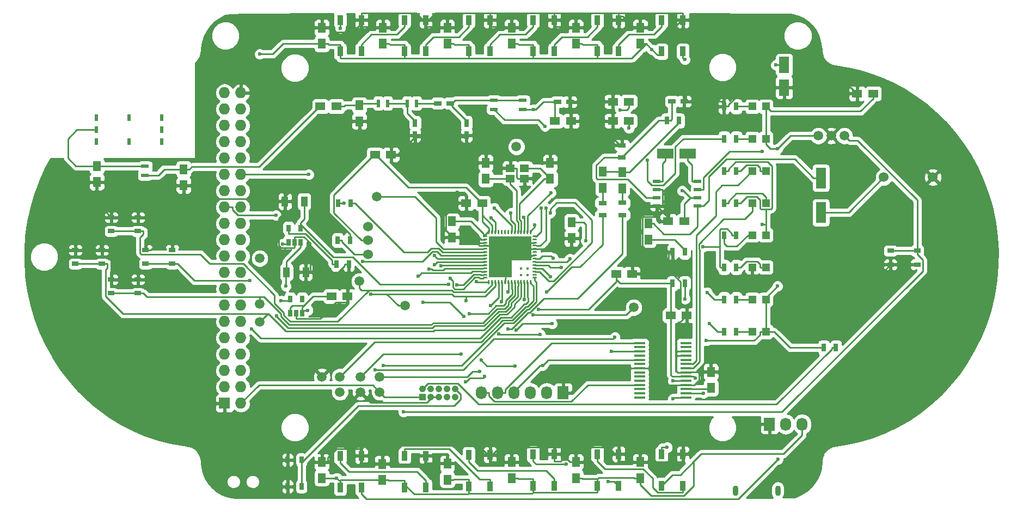
<source format=gtl>
G04 #@! TF.GenerationSoftware,KiCad,Pcbnew,(2016-12-18 revision 3ffa37c)-master*
G04 #@! TF.CreationDate,2017-05-23T14:06:46-07:00*
G04 #@! TF.ProjectId,badge-kicad,62616467652D6B696361642E6B696361,rev?*
G04 #@! TF.FileFunction,Copper,L1,Top,Mixed*
G04 #@! TF.FilePolarity,Positive*
%FSLAX46Y46*%
G04 Gerber Fmt 4.6, Leading zero omitted, Abs format (unit mm)*
G04 Created by KiCad (PCBNEW (2016-12-18 revision 3ffa37c)-master) date Tuesday, May 23, 2017 'PMt' 02:06:46 PM*
%MOMM*%
%LPD*%
G01*
G04 APERTURE LIST*
%ADD10C,0.150000*%
%ADD11R,6.604000X3.754000*%
%ADD12R,3.682700X3.238500*%
%ADD13R,0.355600X0.418100*%
%ADD14O,0.254000X0.711200*%
%ADD15O,0.711200X0.254000*%
%ADD16R,2.870000X2.870000*%
%ADD17R,2.720000X2.720000*%
%ADD18R,0.700000X1.300000*%
%ADD19R,1.250000X1.500000*%
%ADD20O,1.727200X2.032000*%
%ADD21R,1.727200X2.032000*%
%ADD22C,1.500000*%
%ADD23R,1.500000X1.250000*%
%ADD24R,1.200000X0.750000*%
%ADD25R,0.750000X1.200000*%
%ADD26O,0.899160X1.597660*%
%ADD27O,0.500000X1.200000*%
%ADD28R,2.499360X1.597660*%
%ADD29R,1.597660X2.499360*%
%ADD30R,1.597660X3.197860*%
%ADD31R,1.300000X0.700000*%
%ADD32R,1.143000X0.508000*%
%ADD33C,1.524000*%
%ADD34R,1.400000X1.200000*%
%ADD35R,0.500000X1.000000*%
%ADD36C,1.050000*%
%ADD37R,1.050000X1.050000*%
%ADD38O,1.727200X1.727200*%
%ADD39R,1.727200X1.727200*%
%ADD40R,1.750000X0.450000*%
%ADD41R,0.650000X1.060000*%
%ADD42R,1.000000X1.600000*%
%ADD43R,1.198880X1.198880*%
%ADD44R,1.198880X0.599440*%
%ADD45R,0.599440X1.198880*%
%ADD46R,0.647700X1.049020*%
%ADD47R,1.049020X0.647700*%
%ADD48R,0.899160X1.498600*%
%ADD49C,0.600000*%
%ADD50C,0.250000*%
%ADD51C,0.254000*%
G04 APERTURE END LIST*
D10*
D11*
X148777800Y-87811950D03*
D12*
X147317800Y-90721950D03*
D13*
X150539300Y-91932050D03*
X150539300Y-90932050D03*
X151539300Y-90932050D03*
X151539300Y-91932050D03*
D14*
X145539300Y-85304150D03*
X146039200Y-85304150D03*
X146539100Y-85304150D03*
X147039000Y-85304150D03*
X147538900Y-85304150D03*
X148038800Y-85304150D03*
X148538700Y-85304150D03*
X149038600Y-85304150D03*
X149538500Y-85304150D03*
X150038400Y-85304150D03*
X150538300Y-85304150D03*
X151038200Y-85304150D03*
X151538100Y-85304150D03*
X152038000Y-85304150D03*
X145539300Y-93059750D03*
X146039300Y-93059750D03*
X146539300Y-93059750D03*
X147039300Y-93059750D03*
X147539300Y-93059750D03*
X148039300Y-93059750D03*
X148539300Y-93059750D03*
X149039300Y-93059750D03*
X149539300Y-93059750D03*
X150039300Y-93059750D03*
X150539300Y-93059750D03*
X151039300Y-93059750D03*
X151539300Y-93059750D03*
X152039300Y-93059750D03*
D15*
X144900000Y-85932050D03*
X144900000Y-86432050D03*
X144900000Y-86932050D03*
X144900000Y-87432050D03*
X144900000Y-87932050D03*
X144900000Y-88432050D03*
X144900000Y-88932050D03*
X144900000Y-89432050D03*
X144900000Y-89932050D03*
X144900000Y-90432050D03*
X144900000Y-90932050D03*
X144900000Y-91432050D03*
X144900000Y-91932050D03*
X144900000Y-92432050D03*
X152655600Y-85932050D03*
X152655600Y-86432050D03*
X152655600Y-86932050D03*
X152655600Y-87432050D03*
X152655600Y-87932050D03*
X152655600Y-88432050D03*
X152655600Y-88932050D03*
X152655600Y-89432050D03*
X152655600Y-89932050D03*
X152655600Y-90432050D03*
X152655600Y-90932050D03*
X152655600Y-91432050D03*
X152655600Y-91932050D03*
X152655600Y-92432050D03*
D16*
X147277800Y-90600050D03*
D17*
X150227800Y-87631950D03*
D18*
X174080000Y-88362000D03*
X175980000Y-88362000D03*
D19*
X163170000Y-75902000D03*
X163170000Y-78402000D03*
D20*
X144330000Y-110262000D03*
X146870000Y-110262000D03*
X149410000Y-110262000D03*
X151950000Y-110262000D03*
X154490000Y-110262000D03*
D21*
X157030000Y-110262000D03*
D22*
X109868000Y-99276000D03*
X168034000Y-96990000D03*
X128030000Y-79762000D03*
X132474000Y-96736000D03*
X109868000Y-89370000D03*
X125362000Y-92926000D03*
X109868000Y-96482000D03*
D19*
X139770000Y-83622000D03*
X139770000Y-86122000D03*
X158355000Y-83737000D03*
X158355000Y-86237000D03*
D23*
X141990000Y-80762000D03*
X144490000Y-80762000D03*
D24*
X175880000Y-64962000D03*
X173980000Y-64962000D03*
D25*
X134030000Y-68312000D03*
X134030000Y-70212000D03*
D24*
X139480000Y-65262000D03*
X137580000Y-65262000D03*
D25*
X142030000Y-68312000D03*
X142030000Y-70212000D03*
D24*
X158080000Y-65062000D03*
X156180000Y-65062000D03*
D26*
X190429460Y-125461540D03*
X183830540Y-125461540D03*
D27*
X190430000Y-125462000D03*
X183830000Y-125462000D03*
D23*
X173400000Y-83592000D03*
X175900000Y-83592000D03*
D19*
X170320000Y-86462000D03*
X170320000Y-83962000D03*
X166220000Y-78492000D03*
X166220000Y-75992000D03*
D28*
X172902480Y-73072000D03*
X176397520Y-73072000D03*
D29*
X191430000Y-62809520D03*
X191430000Y-59314480D03*
D30*
X197130000Y-76864520D03*
X197130000Y-82259480D03*
D22*
X128530000Y-110162000D03*
X128530000Y-107762000D03*
X125530000Y-110162000D03*
X196736000Y-70320000D03*
X200800000Y-70320000D03*
X198768000Y-70320000D03*
X125530000Y-107762000D03*
X122330000Y-110162000D03*
X149780000Y-72012000D03*
X122330000Y-107762000D03*
X119530000Y-107762000D03*
D31*
X163170000Y-80762000D03*
X163170000Y-82662000D03*
X166170000Y-73692000D03*
X166170000Y-71792000D03*
D18*
X175080000Y-67962000D03*
X173180000Y-67962000D03*
D31*
X166270000Y-82642000D03*
X166270000Y-80742000D03*
D32*
X171625000Y-77417000D03*
X171625000Y-78687000D03*
X171625000Y-79957000D03*
X171625000Y-81227000D03*
X177975000Y-81227000D03*
X177975000Y-79957000D03*
X177975000Y-78687000D03*
X177975000Y-77417000D03*
D33*
X206930000Y-76762000D03*
X214530000Y-76762000D03*
D34*
X148830000Y-75362000D03*
X151030000Y-75362000D03*
X151030000Y-76962000D03*
X148830000Y-76962000D03*
D35*
X84430000Y-71262000D03*
X84430000Y-67462000D03*
X94630000Y-67462000D03*
X94630000Y-71262000D03*
X94630000Y-69362000D03*
X84430000Y-69362000D03*
X89530000Y-67462000D03*
X89530000Y-71262000D03*
D36*
X135180000Y-109642000D03*
X140260000Y-109642000D03*
X138990000Y-109642000D03*
X137720000Y-109642000D03*
X136450000Y-109642000D03*
X140260000Y-110912000D03*
X138990000Y-110912000D03*
X137720000Y-110912000D03*
X136450000Y-110912000D03*
D37*
X135180000Y-110912000D03*
D38*
X106940000Y-63640000D03*
X104400000Y-63640000D03*
X106940000Y-66180000D03*
X104400000Y-66180000D03*
X106940000Y-68720000D03*
X104400000Y-68720000D03*
X106940000Y-71260000D03*
X104400000Y-71260000D03*
X106940000Y-73800000D03*
X104400000Y-73800000D03*
X106940000Y-76340000D03*
X104400000Y-76340000D03*
X106940000Y-78880000D03*
X104400000Y-78880000D03*
X106940000Y-81420000D03*
X104400000Y-81420000D03*
X106940000Y-83960000D03*
X104400000Y-83960000D03*
X106940000Y-86500000D03*
X104400000Y-86500000D03*
X106940000Y-89040000D03*
X104400000Y-89040000D03*
X106940000Y-91580000D03*
X104400000Y-91580000D03*
X106940000Y-94120000D03*
X104400000Y-94120000D03*
X106940000Y-96660000D03*
X104400000Y-96660000D03*
X106940000Y-99200000D03*
X104400000Y-99200000D03*
X106940000Y-101740000D03*
X104400000Y-101740000D03*
X106940000Y-104280000D03*
X104400000Y-104280000D03*
X106940000Y-106820000D03*
X104400000Y-106820000D03*
X106940000Y-109360000D03*
X104400000Y-109360000D03*
X106940000Y-111900000D03*
D39*
X104400000Y-111900000D03*
D40*
X176130000Y-102537000D03*
X176130000Y-103187000D03*
X176130000Y-103837000D03*
X176130000Y-104487000D03*
X176130000Y-105137000D03*
X176130000Y-105787000D03*
X176130000Y-106437000D03*
X176130000Y-107087000D03*
X176130000Y-107737000D03*
X176130000Y-108387000D03*
X176130000Y-109037000D03*
X176130000Y-109687000D03*
X176130000Y-110337000D03*
X176130000Y-110987000D03*
X168930000Y-110987000D03*
X168930000Y-110337000D03*
X168930000Y-109687000D03*
X168930000Y-109037000D03*
X168930000Y-108387000D03*
X168930000Y-107737000D03*
X168930000Y-107087000D03*
X168930000Y-106437000D03*
X168930000Y-105787000D03*
X168930000Y-105137000D03*
X168930000Y-104487000D03*
X168930000Y-103837000D03*
X168930000Y-103187000D03*
X168930000Y-102537000D03*
D41*
X114580000Y-97862000D03*
X115530000Y-97862000D03*
X116480000Y-97862000D03*
X116480000Y-95662000D03*
X114580000Y-95662000D03*
X114330000Y-84662000D03*
X116230000Y-84662000D03*
X116230000Y-86862000D03*
X115280000Y-86862000D03*
X114330000Y-86862000D03*
D19*
X119530000Y-53512000D03*
X119530000Y-56012000D03*
X129030000Y-56012000D03*
X129030000Y-53512000D03*
X139030000Y-56012000D03*
X139030000Y-53512000D03*
X149030000Y-53512000D03*
X149030000Y-56012000D03*
X159030000Y-56012000D03*
X159030000Y-53512000D03*
X169030000Y-53512000D03*
X169030000Y-56012000D03*
X169030000Y-123512000D03*
X169030000Y-121012000D03*
X159030000Y-121012000D03*
X159030000Y-123512000D03*
X149030000Y-123512000D03*
X149030000Y-121012000D03*
X139030000Y-121262000D03*
X139030000Y-123762000D03*
X128930000Y-123812000D03*
X128930000Y-121312000D03*
X119530000Y-121012000D03*
X119530000Y-123512000D03*
D23*
X123530000Y-95262000D03*
X121030000Y-95262000D03*
D42*
X113780000Y-80512000D03*
X116780000Y-80512000D03*
X114030000Y-91512000D03*
X117030000Y-91512000D03*
D23*
X158280000Y-68012000D03*
X155780000Y-68012000D03*
D19*
X145030000Y-74512000D03*
X145030000Y-77012000D03*
D23*
X167280000Y-68012000D03*
X164780000Y-68012000D03*
X164780000Y-65012000D03*
X167280000Y-65012000D03*
X130280000Y-73262000D03*
X127780000Y-73262000D03*
D19*
X125370000Y-68072000D03*
X125370000Y-65572000D03*
D23*
X119280000Y-65762000D03*
X121780000Y-65762000D03*
D19*
X98030000Y-78012000D03*
X98030000Y-75512000D03*
X84530000Y-75012000D03*
X84530000Y-77512000D03*
D23*
X202780000Y-63762000D03*
X205280000Y-63762000D03*
X176280000Y-98262000D03*
X173780000Y-98262000D03*
X167780000Y-91762000D03*
X165280000Y-91762000D03*
D19*
X180030000Y-109512000D03*
X180030000Y-107012000D03*
X155030000Y-77012000D03*
X155030000Y-74512000D03*
D43*
X188579020Y-65762000D03*
X186480980Y-65762000D03*
X188579020Y-70762000D03*
X186480980Y-70762000D03*
X188579020Y-75762000D03*
X186480980Y-75762000D03*
X186480980Y-80762000D03*
X188579020Y-80762000D03*
X186480980Y-85762000D03*
X188579020Y-85762000D03*
X188579020Y-90762000D03*
X186480980Y-90762000D03*
X186480980Y-95762000D03*
X188579020Y-95762000D03*
X186480980Y-100762000D03*
X188579020Y-100762000D03*
D44*
X146280000Y-64810960D03*
X146280000Y-66213040D03*
X150780000Y-66213040D03*
X150780000Y-64810960D03*
D45*
X132828960Y-65262000D03*
X134231040Y-65262000D03*
X129731040Y-65262000D03*
X128328960Y-65262000D03*
D44*
X92030000Y-76463040D03*
X92030000Y-75060960D03*
D20*
X194210000Y-115162000D03*
X191670000Y-115162000D03*
D21*
X189130000Y-115162000D03*
D18*
X122080000Y-80762000D03*
X123980000Y-80762000D03*
X175980000Y-93262000D03*
X174080000Y-93262000D03*
X121830000Y-90262000D03*
X123730000Y-90262000D03*
X121980000Y-86562000D03*
X123880000Y-86562000D03*
X197580000Y-103262000D03*
X199480000Y-103262000D03*
X183980000Y-70762000D03*
X182080000Y-70762000D03*
X183980000Y-100762000D03*
X182080000Y-100762000D03*
X183980000Y-95762000D03*
X182080000Y-95762000D03*
X183980000Y-65762000D03*
X182080000Y-65762000D03*
X183980000Y-75762000D03*
X182080000Y-75762000D03*
X183980000Y-80762000D03*
X182080000Y-80762000D03*
X183980000Y-90762000D03*
X182080000Y-90762000D03*
X182080000Y-85762000D03*
X183980000Y-85762000D03*
D46*
X116354420Y-120689360D03*
X116354420Y-124834640D03*
X114205580Y-120689360D03*
X114205580Y-124834640D03*
D33*
X126730000Y-88712000D03*
X126730000Y-86562000D03*
X126730000Y-84412000D03*
D47*
X86779360Y-82999580D03*
X90924640Y-82999580D03*
X86779360Y-85148420D03*
X90924640Y-85148420D03*
X90924640Y-94800420D03*
X86779360Y-94800420D03*
X90924640Y-92651580D03*
X86779360Y-92651580D03*
X81191360Y-88079580D03*
X85336640Y-88079580D03*
X81191360Y-90228420D03*
X85336640Y-90228420D03*
X96258640Y-90228420D03*
X92113360Y-90228420D03*
X96258640Y-88079580D03*
X92113360Y-88079580D03*
X207957360Y-88187580D03*
X212102640Y-88187580D03*
X207957360Y-90336420D03*
X212102640Y-90336420D03*
D48*
X122381540Y-52313440D03*
X125678460Y-52313440D03*
X125678460Y-57210560D03*
X122381540Y-57210560D03*
X132381540Y-57210560D03*
X135678460Y-57210560D03*
X135678460Y-52313440D03*
X132381540Y-52313440D03*
X142381540Y-52313440D03*
X145678460Y-52313440D03*
X145678460Y-57210560D03*
X142381540Y-57210560D03*
X152381540Y-57210560D03*
X155678460Y-57210560D03*
X155678460Y-52313440D03*
X152381540Y-52313440D03*
X162381540Y-52313440D03*
X165678460Y-52313440D03*
X165678460Y-57210560D03*
X162381540Y-57210560D03*
X172381540Y-57210560D03*
X175678460Y-57210560D03*
X175678460Y-52313440D03*
X172381540Y-52313440D03*
X172381540Y-119813440D03*
X175678460Y-119813440D03*
X175678460Y-124710560D03*
X172381540Y-124710560D03*
X162381540Y-124710560D03*
X165678460Y-124710560D03*
X165678460Y-119813440D03*
X162381540Y-119813440D03*
X152381540Y-124710560D03*
X155678460Y-124710560D03*
X155678460Y-119813440D03*
X152381540Y-119813440D03*
X142381540Y-119913440D03*
X145678460Y-119913440D03*
X145678460Y-124810560D03*
X142381540Y-124810560D03*
X132381540Y-120063440D03*
X135678460Y-120063440D03*
X135678460Y-124960560D03*
X132381540Y-124960560D03*
X122381540Y-124960560D03*
X125678460Y-124960560D03*
X125678460Y-120063440D03*
X122381540Y-120063440D03*
D49*
X141960000Y-75432000D03*
X140600000Y-79132000D03*
X206030000Y-86762000D03*
X189130000Y-108203100D03*
X119583400Y-98377600D03*
X115754600Y-77605500D03*
X109868000Y-57620000D03*
X121837500Y-123512000D03*
X117338200Y-97434300D03*
X170847100Y-56879900D03*
X175568800Y-78874000D03*
X139253578Y-93380200D03*
X153252060Y-97271130D03*
X177576700Y-107929400D03*
X188044900Y-84116000D03*
X153627486Y-81548412D03*
X152446600Y-66213000D03*
X150913090Y-83032999D03*
X167280000Y-69147300D03*
X155130000Y-79162000D03*
X165943800Y-66311100D03*
X147433153Y-96096082D03*
X152654768Y-84198410D03*
X155459700Y-89328100D03*
X113170000Y-95974000D03*
X160580000Y-86637000D03*
X190386000Y-93688000D03*
X190386000Y-72352000D03*
X179318000Y-102159200D03*
X136233700Y-91041200D03*
X156774582Y-90767108D03*
X141900000Y-108592000D03*
X144840000Y-107712000D03*
X138086793Y-90557060D03*
X154427046Y-81575292D03*
X154230000Y-68862000D03*
X129090200Y-106043100D03*
X170107694Y-74118204D03*
X149750000Y-100526990D03*
X155314040Y-99531998D03*
X141980000Y-95942000D03*
X127118900Y-94937800D03*
X158102998Y-89438692D03*
X141168000Y-104213800D03*
X144056906Y-106920022D03*
X155107700Y-92244800D03*
X137023808Y-88922490D03*
X117466200Y-76340000D03*
X125890700Y-89838300D03*
X112404900Y-82690000D03*
X108598000Y-100389000D03*
X139456700Y-92462744D03*
X140503590Y-93505899D03*
X153864990Y-106032000D03*
X149610000Y-106072000D03*
X144320000Y-105212000D03*
X142447901Y-97957004D03*
X147020000Y-101152000D03*
X153500000Y-101212000D03*
X164557900Y-103837000D03*
X178882700Y-110337000D03*
X174130000Y-111214000D03*
X148480000Y-94566990D03*
X154450000Y-94612000D03*
X122381500Y-53589500D03*
X122984400Y-80762300D03*
X176000000Y-95702000D03*
X174112200Y-108387000D03*
X155040000Y-82286990D03*
X148890000Y-82342000D03*
X179430000Y-94662000D03*
X178804990Y-87608399D03*
X165093300Y-101611400D03*
X127824700Y-106677400D03*
X113459200Y-87125900D03*
X175995000Y-58469600D03*
X173230500Y-118738800D03*
X157505200Y-121338400D03*
X164030000Y-124051500D03*
X143581629Y-92987527D03*
X145855000Y-83037000D03*
X190451400Y-120602700D03*
X134506000Y-92164000D03*
X132220000Y-113246000D03*
X108344000Y-92850000D03*
X112501000Y-98355300D03*
X151002714Y-95802343D03*
X146340000Y-81542000D03*
X141607476Y-98385577D03*
X148450000Y-100356990D03*
X137044403Y-90358004D03*
X135268000Y-96228000D03*
X187985000Y-72780200D03*
X190119600Y-59314500D03*
X145723242Y-96721092D03*
X152345599Y-98177591D03*
X179790000Y-99522000D03*
X113932000Y-93688000D03*
D50*
X148560900Y-87631950D02*
X147277800Y-88915050D01*
X150227800Y-87631950D02*
X148560900Y-87631950D01*
X147277800Y-88915050D02*
X147277800Y-90600050D01*
X150809250Y-87681850D02*
X150277900Y-87681850D01*
X150528450Y-87932400D02*
X150277900Y-87681850D01*
X150650000Y-87950100D02*
X150400000Y-87700100D01*
X150400000Y-87700100D02*
X150399900Y-87700100D01*
X91981000Y-75012000D02*
X92030000Y-75061000D01*
X84530000Y-75012000D02*
X91981000Y-75012000D01*
X81430000Y-69362000D02*
X84430000Y-69362000D01*
X80030000Y-70762000D02*
X81430000Y-69362000D01*
X80030000Y-73762000D02*
X80030000Y-70762000D01*
X81280000Y-75012000D02*
X80030000Y-73762000D01*
X84530000Y-75012000D02*
X81280000Y-75012000D01*
X144900000Y-87432050D02*
X146610000Y-87432050D01*
X146729950Y-87432050D02*
X146610000Y-87432050D01*
X152232702Y-88932050D02*
X151830000Y-89334752D01*
X151830000Y-89334752D02*
X151802752Y-89362000D01*
X151912801Y-86932050D02*
X151912801Y-89251951D01*
X151912801Y-89251951D02*
X151830000Y-89334752D01*
X151912801Y-87932050D02*
X151912801Y-86932050D01*
X158355000Y-86237000D02*
X157480000Y-86237000D01*
X157480000Y-86237000D02*
X155784950Y-87932050D01*
X155784950Y-87932050D02*
X153261200Y-87932050D01*
X153261200Y-87932050D02*
X152655600Y-87932050D01*
X152655600Y-86932050D02*
X151912801Y-86932050D01*
X143100000Y-86122000D02*
X142930000Y-86122000D01*
X144900000Y-86432050D02*
X144294400Y-86432050D01*
X142930000Y-86122000D02*
X139770000Y-86122000D01*
X144294400Y-86432050D02*
X143984350Y-86122000D01*
X143984350Y-86122000D02*
X142930000Y-86122000D01*
X144065800Y-87432050D02*
X144900000Y-87432050D01*
X144900000Y-86932050D02*
X143889950Y-86932050D01*
X152655600Y-87932050D02*
X151912801Y-87932050D01*
X151912801Y-89251951D02*
X151802752Y-89362000D01*
X148039300Y-92454150D02*
X148039300Y-93059750D01*
X148114310Y-92379140D02*
X148039300Y-92454150D01*
X152655600Y-88932050D02*
X152232702Y-88932050D01*
X141960000Y-75432000D02*
X142780000Y-74612000D01*
X142780000Y-74612000D02*
X142780000Y-74512000D01*
X141990000Y-80762000D02*
X141990000Y-79887000D01*
X141990000Y-79887000D02*
X141235000Y-79132000D01*
X141235000Y-79132000D02*
X140600000Y-79132000D01*
X141990000Y-80762000D02*
X140669998Y-80762000D01*
X140669998Y-80762000D02*
X138819999Y-82611999D01*
X138819999Y-82611999D02*
X138819999Y-85046999D01*
X138819999Y-85046999D02*
X139770000Y-85997000D01*
X139770000Y-85997000D02*
X139770000Y-86122000D01*
X143410050Y-86432050D02*
X143100000Y-86122000D01*
X144065800Y-87432050D02*
X143410050Y-86776300D01*
X143410050Y-86776300D02*
X143410050Y-86432050D01*
X143400000Y-86442100D02*
X143889950Y-86932050D01*
X143410050Y-86432050D02*
X143400000Y-86442100D01*
X173400000Y-83592000D02*
X172400000Y-83592000D01*
X172400000Y-83592000D02*
X171694999Y-82886999D01*
X169369999Y-82951999D02*
X169369999Y-87472001D01*
X171694999Y-82886999D02*
X169434999Y-82886999D01*
X169434999Y-82886999D02*
X169369999Y-82951999D01*
X169369999Y-87472001D02*
X170259998Y-88362000D01*
X170259998Y-88362000D02*
X174080000Y-88362000D01*
X164780000Y-68012000D02*
X164780000Y-70702000D01*
X164780000Y-70702000D02*
X165870000Y-71792000D01*
X165870000Y-71792000D02*
X166170000Y-71792000D01*
X158355000Y-86237000D02*
X158355000Y-86112000D01*
X113780000Y-80512000D02*
X113780000Y-82239902D01*
X113780000Y-82239902D02*
X112834199Y-83185703D01*
X112834199Y-83185703D02*
X112834199Y-87425901D01*
X115171099Y-87750901D02*
X115280000Y-87642000D01*
X112834199Y-87425901D02*
X113159199Y-87750901D01*
X113159199Y-87750901D02*
X115171099Y-87750901D01*
X115280000Y-87642000D02*
X115280000Y-86862000D01*
X114205580Y-124834640D02*
X114205580Y-120689360D01*
X206032000Y-86763800D02*
X206032000Y-92262000D01*
X206030000Y-86762000D02*
X206032000Y-86763800D01*
X186780000Y-92262000D02*
X206032000Y-92262000D01*
X186481000Y-91963000D02*
X186780000Y-92262000D01*
X186481000Y-90762000D02*
X186481000Y-91963000D01*
X164730000Y-65062000D02*
X164780000Y-65012000D01*
X158380000Y-65062000D02*
X164730000Y-65062000D01*
X158280000Y-65162000D02*
X158380000Y-65062000D01*
X158280000Y-68012000D02*
X158280000Y-65162000D01*
X142780000Y-74512000D02*
X145030000Y-74512000D01*
X142030000Y-73762000D02*
X142780000Y-74512000D01*
X142030000Y-70512000D02*
X142030000Y-73762000D01*
X84530000Y-80750200D02*
X86779400Y-82999600D01*
X84530000Y-77512000D02*
X84530000Y-80750200D01*
X86779400Y-92651600D02*
X90924600Y-92651600D01*
X86779400Y-88761400D02*
X86779400Y-92651600D01*
X86097600Y-88079600D02*
X86779400Y-88761400D01*
X85336600Y-88079600D02*
X86097600Y-88079600D01*
X90924600Y-82999600D02*
X86779400Y-82999600D01*
X94051400Y-84283400D02*
X96258600Y-84283400D01*
X92767600Y-82999600D02*
X94051400Y-84283400D01*
X90924600Y-82999600D02*
X92767600Y-82999600D01*
X151080000Y-77012000D02*
X151030000Y-76962000D01*
X85030000Y-87772900D02*
X85336600Y-88079600D01*
X85030000Y-83762000D02*
X85030000Y-87772900D01*
X85792400Y-82999600D02*
X85030000Y-83762000D01*
X86779400Y-82999600D02*
X85792400Y-82999600D01*
X85336600Y-88079600D02*
X81191400Y-88079600D01*
X131280000Y-73262000D02*
X134030000Y-70512000D01*
X130280000Y-73262000D02*
X131280000Y-73262000D01*
X176130000Y-103837000D02*
X174530000Y-103837000D01*
X174530000Y-103837000D02*
X174530000Y-100012000D01*
X176130000Y-104487000D02*
X174530000Y-104487000D01*
X174530000Y-104487000D02*
X174530000Y-106762000D01*
X174530000Y-104487000D02*
X174530000Y-103837000D01*
X174855000Y-107087000D02*
X174530000Y-106762000D01*
X176130000Y-107087000D02*
X174855000Y-107087000D01*
X174530000Y-100012000D02*
X176280000Y-98262000D01*
X212103000Y-90336400D02*
X212102600Y-90336400D01*
X212102600Y-90336400D02*
X207957400Y-90336400D01*
X207957000Y-90336400D02*
X206032000Y-92262000D01*
X207957400Y-90336400D02*
X207957000Y-90336400D01*
X180030000Y-107012000D02*
X178205000Y-107012000D01*
X176205000Y-107012000D02*
X176130000Y-107087000D01*
X178205000Y-107012000D02*
X176205000Y-107012000D01*
X176130000Y-109037000D02*
X177445000Y-109037000D01*
X147380000Y-75362000D02*
X148830000Y-75362000D01*
X146530000Y-74512000D02*
X147380000Y-75362000D01*
X145030000Y-74512000D02*
X146530000Y-74512000D01*
X149855300Y-76812600D02*
X150004700Y-76962000D01*
X149855300Y-75362000D02*
X149855300Y-76812600D01*
X148830000Y-75362000D02*
X149855300Y-75362000D01*
X151030000Y-76962000D02*
X150004700Y-76962000D01*
X96258600Y-86825900D02*
X96258600Y-84283400D01*
X94216900Y-86825900D02*
X92963200Y-88079600D01*
X96258600Y-86825900D02*
X94216900Y-86825900D01*
X92113400Y-88079600D02*
X92963200Y-88079600D01*
X164780000Y-68012000D02*
X164780000Y-65012000D01*
X162043900Y-106437000D02*
X158218900Y-110262000D01*
X168930000Y-106437000D02*
X162043900Y-106437000D01*
X157030000Y-110262000D02*
X158218900Y-110262000D01*
X173400000Y-83002000D02*
X171625000Y-81227000D01*
X173400000Y-83592000D02*
X173400000Y-83002000D01*
X201828000Y-62809500D02*
X202780000Y-63762000D01*
X191430000Y-62809500D02*
X201828000Y-62809500D01*
X182755300Y-65508800D02*
X182755300Y-65762000D01*
X185454600Y-62809500D02*
X182755300Y-65508800D01*
X191430000Y-62809500D02*
X185454600Y-62809500D01*
X127805700Y-121138000D02*
X127979700Y-121312000D01*
X125678500Y-121138000D02*
X127805700Y-121138000D01*
X125678500Y-120063400D02*
X125678500Y-121138000D01*
X155678500Y-119813400D02*
X155678500Y-120888000D01*
X159030000Y-121012000D02*
X158079700Y-121012000D01*
X167955700Y-120888000D02*
X168079700Y-121012000D01*
X165678500Y-120888000D02*
X167955700Y-120888000D01*
X169030000Y-121012000D02*
X168079700Y-121012000D01*
X175678500Y-51238800D02*
X165678500Y-51238800D01*
X157955700Y-53388000D02*
X158079700Y-53512000D01*
X155678500Y-53388000D02*
X157955700Y-53388000D01*
X159030000Y-53512000D02*
X158079700Y-53512000D01*
X137955700Y-53388000D02*
X138079700Y-53512000D01*
X135678500Y-53388000D02*
X137955700Y-53388000D01*
X139030000Y-53512000D02*
X138079700Y-53512000D01*
X137955700Y-121138000D02*
X138079700Y-121262000D01*
X135678500Y-121138000D02*
X137955700Y-121138000D01*
X135678500Y-120063400D02*
X135678500Y-121138000D01*
X139030000Y-121262000D02*
X138079700Y-121262000D01*
X148055700Y-120988000D02*
X148079700Y-121012000D01*
X145678500Y-120988000D02*
X148055700Y-120988000D01*
X149030000Y-121012000D02*
X148079700Y-121012000D01*
X175554500Y-121012000D02*
X169030000Y-121012000D01*
X175678500Y-120888000D02*
X175554500Y-121012000D01*
X165678500Y-52313400D02*
X165678500Y-51776100D01*
X165678500Y-51776100D02*
X165678500Y-51238800D01*
X166343800Y-51776100D02*
X168079700Y-53512000D01*
X165678500Y-51776100D02*
X166343800Y-51776100D01*
X169030000Y-53512000D02*
X168079700Y-53512000D01*
X147955700Y-53388000D02*
X148079700Y-53512000D01*
X145678500Y-53388000D02*
X147955700Y-53388000D01*
X145678500Y-52313400D02*
X145678500Y-53388000D01*
X149030000Y-53512000D02*
X148079700Y-53512000D01*
X127955700Y-53388000D02*
X128079700Y-53512000D01*
X125678500Y-53388000D02*
X127955700Y-53388000D01*
X129030000Y-53512000D02*
X128079700Y-53512000D01*
X98030000Y-82512000D02*
X98030000Y-80150000D01*
X96258600Y-84283400D02*
X98030000Y-82512000D01*
X98030000Y-80150000D02*
X98030000Y-78012000D01*
X112592700Y-80150000D02*
X112954700Y-80512000D01*
X98030000Y-80150000D02*
X112592700Y-80150000D01*
X123730000Y-90262000D02*
X123054700Y-90262000D01*
X113780000Y-80512000D02*
X112954700Y-80512000D01*
X115530000Y-97862000D02*
X115530000Y-98717300D01*
X123530000Y-95262000D02*
X123530000Y-96212300D01*
X170955000Y-106437000D02*
X168930000Y-106437000D01*
X171530000Y-107012000D02*
X170955000Y-106437000D01*
X171530000Y-107262000D02*
X171530000Y-107012000D01*
X173305000Y-109037000D02*
X171530000Y-107262000D01*
X176130000Y-109037000D02*
X173305000Y-109037000D01*
X136450000Y-110912000D02*
X137720000Y-110912000D01*
X127158400Y-111790400D02*
X125530000Y-110162000D01*
X135889100Y-111790400D02*
X127158400Y-111790400D01*
X136450000Y-111229500D02*
X135889100Y-111790400D01*
X136450000Y-110912000D02*
X136450000Y-111229500D01*
X134030000Y-70512000D02*
X142030000Y-70512000D01*
X172521800Y-78687000D02*
X172521800Y-81227000D01*
X171625000Y-78687000D02*
X172521800Y-78687000D01*
X182417700Y-65762000D02*
X182755300Y-65762000D01*
X174080000Y-88362000D02*
X173404700Y-88362000D01*
X123054700Y-90515200D02*
X123054700Y-90262000D01*
X122057900Y-91512000D02*
X123054700Y-90515200D01*
X123530000Y-92984100D02*
X123530000Y-95262000D01*
X122057900Y-91512000D02*
X123530000Y-92984100D01*
X128454900Y-121312000D02*
X127979700Y-121312000D01*
X128454900Y-121312000D02*
X128930000Y-121312000D01*
X135504500Y-121312000D02*
X135678500Y-121138000D01*
X128930000Y-121312000D02*
X135504500Y-121312000D01*
X145678500Y-119913400D02*
X145678500Y-120288100D01*
X145678500Y-120288100D02*
X145678500Y-120988000D01*
X155678500Y-119813400D02*
X155678500Y-118738800D01*
X165678500Y-119813400D02*
X165678500Y-120350700D01*
X165678500Y-120350700D02*
X165678500Y-120888000D01*
X164066600Y-118738800D02*
X155678500Y-118738800D01*
X165678500Y-120350700D02*
X164066600Y-118738800D01*
X155678500Y-52850700D02*
X155678500Y-53388000D01*
X135678500Y-52313400D02*
X135678500Y-52738100D01*
X135678500Y-52738100D02*
X135678500Y-53388000D01*
X145678500Y-52313400D02*
X145678500Y-51238800D01*
X125678500Y-52313400D02*
X125678500Y-52850700D01*
X125678500Y-52850700D02*
X125678500Y-53388000D01*
X121192600Y-54224300D02*
X120480300Y-53512000D01*
X124304900Y-54224300D02*
X121192600Y-54224300D01*
X125678500Y-52850700D02*
X124304900Y-54224300D01*
X119530000Y-53512000D02*
X120480300Y-53512000D01*
X176280000Y-98262000D02*
X176280000Y-97311700D01*
X173404700Y-88362000D02*
X173404700Y-91762000D01*
X167780000Y-91762000D02*
X173404700Y-91762000D01*
X175295500Y-96327200D02*
X176280000Y-97311700D01*
X175295500Y-92999100D02*
X175295500Y-96327200D01*
X174058400Y-91762000D02*
X175295500Y-92999100D01*
X173404700Y-91762000D02*
X174058400Y-91762000D01*
X119457700Y-121012000D02*
X119530000Y-121012000D01*
X121790800Y-118988800D02*
X125678500Y-118988800D01*
X120480300Y-120299300D02*
X121790800Y-118988800D01*
X120480300Y-121012000D02*
X120480300Y-120299300D01*
X119530000Y-121012000D02*
X120480300Y-121012000D01*
X125678500Y-120063400D02*
X125678500Y-118988900D01*
X125678500Y-118988900D02*
X125678500Y-118988800D01*
X147227800Y-118738800D02*
X155678500Y-118738800D01*
X145678500Y-120288100D02*
X147227800Y-118738800D01*
X143894100Y-118503700D02*
X145678500Y-120288100D01*
X126163700Y-118503700D02*
X143894100Y-118503700D01*
X125678500Y-118988900D02*
X126163700Y-118503700D01*
X175678500Y-119813400D02*
X175678500Y-120350700D01*
X175678500Y-120350700D02*
X175678500Y-120888000D01*
X185151500Y-117951600D02*
X187941100Y-115162000D01*
X178077600Y-117951600D02*
X185151500Y-117951600D01*
X175678500Y-120350700D02*
X178077600Y-117951600D01*
X189130000Y-115162000D02*
X187941100Y-115162000D01*
X165678500Y-51238800D02*
X155678500Y-51238800D01*
X155678500Y-51238800D02*
X145678500Y-51238800D01*
X155678500Y-52850700D02*
X155678500Y-52313400D01*
X155678500Y-52313400D02*
X155678500Y-51238800D01*
X137177800Y-51238800D02*
X135678500Y-52738100D01*
X145678500Y-51238800D02*
X137177800Y-51238800D01*
X125678500Y-52313400D02*
X125678500Y-51238800D01*
X134179200Y-51238800D02*
X125678500Y-51238800D01*
X135678500Y-52738100D02*
X134179200Y-51238800D01*
X175678500Y-51776100D02*
X175678500Y-52154300D01*
X175678500Y-52313400D02*
X175678500Y-52154300D01*
X175678500Y-51776100D02*
X175678500Y-51238800D01*
X164780000Y-65012000D02*
X164780000Y-64061700D01*
X181617700Y-64962000D02*
X176180000Y-64962000D01*
X182417700Y-65762000D02*
X181617700Y-64962000D01*
X176180000Y-64962000D02*
X176180000Y-64011700D01*
X176180000Y-64011700D02*
X172635400Y-60467100D01*
X168374600Y-60467100D02*
X172635400Y-60467100D01*
X164780000Y-64061700D02*
X168374600Y-60467100D01*
X173925000Y-53907800D02*
X175678500Y-52154300D01*
X173925000Y-59177500D02*
X173925000Y-53907800D01*
X172635400Y-60467100D02*
X173925000Y-59177500D01*
X180030000Y-107012000D02*
X180980300Y-107012000D01*
X182171400Y-108203100D02*
X189130000Y-108203100D01*
X180980300Y-107012000D02*
X182171400Y-108203100D01*
X121748700Y-96212300D02*
X123530000Y-96212300D01*
X119583400Y-98377600D02*
X121748700Y-96212300D01*
X119243700Y-98717300D02*
X115530000Y-98717300D01*
X119583400Y-98377600D02*
X119243700Y-98717300D01*
X96258600Y-88079600D02*
X96258600Y-87770000D01*
X96258600Y-87770000D02*
X96258600Y-86825900D01*
X182080000Y-65762000D02*
X182248900Y-65762000D01*
X182248900Y-65762000D02*
X182417700Y-65762000D01*
X171652500Y-81227000D02*
X172521800Y-81227000D01*
X171652500Y-81227000D02*
X171625000Y-81227000D01*
X178205000Y-108277000D02*
X178205000Y-107012000D01*
X177445000Y-109037000D02*
X178205000Y-108277000D01*
X156696400Y-120888000D02*
X155678500Y-120888000D01*
X156885600Y-120698800D02*
X156696400Y-120888000D01*
X157766500Y-120698800D02*
X156885600Y-120698800D01*
X158079700Y-121012000D02*
X157766500Y-120698800D01*
X115280000Y-86862000D02*
X115280000Y-86006700D01*
X116740300Y-86006700D02*
X115280000Y-86006700D01*
X117709700Y-86976100D02*
X116740300Y-86006700D01*
X117709700Y-91512000D02*
X117709700Y-86976100D01*
X117030000Y-91512000D02*
X117709700Y-91512000D01*
X117709700Y-91512000D02*
X122057900Y-91512000D01*
X123880000Y-86562000D02*
X123880000Y-85586700D01*
X115754600Y-77712100D02*
X112954700Y-80512000D01*
X115754600Y-77605500D02*
X115754600Y-77712100D01*
X119393400Y-81100100D02*
X119393400Y-77605500D01*
X123880000Y-85586700D02*
X119393400Y-81100100D01*
X115754600Y-77605500D02*
X119393400Y-77605500D01*
X125630000Y-68112000D02*
X125630000Y-67961000D01*
X141320000Y-80387000D02*
X141320000Y-80188410D01*
X111900000Y-57620000D02*
X113508000Y-56012000D01*
X113508000Y-56012000D02*
X119530000Y-56012000D01*
X109868000Y-57620000D02*
X111900000Y-57620000D01*
X116480000Y-97006700D02*
X116750700Y-96736000D01*
X116750700Y-96736000D02*
X118192700Y-95294000D01*
X114580000Y-97862000D02*
X114580000Y-97082000D01*
X114580000Y-97082000D02*
X114926000Y-96736000D01*
X114926000Y-96736000D02*
X116750700Y-96736000D01*
X174080000Y-123012000D02*
X172382000Y-124711000D01*
X122381500Y-124960600D02*
X122381500Y-123886000D01*
X119530000Y-123512000D02*
X121837500Y-123512000D01*
X150104300Y-123636000D02*
X149980300Y-123512000D01*
X152381500Y-123636000D02*
X150104300Y-123636000D01*
X149030000Y-123512000D02*
X149980300Y-123512000D01*
X160104300Y-123636000D02*
X159980300Y-123512000D01*
X162381500Y-123636000D02*
X160104300Y-123636000D01*
X162381500Y-124710600D02*
X162381500Y-123636000D01*
X159030000Y-123512000D02*
X159980300Y-123512000D01*
X172381500Y-57210600D02*
X172381500Y-57747900D01*
X169030000Y-56012000D02*
X169980300Y-56012000D01*
X150104300Y-56136000D02*
X149980300Y-56012000D01*
X152381500Y-56136000D02*
X150104300Y-56136000D01*
X152381500Y-57210600D02*
X152381500Y-56136000D01*
X149030000Y-56012000D02*
X149980300Y-56012000D01*
X130104300Y-56136000D02*
X129980300Y-56012000D01*
X132381500Y-56136000D02*
X130104300Y-56136000D01*
X129030000Y-56012000D02*
X129980300Y-56012000D01*
X129954300Y-123886000D02*
X129880300Y-123812000D01*
X132381500Y-123886000D02*
X129954300Y-123886000D01*
X128930000Y-123812000D02*
X129880300Y-123812000D01*
X140006300Y-123736000D02*
X139980300Y-123762000D01*
X142381500Y-123736000D02*
X140006300Y-123736000D01*
X142381500Y-124810600D02*
X142381500Y-123736000D01*
X139030000Y-123762000D02*
X139980300Y-123762000D01*
X160104300Y-56136000D02*
X159980300Y-56012000D01*
X162381500Y-56136000D02*
X160104300Y-56136000D01*
X159030000Y-56012000D02*
X159980300Y-56012000D01*
X140104300Y-56136000D02*
X139980300Y-56012000D01*
X142381500Y-56136000D02*
X140104300Y-56136000D01*
X139030000Y-56012000D02*
X139980300Y-56012000D01*
X120604300Y-56136000D02*
X120480300Y-56012000D01*
X122381500Y-56136000D02*
X120604300Y-56136000D01*
X122381500Y-57210600D02*
X122381500Y-56136000D01*
X119530000Y-56012000D02*
X120480300Y-56012000D01*
X118192700Y-95294000D02*
X118192700Y-95262000D01*
X118192700Y-95262000D02*
X121030000Y-95262000D01*
X132381500Y-124960600D02*
X132381500Y-124535900D01*
X132381500Y-124535900D02*
X132381500Y-123886000D01*
X152381500Y-124335900D02*
X152381500Y-123636000D01*
X142381500Y-124810600D02*
X142381500Y-125885200D01*
X162381500Y-56785900D02*
X162381500Y-56136000D01*
X142381500Y-56785900D02*
X142381500Y-56136000D01*
X152381500Y-57210600D02*
X152381500Y-58285200D01*
X132381500Y-56785900D02*
X132381500Y-56136000D01*
X132381500Y-56785900D02*
X132381500Y-57210600D01*
X132381500Y-58285200D02*
X122381500Y-58285200D01*
X132381500Y-57210600D02*
X132381500Y-58285200D01*
X122381500Y-57210600D02*
X122381500Y-58285200D01*
X116480000Y-97862000D02*
X116480000Y-97434300D01*
X116480000Y-97434300D02*
X116480000Y-97006700D01*
X142231400Y-126035300D02*
X142381500Y-125885200D01*
X133880900Y-126035300D02*
X142231400Y-126035300D01*
X132381500Y-124535900D02*
X133880900Y-126035300D01*
X162381500Y-124710600D02*
X162381500Y-125785200D01*
X152381500Y-124335900D02*
X152381500Y-124710600D01*
X152381500Y-125785200D02*
X162381500Y-125785200D01*
X152381500Y-124710600D02*
X152381500Y-125785200D01*
X152281500Y-125885200D02*
X142381500Y-125885200D01*
X152381500Y-125785200D02*
X152281500Y-125885200D01*
X162381500Y-56785900D02*
X162381500Y-57210600D01*
X162381500Y-58285200D02*
X152381500Y-58285200D01*
X162381500Y-57210600D02*
X162381500Y-58285200D01*
X167707100Y-58285200D02*
X169980300Y-56012000D01*
X162381500Y-58285200D02*
X167707100Y-58285200D01*
X152381500Y-58285200D02*
X142381500Y-58285200D01*
X142381500Y-58285200D02*
X132381500Y-58285200D01*
X142381500Y-56785900D02*
X142381500Y-57210600D01*
X142381500Y-57210600D02*
X142381500Y-58285200D01*
X175900000Y-80892000D02*
X176835000Y-79957000D01*
X175900000Y-83592000D02*
X175900000Y-80892000D01*
X176835000Y-79957000D02*
X177975000Y-79957000D01*
X171715100Y-57747900D02*
X170847100Y-56879900D01*
X172381500Y-57747900D02*
X171715100Y-57747900D01*
X170847100Y-56878800D02*
X169980300Y-56012000D01*
X170847100Y-56879900D02*
X170847100Y-56878800D01*
X162591300Y-123426200D02*
X162381500Y-123636000D01*
X167993900Y-123426200D02*
X162591300Y-123426200D01*
X168079700Y-123512000D02*
X167993900Y-123426200D01*
X169030000Y-123512000D02*
X168079700Y-123512000D01*
X128930000Y-123812000D02*
X122455500Y-123812000D01*
X122211500Y-123886000D02*
X122381500Y-123886000D01*
X121837500Y-123512000D02*
X122211500Y-123886000D01*
X122381500Y-123886000D02*
X122455500Y-123812000D01*
X178530000Y-119762000D02*
X177379100Y-120912900D01*
X191280000Y-119762000D02*
X178530000Y-119762000D01*
X194210000Y-116832000D02*
X191280000Y-119762000D01*
X194210000Y-115162000D02*
X194210000Y-116832000D01*
X175280000Y-123012000D02*
X174080000Y-123012000D01*
X177379100Y-120912900D02*
X175280000Y-123012000D01*
X170717300Y-126274600D02*
X169030000Y-124587300D01*
X175858400Y-126274600D02*
X170717300Y-126274600D01*
X177379100Y-124753900D02*
X175858400Y-126274600D01*
X177379100Y-120912900D02*
X177379100Y-124753900D01*
X169030000Y-123512000D02*
X169030000Y-124587300D01*
X175752000Y-78874000D02*
X175568800Y-78874000D01*
X176835000Y-79957000D02*
X175752000Y-78874000D01*
X116480000Y-97434300D02*
X117338200Y-97434300D01*
X124357700Y-89189600D02*
X128548300Y-93380200D01*
X121285400Y-89189600D02*
X124357700Y-89189600D01*
X128548300Y-93380200D02*
X138829314Y-93380200D01*
X138829314Y-93380200D02*
X139253578Y-93380200D01*
X116230000Y-84134200D02*
X121285400Y-89189600D01*
X165280000Y-91762000D02*
X165280000Y-92953002D01*
X160961872Y-97271130D02*
X153252060Y-97271130D01*
X165280000Y-92953002D02*
X160961872Y-97271130D01*
X174080000Y-93262000D02*
X165905000Y-93262000D01*
X165905000Y-93262000D02*
X165280000Y-92637000D01*
X165280000Y-92637000D02*
X165280000Y-91762000D01*
X188579000Y-85762000D02*
X188579000Y-84116000D01*
X183980000Y-80762000D02*
X184655300Y-80762000D01*
X173780000Y-98262000D02*
X173780000Y-93262000D01*
X174080000Y-93262000D02*
X173780000Y-93262000D01*
X174005000Y-107737000D02*
X176130000Y-107737000D01*
X173780000Y-107512000D02*
X174005000Y-107737000D01*
X173780000Y-98262000D02*
X173780000Y-107512000D01*
X176130000Y-107737000D02*
X177330300Y-107737000D01*
X177522700Y-107929400D02*
X177576700Y-107929400D01*
X177330300Y-107737000D02*
X177522700Y-107929400D01*
X116780000Y-83256700D02*
X116230000Y-83806700D01*
X116780000Y-80512000D02*
X116780000Y-83256700D01*
X116230000Y-84662000D02*
X116230000Y-84134200D01*
X116230000Y-84134200D02*
X116230000Y-83806700D01*
X182080000Y-75762000D02*
X182755300Y-75762000D01*
X189402300Y-81686800D02*
X188579000Y-81686800D01*
X189503800Y-81585300D02*
X189402300Y-81686800D01*
X189503800Y-74999200D02*
X189503800Y-81585300D01*
X188878500Y-74373900D02*
X189503800Y-74999200D01*
X183890200Y-74373900D02*
X188878500Y-74373900D01*
X182755300Y-75508800D02*
X183890200Y-74373900D01*
X182755300Y-75762000D02*
X182755300Y-75508800D01*
X185620200Y-79797100D02*
X184655300Y-80762000D01*
X187190100Y-79797100D02*
X185620200Y-79797100D01*
X187654300Y-80261300D02*
X187190100Y-79797100D01*
X187654300Y-81571200D02*
X187654300Y-80261300D01*
X187769900Y-81686800D02*
X187654300Y-81571200D01*
X188579000Y-81686800D02*
X187769900Y-81686800D01*
X188044900Y-84116000D02*
X188579000Y-84116000D01*
X188579000Y-84116000D02*
X188579000Y-81686800D01*
X153627486Y-81548412D02*
X153627486Y-85188764D01*
X153627486Y-85188764D02*
X152884200Y-85932050D01*
X152884200Y-85932050D02*
X152655600Y-85932050D01*
X155780000Y-65162000D02*
X155880000Y-65062000D01*
X155780000Y-68012000D02*
X155780000Y-65162000D01*
X152829000Y-66213000D02*
X152446600Y-66213000D01*
X153980000Y-65062000D02*
X152829000Y-66213000D01*
X155880000Y-65062000D02*
X153980000Y-65062000D01*
X152446600Y-66213000D02*
X150780000Y-66213000D01*
X144515062Y-88439700D02*
X144522262Y-88432500D01*
X124655300Y-80762000D02*
X132333000Y-88439700D01*
X138271289Y-88439700D02*
X144515062Y-88439700D01*
X136537407Y-87847478D02*
X137679067Y-87847478D01*
X144522262Y-88432500D02*
X144890000Y-88432500D01*
X135945185Y-88439700D02*
X136537407Y-87847478D01*
X132333000Y-88439700D02*
X135945185Y-88439700D01*
X137679067Y-87847478D02*
X138271289Y-88439700D01*
X123980000Y-80762000D02*
X124655300Y-80762000D01*
X150780000Y-64811000D02*
X146280000Y-64811000D01*
X140231000Y-64811000D02*
X139780000Y-65262000D01*
X146280000Y-64811000D02*
X140231000Y-64811000D01*
X139780000Y-65762000D02*
X142030000Y-68012000D01*
X139780000Y-65262000D02*
X139780000Y-65762000D01*
X151038200Y-83158109D02*
X150913090Y-83032999D01*
X151038200Y-85304150D02*
X151038200Y-83158109D01*
X167280000Y-69147300D02*
X167280000Y-68012000D01*
X155130000Y-79162000D02*
X151538100Y-82753900D01*
X151538100Y-82753900D02*
X151538100Y-85304150D01*
X166931200Y-66311100D02*
X167280000Y-65962300D01*
X165943800Y-66311100D02*
X166931200Y-66311100D01*
X167280000Y-65012000D02*
X167280000Y-65962300D01*
X141955000Y-78352000D02*
X132995000Y-78352000D01*
X132995000Y-78352000D02*
X127905000Y-73262000D01*
X127905000Y-73262000D02*
X127780000Y-73262000D01*
X144490000Y-80762000D02*
X144365000Y-80762000D01*
X144365000Y-80762000D02*
X141955000Y-78352000D01*
X144490000Y-83649250D02*
X144490000Y-82532000D01*
X144490000Y-82532000D02*
X144490000Y-81637000D01*
X144490000Y-82692000D02*
X144490000Y-82532000D01*
X146039200Y-84241200D02*
X144490000Y-82692000D01*
X146039200Y-85304150D02*
X146039200Y-84241200D01*
X145539300Y-85304150D02*
X145299300Y-85304150D01*
X145299300Y-85304150D02*
X144671400Y-85932050D01*
X139770000Y-83622000D02*
X142738350Y-83622000D01*
X142738350Y-83622000D02*
X144671400Y-85555050D01*
X144671400Y-85555050D02*
X144671400Y-85932050D01*
X145539300Y-85304150D02*
X145539300Y-84698550D01*
X145539300Y-84698550D02*
X144490000Y-83649250D01*
X144490000Y-81637000D02*
X144490000Y-80762000D01*
X127655000Y-73262000D02*
X121404999Y-79512001D01*
X127780000Y-73262000D02*
X127655000Y-73262000D01*
X121404999Y-79512001D02*
X121404999Y-82314629D01*
X121404999Y-82314629D02*
X125652370Y-86562000D01*
X125652370Y-86562000D02*
X126730000Y-86562000D01*
X146039200Y-85304150D02*
X146039200Y-85075550D01*
X145539300Y-85304150D02*
X145539300Y-85075550D01*
X147539300Y-95989935D02*
X147433153Y-96096082D01*
X147539300Y-93059750D02*
X147539300Y-95989935D01*
X153387799Y-89432700D02*
X153792398Y-89028101D01*
X152665600Y-89432700D02*
X153387799Y-89432700D01*
X155159701Y-89028101D02*
X155459700Y-89328100D01*
X153792398Y-89028101D02*
X155159701Y-89028101D01*
X152038000Y-85075550D02*
X152654768Y-84458782D01*
X152654768Y-84458782D02*
X152654768Y-84198410D01*
X152038000Y-85304150D02*
X152038000Y-85075550D01*
X128530000Y-110162000D02*
X127454999Y-109086999D01*
X127454999Y-109086999D02*
X109753001Y-109086999D01*
X109753001Y-109086999D02*
X106940000Y-111900000D01*
X113170000Y-95974000D02*
X114268000Y-95974000D01*
X114268000Y-95974000D02*
X114580000Y-95662000D01*
X196736000Y-70320000D02*
X192418000Y-70320000D01*
X192418000Y-70320000D02*
X190386000Y-72352000D01*
X189840000Y-100762000D02*
X192340000Y-103262000D01*
X192340000Y-103262000D02*
X197580000Y-103262000D01*
X158355000Y-83737000D02*
X160255000Y-83737000D01*
X160580000Y-84062000D02*
X160580000Y-86637000D01*
X160255000Y-83737000D02*
X160580000Y-84062000D01*
X190386000Y-93688000D02*
X188579020Y-95494980D01*
X188579020Y-95494980D02*
X188579020Y-95762000D01*
X188579020Y-70762000D02*
X188579020Y-71611440D01*
X188579020Y-71611440D02*
X189319580Y-72352000D01*
X189319580Y-72352000D02*
X190386000Y-72352000D01*
X188579020Y-100762000D02*
X189840000Y-100762000D01*
X188579000Y-100762000D02*
X188579000Y-95762000D01*
X205280000Y-64512000D02*
X203280000Y-66512000D01*
X205280000Y-63762000D02*
X205280000Y-64512000D01*
X189329000Y-66512000D02*
X188579000Y-65762000D01*
X203280000Y-66512000D02*
X189329000Y-66512000D01*
X129280000Y-110912000D02*
X128530000Y-110162000D01*
X135180000Y-110912000D02*
X129280000Y-110912000D01*
X188579000Y-65762000D02*
X188579000Y-70762000D01*
X186762800Y-102159200D02*
X179318000Y-102159200D01*
X187654300Y-101267700D02*
X186762800Y-102159200D01*
X187654300Y-100762000D02*
X187654300Y-101267700D01*
X188579000Y-100762000D02*
X187654300Y-100762000D01*
X134231000Y-65262000D02*
X137280000Y-65262000D01*
X132829000Y-66811000D02*
X134030000Y-68012000D01*
X132829000Y-65262000D02*
X132829000Y-66811000D01*
X129731000Y-65262000D02*
X132829000Y-65262000D01*
X121780000Y-65762000D02*
X122990000Y-65762000D01*
X122990000Y-65762000D02*
X123180000Y-65572000D01*
X123180000Y-65572000D02*
X125370000Y-65572000D01*
X128328960Y-65262000D02*
X125680000Y-65262000D01*
X125680000Y-65262000D02*
X125370000Y-65572000D01*
X119280000Y-65762000D02*
X119155000Y-65762000D01*
X119155000Y-65762000D02*
X109765601Y-75151399D01*
X109765601Y-75151399D02*
X99265601Y-75151399D01*
X99265601Y-75151399D02*
X98905000Y-75512000D01*
X98905000Y-75512000D02*
X98030000Y-75512000D01*
X95030000Y-75512000D02*
X98030000Y-75512000D01*
X94079000Y-76463000D02*
X95030000Y-75512000D01*
X92030000Y-76463000D02*
X94079000Y-76463000D01*
X179855000Y-109687000D02*
X180030000Y-109512000D01*
X176130000Y-109687000D02*
X179855000Y-109687000D01*
X186481000Y-65762000D02*
X183980000Y-65762000D01*
X186481000Y-70762000D02*
X183980000Y-70762000D01*
X184231000Y-78012000D02*
X186481000Y-75762000D01*
X181780000Y-78012000D02*
X184231000Y-78012000D01*
X180780000Y-82762000D02*
X180780000Y-79012000D01*
X177780000Y-105262000D02*
X177780000Y-88144824D01*
X176130000Y-105787000D02*
X177255000Y-105787000D01*
X177255000Y-105787000D02*
X177780000Y-105262000D01*
X177780000Y-88144824D02*
X177729977Y-88094801D01*
X180780000Y-79012000D02*
X181780000Y-78012000D01*
X177729977Y-85812023D02*
X180780000Y-82762000D01*
X177729977Y-88094801D02*
X177729977Y-85812023D01*
X185587900Y-74829400D02*
X184655300Y-75762000D01*
X187227400Y-74829400D02*
X185587900Y-74829400D01*
X187654300Y-75256300D02*
X187227400Y-74829400D01*
X187654300Y-75762000D02*
X187654300Y-75256300D01*
X188579000Y-75762000D02*
X187654300Y-75762000D01*
X183980000Y-75762000D02*
X184655300Y-75762000D01*
X182755300Y-80508800D02*
X182755300Y-80762000D01*
X183959800Y-79304300D02*
X182755300Y-80508800D01*
X188046000Y-79304300D02*
X183959800Y-79304300D01*
X188579000Y-79837300D02*
X188046000Y-79304300D01*
X188579000Y-80762000D02*
X188579000Y-79837300D01*
X182080000Y-80762000D02*
X182755300Y-80762000D01*
X177255000Y-106437000D02*
X176130000Y-106437000D01*
X178280000Y-88008413D02*
X178280000Y-105412000D01*
X185280000Y-83262000D02*
X182030000Y-83262000D01*
X182030000Y-83262000D02*
X178179988Y-87112012D01*
X178179988Y-87908401D02*
X178280000Y-88008413D01*
X178280000Y-105412000D02*
X177255000Y-106437000D01*
X186481000Y-82061000D02*
X185280000Y-83262000D01*
X178179988Y-87112012D02*
X178179988Y-87908401D01*
X186481000Y-80762000D02*
X186481000Y-82061000D01*
X182080000Y-87062000D02*
X182080000Y-85762000D01*
X182530000Y-87512000D02*
X182080000Y-87062000D01*
X184030000Y-87512000D02*
X182530000Y-87512000D01*
X185780000Y-85762000D02*
X184030000Y-87512000D01*
X186481000Y-85762000D02*
X185780000Y-85762000D01*
X185587900Y-89829400D02*
X184655300Y-90762000D01*
X187227400Y-89829400D02*
X185587900Y-89829400D01*
X187654300Y-90256300D02*
X187227400Y-89829400D01*
X187654300Y-90762000D02*
X187654300Y-90256300D01*
X188579000Y-90762000D02*
X187654300Y-90762000D01*
X183980000Y-90762000D02*
X184655300Y-90762000D01*
X183980000Y-95762000D02*
X186481000Y-95762000D01*
X186481000Y-100762000D02*
X183980000Y-100762000D01*
X136657964Y-91041200D02*
X136233700Y-91041200D01*
X136798825Y-91182061D02*
X136657964Y-91041200D01*
X144671400Y-90932050D02*
X138636805Y-90932050D01*
X138386794Y-91182061D02*
X136798825Y-91182061D01*
X138636805Y-90932050D02*
X138386794Y-91182061D01*
X199480000Y-103262000D02*
X198804700Y-103262000D01*
X136039700Y-108782300D02*
X135180000Y-109642000D01*
X140646400Y-108782300D02*
X136039700Y-108782300D01*
X143934600Y-112070500D02*
X140646400Y-108782300D01*
X190249400Y-112070500D02*
X143934600Y-112070500D01*
X198804700Y-103515200D02*
X190249400Y-112070500D01*
X198804700Y-103262000D02*
X198804700Y-103515200D01*
X155055865Y-90767108D02*
X156774582Y-90767108D01*
X154705802Y-90417045D02*
X155055865Y-90767108D01*
X152657755Y-90417045D02*
X154705802Y-90417045D01*
X142520001Y-108011999D02*
X141940000Y-108592000D01*
X141940000Y-108592000D02*
X141900000Y-108592000D01*
X144840000Y-107712000D02*
X144540001Y-108011999D01*
X144540001Y-108011999D02*
X142520001Y-108011999D01*
X116354420Y-124834640D02*
X116354420Y-120689360D01*
X116354400Y-125259500D02*
X116354400Y-124834600D01*
X116354400Y-120689400D02*
X116354400Y-121114300D01*
X141126700Y-110508700D02*
X140260000Y-109642000D01*
X141126700Y-111253600D02*
X141126700Y-110508700D01*
X140056200Y-112324100D02*
X141126700Y-111253600D01*
X125144600Y-112324100D02*
X140056200Y-112324100D01*
X116354400Y-121114300D02*
X125144600Y-112324100D01*
X144900000Y-90432050D02*
X138211803Y-90432050D01*
X138211803Y-90432050D02*
X138086793Y-90557060D01*
X154401638Y-82024964D02*
X154427046Y-81999556D01*
X154401638Y-86520212D02*
X154401638Y-82024964D01*
X152884200Y-87432050D02*
X153489800Y-87432050D01*
X153489800Y-87432050D02*
X154401638Y-86520212D01*
X154427046Y-81999556D02*
X154427046Y-81575292D01*
X154230000Y-68862000D02*
X153230000Y-67862000D01*
X153230000Y-67862000D02*
X147928960Y-67862000D01*
X147928960Y-67862000D02*
X146280000Y-66213040D01*
X152884200Y-96118681D02*
X152884200Y-93037650D01*
X152655600Y-92809050D02*
X152655600Y-92432050D01*
X152884200Y-93037650D02*
X152655600Y-92809050D01*
X141238900Y-106043100D02*
X129090200Y-106043100D01*
X147844934Y-99437068D02*
X141238900Y-106043100D01*
X149310893Y-99437068D02*
X147844934Y-99437068D01*
X151420595Y-97327366D02*
X149310893Y-99437068D01*
X152884200Y-96118681D02*
X151675515Y-97327366D01*
X151675515Y-97327366D02*
X151420595Y-97327366D01*
X121980000Y-86562000D02*
X122655300Y-86562000D01*
X122655300Y-86815200D02*
X122655300Y-86562000D01*
X124552100Y-88712000D02*
X122655300Y-86815200D01*
X126730000Y-88712000D02*
X124552100Y-88712000D01*
X140081876Y-95282011D02*
X142000000Y-95282011D01*
X139743792Y-94943927D02*
X140081876Y-95282011D01*
X127902000Y-94943927D02*
X139743792Y-94943927D01*
X170793499Y-77996001D02*
X170107694Y-77310196D01*
X172579209Y-77996001D02*
X170793499Y-77996001D01*
X182080000Y-70762000D02*
X175728330Y-70762000D01*
X170107694Y-77310196D02*
X170107694Y-74118204D01*
X174477161Y-76098049D02*
X172579209Y-77996001D01*
X175728330Y-70762000D02*
X174477161Y-72013169D01*
X174477161Y-72013169D02*
X174477161Y-76098049D01*
X150744992Y-99531998D02*
X149750000Y-100526990D01*
X155314040Y-99531998D02*
X150744992Y-99531998D01*
X144922639Y-95282011D02*
X142000000Y-95282011D01*
X141980000Y-95942000D02*
X141980000Y-95302011D01*
X141980000Y-95302011D02*
X142000000Y-95282011D01*
X146539300Y-93665350D02*
X144922639Y-95282011D01*
X146539300Y-93059750D02*
X146539300Y-93665350D01*
X127902000Y-94943927D02*
X127118900Y-94937800D01*
X132474000Y-96736000D02*
X131413340Y-96736000D01*
X131413340Y-96736000D02*
X129621267Y-94943927D01*
X129621267Y-94943927D02*
X127902000Y-94943927D01*
X157584710Y-89956980D02*
X158102998Y-89438692D01*
X152689780Y-89956980D02*
X157584710Y-89956980D01*
X152665600Y-89932800D02*
X152689780Y-89956980D01*
X129078200Y-104213800D02*
X141168000Y-104213800D01*
X125530000Y-107762000D02*
X129078200Y-104213800D01*
X144296690Y-102348900D02*
X127743100Y-102348900D01*
X152416300Y-93665350D02*
X152416300Y-95950170D01*
X127743100Y-102348900D02*
X122330000Y-107762000D01*
X151234195Y-96877355D02*
X149124493Y-98987057D01*
X151489115Y-96877355D02*
X151234195Y-96877355D01*
X152416300Y-95950170D02*
X151489115Y-96877355D01*
X152039300Y-93059750D02*
X152039300Y-93288350D01*
X152039300Y-93288350D02*
X152416300Y-93665350D01*
X149124493Y-98987057D02*
X147658534Y-98987057D01*
X147658534Y-98987057D02*
X144296690Y-102348900D01*
X152655600Y-90932050D02*
X153794950Y-90932050D01*
X153794950Y-90932050D02*
X153812700Y-90949800D01*
X142975567Y-106920022D02*
X144056906Y-106920022D01*
X142133589Y-107762000D02*
X142975567Y-106920022D01*
X128530000Y-107762000D02*
X142133589Y-107762000D01*
X153812700Y-90949800D02*
X155107700Y-92244800D01*
X144900000Y-89432050D02*
X137533368Y-89432050D01*
X137533368Y-89432050D02*
X137323807Y-89222489D01*
X137323807Y-89222489D02*
X137023808Y-88922490D01*
X106940000Y-76340000D02*
X117466200Y-76340000D01*
X143650000Y-88890000D02*
X143692600Y-88932600D01*
X138085178Y-88890000D02*
X143650000Y-88890000D01*
X136723807Y-88297489D02*
X137492667Y-88297489D01*
X137492667Y-88297489D02*
X138085178Y-88890000D01*
X125890700Y-89838300D02*
X135182996Y-89838300D01*
X143692600Y-88932600D02*
X144890000Y-88932600D01*
X135182996Y-89838300D02*
X136723807Y-88297489D01*
X106487400Y-82690000D02*
X112404900Y-82690000D01*
X105588900Y-81791500D02*
X106487400Y-82690000D01*
X105588900Y-81420000D02*
X105588900Y-81791500D01*
X104400000Y-81420000D02*
X105588900Y-81420000D01*
X108897999Y-100688999D02*
X108598000Y-100389000D01*
X151539300Y-95413927D02*
X151627715Y-95502342D01*
X151539300Y-93059750D02*
X151539300Y-95413927D01*
X148938093Y-98537046D02*
X147377936Y-98537046D01*
X151627715Y-96102344D02*
X151302715Y-96427344D01*
X151302715Y-96427344D02*
X151047795Y-96427344D01*
X147377936Y-98537046D02*
X144112382Y-101802600D01*
X144112382Y-101802600D02*
X110011600Y-101802600D01*
X151627715Y-95502342D02*
X151627715Y-96102344D01*
X110011600Y-101802600D02*
X108897999Y-100688999D01*
X151047795Y-96427344D02*
X148938093Y-98537046D01*
X144330000Y-110262000D02*
X145518900Y-110262000D01*
X145518900Y-110782100D02*
X145518900Y-110262000D01*
X146356900Y-111620100D02*
X145518900Y-110782100D01*
X158330500Y-111620100D02*
X146356900Y-111620100D01*
X160913600Y-109037000D02*
X158330500Y-111620100D01*
X168930000Y-109037000D02*
X160913600Y-109037000D01*
X139878588Y-92884632D02*
X139756699Y-92762743D01*
X144096802Y-92449900D02*
X143945529Y-92298627D01*
X139878588Y-93805901D02*
X139878588Y-92884632D01*
X141513251Y-94130901D02*
X140203588Y-94130901D01*
X144646600Y-92449900D02*
X144096802Y-92449900D01*
X143345525Y-92298627D02*
X141513251Y-94130901D01*
X139756699Y-92762743D02*
X139456700Y-92462744D01*
X140203588Y-94130901D02*
X139878588Y-93805901D01*
X143945529Y-92298627D02*
X143345525Y-92298627D01*
X146870000Y-110262000D02*
X148058900Y-110262000D01*
X148058900Y-109757500D02*
X148058900Y-110262000D01*
X155279400Y-102537000D02*
X148058900Y-109757500D01*
X168930000Y-102537000D02*
X155279400Y-102537000D01*
X143159125Y-91848616D02*
X141501842Y-93505899D01*
X144215363Y-91932050D02*
X144131929Y-91848616D01*
X141501842Y-93505899D02*
X140927854Y-93505899D01*
X144131929Y-91848616D02*
X143159125Y-91848616D01*
X144671400Y-91932050D02*
X144215363Y-91932050D01*
X140927854Y-93505899D02*
X140503590Y-93505899D01*
X168930000Y-105137000D02*
X154759990Y-105137000D01*
X154759990Y-105137000D02*
X153864990Y-106032000D01*
X153487600Y-106032000D02*
X153864990Y-106032000D01*
X149410000Y-110109600D02*
X153487600Y-106032000D01*
X149410000Y-110262000D02*
X149410000Y-110109600D01*
X144320000Y-105212000D02*
X145180000Y-106072000D01*
X145180000Y-106072000D02*
X149610000Y-106072000D01*
X148105002Y-95942002D02*
X148105002Y-96412002D01*
X149039300Y-93059750D02*
X149039300Y-94136296D01*
X149039300Y-94136296D02*
X149105002Y-94201998D01*
X148105002Y-96412002D02*
X147780002Y-96737002D01*
X146632336Y-96737002D02*
X145412334Y-97957004D01*
X149105002Y-94942002D02*
X148105002Y-95942002D01*
X145412334Y-97957004D02*
X142872165Y-97957004D01*
X142872165Y-97957004D02*
X142447901Y-97957004D01*
X149105002Y-94201998D02*
X149105002Y-94942002D01*
X147780002Y-96737002D02*
X146632336Y-96737002D01*
X147080000Y-101212000D02*
X147020000Y-101152000D01*
X153500000Y-101212000D02*
X147080000Y-101212000D01*
X164557900Y-103837000D02*
X168930000Y-103837000D01*
X176130000Y-110337000D02*
X178882700Y-110337000D01*
X176130000Y-110987000D02*
X174357000Y-110987000D01*
X174357000Y-110987000D02*
X174130000Y-111214000D01*
X148539300Y-94507690D02*
X148480000Y-94566990D01*
X148539300Y-93059750D02*
X148539300Y-94507690D01*
X154450000Y-94612000D02*
X158359991Y-90702009D01*
X158359991Y-90702009D02*
X159669991Y-90702009D01*
X159669991Y-90702009D02*
X163170000Y-87202000D01*
X163170000Y-87202000D02*
X163170000Y-82662000D01*
X122755600Y-80762300D02*
X122755300Y-80762000D01*
X122984400Y-80762300D02*
X122755600Y-80762300D01*
X122080000Y-80762000D02*
X122755300Y-80762000D01*
X122381500Y-52313400D02*
X122381500Y-53589500D01*
X176000000Y-95702000D02*
X176000000Y-93282000D01*
X176000000Y-93282000D02*
X175980000Y-93262000D01*
X176130000Y-108387000D02*
X174112200Y-108387000D01*
X114330000Y-84662000D02*
X114330000Y-85517300D01*
X121830000Y-90262000D02*
X121154700Y-90262000D01*
X116967300Y-85517300D02*
X114330000Y-85517300D01*
X121154700Y-89704700D02*
X116967300Y-85517300D01*
X121154700Y-90262000D02*
X121154700Y-89704700D01*
X161530000Y-86895589D02*
X155553600Y-92871989D01*
X161530000Y-83402000D02*
X161530000Y-86895589D01*
X158844998Y-80716998D02*
X161530000Y-83402000D01*
X156039998Y-80716998D02*
X158844998Y-80716998D01*
X155040000Y-82286990D02*
X155040000Y-81716996D01*
X155040000Y-81716996D02*
X156039998Y-80716998D01*
X153411543Y-91449932D02*
X154833600Y-92871989D01*
X154833600Y-92871989D02*
X155553600Y-92871989D01*
X152624910Y-91449932D02*
X153411543Y-91449932D01*
X149538500Y-84104090D02*
X149538500Y-85304150D01*
X148890000Y-83455590D02*
X149538500Y-84104090D01*
X148890000Y-82342000D02*
X148890000Y-83455590D01*
X137305001Y-83037001D02*
X134030000Y-79762000D01*
X134030000Y-79762000D02*
X128030000Y-79762000D01*
X137305001Y-86837001D02*
X137305001Y-83037001D01*
X182080000Y-95762000D02*
X180530000Y-95762000D01*
X180530000Y-95762000D02*
X179430000Y-94662000D01*
X144671400Y-87932050D02*
X138400050Y-87932050D01*
X138400050Y-87932050D02*
X137305001Y-86837001D01*
X181404700Y-87694400D02*
X181318699Y-87608399D01*
X181318699Y-87608399D02*
X178804990Y-87608399D01*
X141542700Y-106677400D02*
X127824700Y-106677400D01*
X146308701Y-101911399D02*
X141542700Y-106677400D01*
X164793301Y-101911399D02*
X146308701Y-101911399D01*
X165093300Y-101611400D02*
X164793301Y-101911399D01*
X183980000Y-85762000D02*
X183304700Y-85762000D01*
X182080000Y-90762000D02*
X181517300Y-90762000D01*
X181404700Y-90649400D02*
X181404700Y-87694400D01*
X181517300Y-90762000D02*
X181404700Y-90649400D01*
X183304700Y-85508800D02*
X183304700Y-85762000D01*
X182582500Y-84786600D02*
X183304700Y-85508800D01*
X181545300Y-84786600D02*
X182582500Y-84786600D01*
X181404700Y-84927200D02*
X181545300Y-84786600D01*
X181404700Y-87694400D02*
X181404700Y-84927200D01*
X114066100Y-87125900D02*
X113459200Y-87125900D01*
X114330000Y-86862000D02*
X114066100Y-87125900D01*
X127227100Y-54587400D02*
X125678500Y-56136000D01*
X131182100Y-54587400D02*
X127227100Y-54587400D01*
X132381500Y-53388000D02*
X131182100Y-54587400D01*
X132381500Y-52313400D02*
X132381500Y-53388000D01*
X125678500Y-57210600D02*
X125678500Y-56136000D01*
X140832900Y-54936600D02*
X142381500Y-53388000D01*
X136877900Y-54936600D02*
X140832900Y-54936600D01*
X135678500Y-56136000D02*
X136877900Y-54936600D01*
X135678500Y-57210600D02*
X135678500Y-56136000D01*
X142381500Y-52313400D02*
X142381500Y-53388000D01*
X147227100Y-54587400D02*
X145678500Y-56136000D01*
X151182100Y-54587400D02*
X147227100Y-54587400D01*
X152381500Y-53388000D02*
X151182100Y-54587400D01*
X152381500Y-52313400D02*
X152381500Y-53388000D01*
X145678500Y-57210600D02*
X145678500Y-56136000D01*
X160832900Y-54936600D02*
X162381500Y-53388000D01*
X156877900Y-54936600D02*
X160832900Y-54936600D01*
X155678500Y-56136000D02*
X156877900Y-54936600D01*
X155678500Y-57210600D02*
X155678500Y-56136000D01*
X162381500Y-52313400D02*
X162381500Y-53388000D01*
X167227100Y-54587400D02*
X165678500Y-56136000D01*
X171182100Y-54587400D02*
X167227100Y-54587400D01*
X172381500Y-53388000D02*
X171182100Y-54587400D01*
X172381500Y-52313400D02*
X172381500Y-53388000D01*
X165678500Y-57210600D02*
X165678500Y-56136000D01*
X172381500Y-119813400D02*
X172381500Y-118738800D01*
X172381500Y-118738800D02*
X173230500Y-118738800D01*
X175810600Y-58285200D02*
X175995000Y-58469600D01*
X175678500Y-58285200D02*
X175810600Y-58285200D01*
X175678500Y-57210600D02*
X175678500Y-58285200D01*
X171776100Y-125785200D02*
X175678500Y-125785200D01*
X170960100Y-124969200D02*
X171776100Y-125785200D01*
X170960100Y-123590900D02*
X170960100Y-124969200D01*
X169456600Y-122087400D02*
X170960100Y-123590900D01*
X163580900Y-122087400D02*
X169456600Y-122087400D01*
X162381500Y-120888000D02*
X163580900Y-122087400D01*
X162381500Y-119813400D02*
X162381500Y-120888000D01*
X175678500Y-124710600D02*
X175678500Y-125785200D01*
X165019400Y-124051500D02*
X165678500Y-124710600D01*
X164030000Y-124051500D02*
X165019400Y-124051500D01*
X152381500Y-119813400D02*
X152381500Y-120888000D01*
X152831900Y-121338400D02*
X157505200Y-121338400D01*
X152381500Y-120888000D02*
X152831900Y-121338400D01*
X143755500Y-122362000D02*
X142381500Y-120988000D01*
X154404500Y-122362000D02*
X143755500Y-122362000D01*
X155678500Y-123636000D02*
X154404500Y-122362000D01*
X155678500Y-124710600D02*
X155678500Y-123636000D01*
X142381500Y-119913400D02*
X142381500Y-120988000D01*
X144080100Y-123736000D02*
X145678500Y-123736000D01*
X139332900Y-118988800D02*
X144080100Y-123736000D01*
X132381500Y-118988800D02*
X139332900Y-118988800D01*
X132381500Y-120063400D02*
X132381500Y-118988800D01*
X145678500Y-124810600D02*
X145678500Y-123736000D01*
X134304500Y-122512000D02*
X135678500Y-123886000D01*
X123755500Y-122512000D02*
X134304500Y-122512000D01*
X122381500Y-121138000D02*
X123755500Y-122512000D01*
X122381500Y-120063400D02*
X122381500Y-121138000D01*
X135678500Y-124960600D02*
X135678500Y-123886000D01*
X143653852Y-93059750D02*
X143581629Y-92987527D01*
X145539300Y-93059750D02*
X143653852Y-93059750D01*
X145855000Y-83037000D02*
X146539100Y-83721100D01*
X146539100Y-83721100D02*
X146539100Y-85304150D01*
X148830000Y-77812000D02*
X148830000Y-76962000D01*
X149838078Y-83519400D02*
X149838078Y-78820078D01*
X150038400Y-85304150D02*
X150038400Y-83719722D01*
X149838078Y-78820078D02*
X148830000Y-77812000D01*
X150038400Y-83719722D02*
X149838078Y-83519400D01*
X148780000Y-77012000D02*
X148830000Y-76962000D01*
X145030000Y-77012000D02*
X148780000Y-77012000D01*
X148830000Y-77312000D02*
X148830000Y-76962000D01*
X155030000Y-77012000D02*
X155030000Y-76887000D01*
X155030000Y-76887000D02*
X153505000Y-75362000D01*
X153505000Y-75362000D02*
X151030000Y-75362000D01*
X150288089Y-83333000D02*
X150288089Y-80878911D01*
X155030000Y-77012000D02*
X154155000Y-77012000D01*
X154155000Y-77012000D02*
X150288089Y-80878911D01*
X150538300Y-85304150D02*
X150538300Y-83583211D01*
X150538300Y-83583211D02*
X150288089Y-83333000D01*
X125678500Y-124960600D02*
X125678500Y-126035200D01*
X184275600Y-126778500D02*
X190451400Y-120602700D01*
X126421800Y-126778500D02*
X184275600Y-126778500D01*
X125678500Y-126035200D02*
X126421800Y-126778500D01*
X144900000Y-91432050D02*
X144362150Y-91432050D01*
X144362150Y-91432050D02*
X144328705Y-91398605D01*
X134805999Y-91864001D02*
X134506000Y-92164000D01*
X142972725Y-91398605D02*
X142705120Y-91666210D01*
X135003790Y-91666210D02*
X134805999Y-91864001D01*
X142705120Y-91666210D02*
X135003790Y-91666210D01*
X144328705Y-91398605D02*
X142972725Y-91398605D01*
X212102640Y-88187580D02*
X212102640Y-88761430D01*
X212102640Y-88761430D02*
X212952151Y-89610941D01*
X212952151Y-89610941D02*
X212952151Y-91374851D01*
X212952151Y-91374851D02*
X191081002Y-113246000D01*
X191081002Y-113246000D02*
X132220000Y-113246000D01*
X200800000Y-70320000D02*
X201549999Y-71069999D01*
X201549999Y-71069999D02*
X202846761Y-71069999D01*
X212102640Y-80325878D02*
X212102640Y-88187580D01*
X202846761Y-71069999D02*
X212102640Y-80325878D01*
X212102600Y-88187600D02*
X212103000Y-88187600D01*
X207957400Y-88187600D02*
X212102600Y-88187600D01*
X207957000Y-88187600D02*
X207957400Y-88187600D01*
X126853300Y-94302200D02*
X139738477Y-94302200D01*
X146039300Y-93427588D02*
X146039300Y-93059750D01*
X144885976Y-94580912D02*
X146039300Y-93427588D01*
X139738477Y-94302200D02*
X140017188Y-94580912D01*
X140017188Y-94580912D02*
X144885976Y-94580912D01*
X125362000Y-92926000D02*
X125362000Y-93986660D01*
X125362000Y-93986660D02*
X125677540Y-94302200D01*
X125677540Y-94302200D02*
X126853300Y-94302200D01*
X90924600Y-85148400D02*
X86779400Y-85148400D01*
X90924600Y-85148400D02*
X91774400Y-85148400D01*
X121967500Y-99188000D02*
X126853300Y-94302200D01*
X114567800Y-99188000D02*
X121967500Y-99188000D01*
X113576600Y-98196800D02*
X114567800Y-99188000D01*
X113576600Y-97821400D02*
X113576600Y-98196800D01*
X112152800Y-96397600D02*
X113576600Y-97821400D01*
X112152800Y-95100200D02*
X112152800Y-96397600D01*
X107281600Y-90229000D02*
X112152800Y-95100200D01*
X102108800Y-90229000D02*
X107281600Y-90229000D01*
X100608600Y-88728800D02*
X102108800Y-90229000D01*
X91430300Y-88728800D02*
X100608600Y-88728800D01*
X91240700Y-88539200D02*
X91430300Y-88728800D01*
X91240700Y-86168900D02*
X91240700Y-88539200D01*
X91774400Y-85635200D02*
X91240700Y-86168900D01*
X91774400Y-85148400D02*
X91774400Y-85635200D01*
X150039300Y-93665350D02*
X150005024Y-93699626D01*
X150005024Y-95314802D02*
X149005024Y-96314802D01*
X112501000Y-98443600D02*
X112501000Y-98355300D01*
X136716100Y-100174400D02*
X114231800Y-100174400D01*
X148152802Y-97637024D02*
X147005136Y-97637024D01*
X114231800Y-100174400D02*
X112501000Y-98443600D01*
X137028400Y-99862100D02*
X136716100Y-100174400D01*
X150039300Y-93059750D02*
X150039300Y-93665350D01*
X149005024Y-96314802D02*
X149005024Y-96784802D01*
X149005024Y-96784802D02*
X148152802Y-97637024D01*
X144780060Y-99862100D02*
X137028400Y-99862100D01*
X150005024Y-93699626D02*
X150005024Y-95314802D01*
X147005136Y-97637024D02*
X144780060Y-99862100D01*
X108344000Y-92850000D02*
X99730000Y-92850000D01*
X99730000Y-92850000D02*
X97108400Y-90228400D01*
X97108400Y-90228400D02*
X96258600Y-90228400D01*
X96258600Y-90228400D02*
X92113400Y-90228400D01*
X150455035Y-95501202D02*
X150455035Y-95401202D01*
X150539300Y-93665350D02*
X150539300Y-93059750D01*
X113924500Y-100680500D02*
X136847000Y-100680500D01*
X149455035Y-96971202D02*
X149455035Y-96501202D01*
X137032000Y-100495500D02*
X144783070Y-100495500D01*
X148339202Y-98087035D02*
X149455035Y-96971202D01*
X150455035Y-95401202D02*
X150539300Y-95316937D01*
X147191535Y-98087035D02*
X148339202Y-98087035D01*
X144783070Y-100495500D02*
X147191535Y-98087035D01*
X111253500Y-98009500D02*
X113924500Y-100680500D01*
X150539300Y-95316937D02*
X150539300Y-93665350D01*
X149455035Y-96501202D02*
X150455035Y-95501202D01*
X136847000Y-100680500D02*
X137032000Y-100495500D01*
X109868000Y-99276000D02*
X111134500Y-98009500D01*
X111134500Y-98009500D02*
X111253500Y-98009500D01*
X88632700Y-98009500D02*
X85920800Y-95297600D01*
X85336600Y-90228400D02*
X81191400Y-90228400D01*
X85336600Y-90228400D02*
X86186400Y-90228400D01*
X86186400Y-90877500D02*
X86186400Y-90228400D01*
X85920800Y-91143100D02*
X86186400Y-90877500D01*
X85920800Y-95297600D02*
X85920800Y-91143100D01*
X111253500Y-98009500D02*
X88632700Y-98009500D01*
X113126300Y-98422000D02*
X114399300Y-99695000D01*
X146818736Y-97187013D02*
X147966402Y-97187013D01*
X113126300Y-98008000D02*
X113126300Y-98422000D01*
X144593949Y-99411800D02*
X146818736Y-97187013D01*
X147966402Y-97187013D02*
X148555013Y-96598402D01*
X148555013Y-96128402D02*
X149555013Y-95128402D01*
X110376000Y-95390000D02*
X110508300Y-95390000D01*
X114399300Y-99695000D02*
X136558600Y-99695000D01*
X136558600Y-99695000D02*
X136841800Y-99411800D01*
X110508300Y-95390000D02*
X113126300Y-98008000D01*
X149539300Y-93665350D02*
X149539300Y-93059750D01*
X148555013Y-96598402D02*
X148555013Y-96128402D01*
X149555013Y-93681063D02*
X149539300Y-93665350D01*
X149555013Y-95128402D02*
X149555013Y-93681063D01*
X136841800Y-99411800D02*
X144593949Y-99411800D01*
X110376000Y-95390000D02*
X92364000Y-95390000D01*
X109868000Y-96482000D02*
X109868000Y-95421340D01*
X109868000Y-95421340D02*
X109899340Y-95390000D01*
X109899340Y-95390000D02*
X110376000Y-95390000D01*
X86779400Y-94800400D02*
X90924600Y-94800400D01*
X90924600Y-94800400D02*
X91774400Y-94800400D01*
X92364000Y-95390000D02*
X91774400Y-94800400D01*
X201433000Y-82259500D02*
X206930000Y-76762000D01*
X197130000Y-82259500D02*
X201433000Y-82259500D01*
X151039300Y-95765757D02*
X151002714Y-95802343D01*
X151039300Y-93059750D02*
X151039300Y-95765757D01*
X149038600Y-84240600D02*
X149038600Y-85304150D01*
X146340000Y-81542000D02*
X149038600Y-84240600D01*
X137470357Y-89932050D02*
X137344402Y-90058005D01*
X144900000Y-89932050D02*
X137470357Y-89932050D01*
X137344402Y-90058005D02*
X137044403Y-90358004D01*
X166270000Y-82642000D02*
X166270000Y-88647004D01*
X166270000Y-88647004D02*
X159314005Y-95602999D01*
X151606995Y-97777377D02*
X149027382Y-100356990D01*
X159314005Y-95602999D02*
X154036293Y-95602999D01*
X154036293Y-95602999D02*
X151861915Y-97777377D01*
X151861915Y-97777377D02*
X151606995Y-97777377D01*
X149027382Y-100356990D02*
X148450000Y-100356990D01*
X139449899Y-96228000D02*
X141607476Y-98385577D01*
X135268000Y-96228000D02*
X139449899Y-96228000D01*
X172521800Y-74576800D02*
X172902500Y-74196100D01*
X172521800Y-77417000D02*
X172521800Y-74576800D01*
X171625000Y-77417000D02*
X172521800Y-77417000D01*
X172902500Y-73072000D02*
X172902500Y-74196100D01*
X163419998Y-73692000D02*
X166170000Y-73692000D01*
X169995000Y-79957000D02*
X167105001Y-77067001D01*
X162219999Y-76912001D02*
X162219999Y-74891999D01*
X162374999Y-77067001D02*
X162219999Y-76912001D01*
X167105001Y-77067001D02*
X162374999Y-77067001D01*
X171625000Y-79957000D02*
X169995000Y-79957000D01*
X162219999Y-74891999D02*
X163419998Y-73692000D01*
X173180000Y-67962000D02*
X171900000Y-67962000D01*
X171900000Y-67962000D02*
X166170000Y-73692000D01*
X173980000Y-64962000D02*
X173980000Y-67762000D01*
X173980000Y-67762000D02*
X173780000Y-67962000D01*
X173780000Y-67962000D02*
X173180000Y-67962000D01*
X171060000Y-83962000D02*
X170320000Y-83962000D01*
X176790000Y-85592000D02*
X172690000Y-85592000D01*
X172690000Y-85592000D02*
X171060000Y-83962000D01*
X177975000Y-84407000D02*
X176790000Y-85592000D01*
X177975000Y-81227000D02*
X177975000Y-84407000D01*
X197130000Y-76864500D02*
X196005900Y-76864500D01*
X177975000Y-81227000D02*
X178871800Y-81227000D01*
X179741600Y-80357200D02*
X178871800Y-81227000D01*
X179741600Y-76602700D02*
X179741600Y-80357200D01*
X182420700Y-73923600D02*
X179741600Y-76602700D01*
X193065000Y-73923600D02*
X182420700Y-73923600D01*
X196005900Y-76864500D02*
X193065000Y-73923600D01*
X191430000Y-59314500D02*
X190119600Y-59314500D01*
X182927200Y-72780200D02*
X187985000Y-72780200D01*
X178871800Y-76835600D02*
X182927200Y-72780200D01*
X178871800Y-78687000D02*
X178871800Y-76835600D01*
X177975000Y-78687000D02*
X178871800Y-78687000D01*
X177078200Y-74876800D02*
X176397500Y-74196100D01*
X177078200Y-77417000D02*
X177078200Y-74876800D01*
X177975000Y-77417000D02*
X177078200Y-77417000D01*
X176397500Y-73072000D02*
X176397500Y-74196100D01*
X170320000Y-86462000D02*
X174380000Y-86462000D01*
X174380000Y-86462000D02*
X175980000Y-88062000D01*
X175980000Y-88062000D02*
X175980000Y-88362000D01*
X166220000Y-78492000D02*
X166220000Y-80692000D01*
X166220000Y-80692000D02*
X166270000Y-80742000D01*
X175080000Y-67962000D02*
X175080000Y-68262000D01*
X175080000Y-68262000D02*
X167350000Y-75992000D01*
X167350000Y-75992000D02*
X166220000Y-75992000D01*
X163170000Y-75902000D02*
X166130000Y-75902000D01*
X166130000Y-75902000D02*
X166220000Y-75992000D01*
X163170000Y-80762000D02*
X163170000Y-78402000D01*
X147039300Y-95405034D02*
X146023241Y-96421093D01*
X147039300Y-93059750D02*
X147039300Y-95405034D01*
X146023241Y-96421093D02*
X145723242Y-96721092D01*
X166846409Y-98177591D02*
X152345599Y-98177591D01*
X168034000Y-96990000D02*
X166846409Y-98177591D01*
X182080000Y-100762000D02*
X181030000Y-100762000D01*
X181030000Y-100762000D02*
X179790000Y-99522000D01*
X113932000Y-93688000D02*
X113932000Y-91610000D01*
X113932000Y-91610000D02*
X114030000Y-91512000D01*
X114030000Y-91512000D02*
X114030000Y-89842000D01*
X114030000Y-89842000D02*
X116230000Y-87642000D01*
X116230000Y-87642000D02*
X116230000Y-86862000D01*
X114030000Y-91512000D02*
X114442700Y-91512000D01*
D51*
G36*
X79327852Y-74052839D02*
X79492599Y-74299401D01*
X80742599Y-75549401D01*
X80989161Y-75714148D01*
X81280000Y-75772000D01*
X83259549Y-75772000D01*
X83306843Y-76009765D01*
X83447191Y-76219809D01*
X83508320Y-76260654D01*
X83366673Y-76402302D01*
X83270000Y-76635691D01*
X83270000Y-77226250D01*
X83428750Y-77385000D01*
X84403000Y-77385000D01*
X84403000Y-77365000D01*
X84657000Y-77365000D01*
X84657000Y-77385000D01*
X85631250Y-77385000D01*
X85790000Y-77226250D01*
X85790000Y-76635691D01*
X85693327Y-76402302D01*
X85551680Y-76260654D01*
X85612809Y-76219809D01*
X85753157Y-76009765D01*
X85800451Y-75772000D01*
X90928324Y-75772000D01*
X90832403Y-75915555D01*
X90783120Y-76163320D01*
X90783120Y-76762760D01*
X90832403Y-77010525D01*
X90972751Y-77220569D01*
X91182795Y-77360917D01*
X91430560Y-77410200D01*
X92629440Y-77410200D01*
X92877205Y-77360917D01*
X93083611Y-77223000D01*
X94079000Y-77223000D01*
X94369839Y-77165148D01*
X94616401Y-77000401D01*
X95344802Y-76272000D01*
X96759549Y-76272000D01*
X96806843Y-76509765D01*
X96947191Y-76719809D01*
X97008320Y-76760654D01*
X96866673Y-76902302D01*
X96770000Y-77135691D01*
X96770000Y-77726250D01*
X96928750Y-77885000D01*
X97903000Y-77885000D01*
X97903000Y-77865000D01*
X98157000Y-77865000D01*
X98157000Y-77885000D01*
X99131250Y-77885000D01*
X99290000Y-77726250D01*
X99290000Y-77135691D01*
X99193327Y-76902302D01*
X99051680Y-76760654D01*
X99112809Y-76719809D01*
X99253157Y-76509765D01*
X99302440Y-76262000D01*
X99302440Y-76142920D01*
X99442401Y-76049401D01*
X99580403Y-75911399D01*
X102980814Y-75911399D01*
X102901400Y-76310641D01*
X102901400Y-76369359D01*
X103015474Y-76942848D01*
X103340330Y-77429029D01*
X103611172Y-77610000D01*
X103340330Y-77790971D01*
X103015474Y-78277152D01*
X102901400Y-78850641D01*
X102901400Y-78909359D01*
X103015474Y-79482848D01*
X103340330Y-79969029D01*
X103611172Y-80150000D01*
X103340330Y-80330971D01*
X103015474Y-80817152D01*
X102901400Y-81390641D01*
X102901400Y-81449359D01*
X103015474Y-82022848D01*
X103340330Y-82509029D01*
X103611172Y-82690000D01*
X103340330Y-82870971D01*
X103015474Y-83357152D01*
X102901400Y-83930641D01*
X102901400Y-83989359D01*
X103015474Y-84562848D01*
X103340330Y-85049029D01*
X103611172Y-85230000D01*
X103340330Y-85410971D01*
X103015474Y-85897152D01*
X102901400Y-86470641D01*
X102901400Y-86529359D01*
X103015474Y-87102848D01*
X103340330Y-87589029D01*
X103611172Y-87770000D01*
X103340330Y-87950971D01*
X103015474Y-88437152D01*
X102901400Y-89010641D01*
X102901400Y-89069359D01*
X102980893Y-89469000D01*
X102423602Y-89469000D01*
X101146001Y-88191399D01*
X100899439Y-88026652D01*
X100608600Y-87968800D01*
X97418150Y-87968800D01*
X97418150Y-87952578D01*
X97259402Y-87952578D01*
X97418150Y-87793830D01*
X97418150Y-87629421D01*
X97321477Y-87396032D01*
X97142849Y-87217403D01*
X96909460Y-87120730D01*
X96544390Y-87120730D01*
X96385640Y-87279480D01*
X96385640Y-87952580D01*
X96405640Y-87952580D01*
X96405640Y-87968800D01*
X96111640Y-87968800D01*
X96111640Y-87952580D01*
X96131640Y-87952580D01*
X96131640Y-87279480D01*
X95972890Y-87120730D01*
X95607820Y-87120730D01*
X95374431Y-87217403D01*
X95195803Y-87396032D01*
X95099130Y-87629421D01*
X95099130Y-87793830D01*
X95257878Y-87952578D01*
X95099130Y-87952578D01*
X95099130Y-87968800D01*
X93272870Y-87968800D01*
X93272870Y-87952578D01*
X93114122Y-87952578D01*
X93272870Y-87793830D01*
X93272870Y-87629421D01*
X93176197Y-87396032D01*
X92997569Y-87217403D01*
X92764180Y-87120730D01*
X92399110Y-87120730D01*
X92240360Y-87279480D01*
X92240360Y-87952580D01*
X92260360Y-87952580D01*
X92260360Y-87968800D01*
X92000700Y-87968800D01*
X92000700Y-86483702D01*
X92311801Y-86172601D01*
X92476548Y-85926039D01*
X92534400Y-85635200D01*
X92534400Y-85148400D01*
X92476548Y-84857561D01*
X92311801Y-84610999D01*
X92065239Y-84446252D01*
X91943953Y-84422127D01*
X91906959Y-84366761D01*
X91696915Y-84226413D01*
X91449150Y-84177130D01*
X90400130Y-84177130D01*
X90152365Y-84226413D01*
X89942321Y-84366761D01*
X89927862Y-84388400D01*
X87776138Y-84388400D01*
X87761679Y-84366761D01*
X87551635Y-84226413D01*
X87303870Y-84177130D01*
X86254850Y-84177130D01*
X86007085Y-84226413D01*
X85797041Y-84366761D01*
X85656693Y-84576805D01*
X85607410Y-84824570D01*
X85607410Y-85472270D01*
X85656693Y-85720035D01*
X85797041Y-85930079D01*
X86007085Y-86070427D01*
X86254850Y-86119710D01*
X87303870Y-86119710D01*
X87551635Y-86070427D01*
X87761679Y-85930079D01*
X87776165Y-85908400D01*
X89927835Y-85908400D01*
X89942321Y-85930079D01*
X90152365Y-86070427D01*
X90400130Y-86119710D01*
X90490485Y-86119710D01*
X90480700Y-86168900D01*
X90480700Y-88539200D01*
X90538552Y-88830039D01*
X90703299Y-89076601D01*
X90892899Y-89266201D01*
X91139461Y-89430948D01*
X91151209Y-89433285D01*
X91131041Y-89446761D01*
X90990693Y-89656805D01*
X90941410Y-89904570D01*
X90941410Y-90552270D01*
X90990693Y-90800035D01*
X91131041Y-91010079D01*
X91341085Y-91150427D01*
X91588850Y-91199710D01*
X92637870Y-91199710D01*
X92885635Y-91150427D01*
X93095679Y-91010079D01*
X93110165Y-90988400D01*
X95261835Y-90988400D01*
X95276321Y-91010079D01*
X95486365Y-91150427D01*
X95734130Y-91199710D01*
X96783150Y-91199710D01*
X96968116Y-91162918D01*
X99192599Y-93387401D01*
X99439160Y-93552148D01*
X99730000Y-93610000D01*
X102997005Y-93610000D01*
X102901400Y-94090641D01*
X102901400Y-94149359D01*
X102997005Y-94630000D01*
X92678802Y-94630000D01*
X92311801Y-94262999D01*
X92065239Y-94098252D01*
X91943953Y-94074127D01*
X91906959Y-94018761D01*
X91696915Y-93878413D01*
X91449150Y-93829130D01*
X90400130Y-93829130D01*
X90152365Y-93878413D01*
X89942321Y-94018761D01*
X89927862Y-94040400D01*
X87776138Y-94040400D01*
X87761679Y-94018761D01*
X87551635Y-93878413D01*
X87303870Y-93829130D01*
X86680800Y-93829130D01*
X86680800Y-92778580D01*
X86906360Y-92778580D01*
X86906360Y-93451680D01*
X87065110Y-93610430D01*
X87430180Y-93610430D01*
X87663569Y-93513757D01*
X87842197Y-93335128D01*
X87938870Y-93101739D01*
X87938870Y-92937330D01*
X89765130Y-92937330D01*
X89765130Y-93101739D01*
X89861803Y-93335128D01*
X90040431Y-93513757D01*
X90273820Y-93610430D01*
X90638890Y-93610430D01*
X90797640Y-93451680D01*
X90797640Y-92778580D01*
X91051640Y-92778580D01*
X91051640Y-93451680D01*
X91210390Y-93610430D01*
X91575460Y-93610430D01*
X91808849Y-93513757D01*
X91987477Y-93335128D01*
X92084150Y-93101739D01*
X92084150Y-92937330D01*
X91925400Y-92778580D01*
X91051640Y-92778580D01*
X90797640Y-92778580D01*
X89923880Y-92778580D01*
X89765130Y-92937330D01*
X87938870Y-92937330D01*
X87780120Y-92778580D01*
X86906360Y-92778580D01*
X86680800Y-92778580D01*
X86680800Y-91851480D01*
X86906360Y-91851480D01*
X86906360Y-92524580D01*
X87780120Y-92524580D01*
X87938870Y-92365830D01*
X87938870Y-92201421D01*
X89765130Y-92201421D01*
X89765130Y-92365830D01*
X89923880Y-92524580D01*
X90797640Y-92524580D01*
X90797640Y-91851480D01*
X91051640Y-91851480D01*
X91051640Y-92524580D01*
X91925400Y-92524580D01*
X92084150Y-92365830D01*
X92084150Y-92201421D01*
X91987477Y-91968032D01*
X91808849Y-91789403D01*
X91575460Y-91692730D01*
X91210390Y-91692730D01*
X91051640Y-91851480D01*
X90797640Y-91851480D01*
X90638890Y-91692730D01*
X90273820Y-91692730D01*
X90040431Y-91789403D01*
X89861803Y-91968032D01*
X89765130Y-92201421D01*
X87938870Y-92201421D01*
X87842197Y-91968032D01*
X87663569Y-91789403D01*
X87430180Y-91692730D01*
X87065110Y-91692730D01*
X86906360Y-91851480D01*
X86680800Y-91851480D01*
X86680800Y-91457902D01*
X86723801Y-91414901D01*
X86888548Y-91168339D01*
X86946400Y-90877500D01*
X86946400Y-90228400D01*
X86888548Y-89937561D01*
X86723801Y-89690999D01*
X86477239Y-89526252D01*
X86355953Y-89502127D01*
X86318959Y-89446761D01*
X86108915Y-89306413D01*
X85861150Y-89257130D01*
X84812130Y-89257130D01*
X84564365Y-89306413D01*
X84354321Y-89446761D01*
X84339862Y-89468400D01*
X82188138Y-89468400D01*
X82173679Y-89446761D01*
X81963635Y-89306413D01*
X81715870Y-89257130D01*
X80666850Y-89257130D01*
X80419085Y-89306413D01*
X80209041Y-89446761D01*
X80068693Y-89656805D01*
X80019410Y-89904570D01*
X80019410Y-90552270D01*
X80068693Y-90800035D01*
X80209041Y-91010079D01*
X80419085Y-91150427D01*
X80666850Y-91199710D01*
X81715870Y-91199710D01*
X81963635Y-91150427D01*
X82173679Y-91010079D01*
X82188165Y-90988400D01*
X84339835Y-90988400D01*
X84354321Y-91010079D01*
X84564365Y-91150427D01*
X84812130Y-91199710D01*
X85160800Y-91199710D01*
X85160800Y-95297600D01*
X85218652Y-95588439D01*
X85383399Y-95835001D01*
X88095299Y-98546901D01*
X88341861Y-98711648D01*
X88632700Y-98769500D01*
X102981192Y-98769500D01*
X102901400Y-99170641D01*
X102901400Y-99229359D01*
X103015474Y-99802848D01*
X103340330Y-100289029D01*
X103611172Y-100470000D01*
X103340330Y-100650971D01*
X103015474Y-101137152D01*
X102901400Y-101710641D01*
X102901400Y-101769359D01*
X103015474Y-102342848D01*
X103340330Y-102829029D01*
X103611172Y-103010000D01*
X103340330Y-103190971D01*
X103015474Y-103677152D01*
X102901400Y-104250641D01*
X102901400Y-104309359D01*
X103015474Y-104882848D01*
X103340330Y-105369029D01*
X103611172Y-105550000D01*
X103340330Y-105730971D01*
X103015474Y-106217152D01*
X102901400Y-106790641D01*
X102901400Y-106849359D01*
X103015474Y-107422848D01*
X103340330Y-107909029D01*
X103611172Y-108090000D01*
X103340330Y-108270971D01*
X103015474Y-108757152D01*
X102901400Y-109330641D01*
X102901400Y-109389359D01*
X103015474Y-109962848D01*
X103330526Y-110434356D01*
X103176701Y-110498073D01*
X102998073Y-110676702D01*
X102901400Y-110910091D01*
X102901400Y-111614250D01*
X103060150Y-111773000D01*
X104273000Y-111773000D01*
X104273000Y-111753000D01*
X104527000Y-111753000D01*
X104527000Y-111773000D01*
X104547000Y-111773000D01*
X104547000Y-112027000D01*
X104527000Y-112027000D01*
X104527000Y-113239850D01*
X104685750Y-113398600D01*
X105389910Y-113398600D01*
X105623299Y-113301927D01*
X105801927Y-113123298D01*
X105866263Y-112967977D01*
X105880330Y-112989029D01*
X106366511Y-113313885D01*
X106940000Y-113427959D01*
X107513489Y-113313885D01*
X107999670Y-112989029D01*
X108324526Y-112502848D01*
X108438600Y-111929359D01*
X108438600Y-111870641D01*
X108373158Y-111541644D01*
X110067803Y-109846999D01*
X120961144Y-109846999D01*
X120945241Y-109885298D01*
X120944760Y-110436285D01*
X121155169Y-110945515D01*
X121544436Y-111335461D01*
X122053298Y-111546759D01*
X122604285Y-111547240D01*
X123113515Y-111336831D01*
X123317183Y-111133517D01*
X124738088Y-111133517D01*
X124806077Y-111374460D01*
X125325171Y-111559201D01*
X125875448Y-111531230D01*
X126253923Y-111374460D01*
X126321912Y-111133517D01*
X125530000Y-110341605D01*
X124738088Y-111133517D01*
X123317183Y-111133517D01*
X123503461Y-110947564D01*
X123714759Y-110438702D01*
X123715240Y-109887715D01*
X123698417Y-109846999D01*
X124172008Y-109846999D01*
X124132799Y-109957171D01*
X124160770Y-110507448D01*
X124317540Y-110885923D01*
X124558483Y-110953912D01*
X125350395Y-110162000D01*
X125336253Y-110147858D01*
X125515858Y-109968253D01*
X125530000Y-109982395D01*
X125544143Y-109968253D01*
X125723748Y-110147858D01*
X125709605Y-110162000D01*
X126501517Y-110953912D01*
X126742460Y-110885923D01*
X126927201Y-110366829D01*
X126900778Y-109846999D01*
X127140197Y-109846999D01*
X127154998Y-109861800D01*
X127145241Y-109885298D01*
X127144760Y-110436285D01*
X127355169Y-110945515D01*
X127744436Y-111335461D01*
X128253298Y-111546759D01*
X128804285Y-111547240D01*
X128856646Y-111525605D01*
X128914258Y-111564100D01*
X125144600Y-111564100D01*
X124853761Y-111621952D01*
X124607199Y-111786699D01*
X116843602Y-119550296D01*
X116678270Y-119517410D01*
X116030570Y-119517410D01*
X115782805Y-119566693D01*
X115572761Y-119707041D01*
X115432413Y-119917085D01*
X115383130Y-120164850D01*
X115383130Y-121213870D01*
X115432413Y-121461635D01*
X115572761Y-121671679D01*
X115594420Y-121686151D01*
X115594420Y-123837849D01*
X115572761Y-123852321D01*
X115432413Y-124062365D01*
X115383130Y-124310130D01*
X115383130Y-125359150D01*
X115432413Y-125606915D01*
X115572761Y-125816959D01*
X115782805Y-125957307D01*
X116030570Y-126006590D01*
X116289498Y-126006590D01*
X116354400Y-126019500D01*
X116419302Y-126006590D01*
X116678270Y-126006590D01*
X116926035Y-125957307D01*
X117136079Y-125816959D01*
X117276427Y-125606915D01*
X117325710Y-125359150D01*
X117325710Y-124310130D01*
X117276427Y-124062365D01*
X117136079Y-123852321D01*
X117114420Y-123837849D01*
X117114420Y-121686151D01*
X117136079Y-121671679D01*
X117276427Y-121461635D01*
X117324736Y-121218766D01*
X118270000Y-120273502D01*
X118270000Y-120726250D01*
X118428750Y-120885000D01*
X119403000Y-120885000D01*
X119403000Y-119785750D01*
X119657000Y-119785750D01*
X119657000Y-120885000D01*
X120631250Y-120885000D01*
X120790000Y-120726250D01*
X120790000Y-120135691D01*
X120693327Y-119902302D01*
X120514699Y-119723673D01*
X120281310Y-119627000D01*
X119815750Y-119627000D01*
X119657000Y-119785750D01*
X119403000Y-119785750D01*
X119244250Y-119627000D01*
X118916502Y-119627000D01*
X125459402Y-113084100D01*
X131285140Y-113084100D01*
X131284838Y-113431167D01*
X131426883Y-113774943D01*
X131689673Y-114038192D01*
X132033201Y-114180838D01*
X132405167Y-114181162D01*
X132748943Y-114039117D01*
X132782118Y-114006000D01*
X180325364Y-114006000D01*
X179936364Y-114394321D01*
X179595389Y-115215481D01*
X179594613Y-116104619D01*
X179934155Y-116926372D01*
X180562321Y-117555636D01*
X181383481Y-117896611D01*
X182272619Y-117897387D01*
X183094372Y-117557845D01*
X183723636Y-116929679D01*
X184064611Y-116108519D01*
X184065187Y-115447750D01*
X187631400Y-115447750D01*
X187631400Y-116304309D01*
X187728073Y-116537698D01*
X187906701Y-116716327D01*
X188140090Y-116813000D01*
X188844250Y-116813000D01*
X189003000Y-116654250D01*
X189003000Y-115289000D01*
X187790150Y-115289000D01*
X187631400Y-115447750D01*
X184065187Y-115447750D01*
X184065387Y-115219381D01*
X183725845Y-114397628D01*
X183334900Y-114006000D01*
X187637071Y-114006000D01*
X187631400Y-114019691D01*
X187631400Y-114876250D01*
X187790150Y-115035000D01*
X189003000Y-115035000D01*
X189003000Y-115015000D01*
X189257000Y-115015000D01*
X189257000Y-115035000D01*
X189277000Y-115035000D01*
X189277000Y-115289000D01*
X189257000Y-115289000D01*
X189257000Y-116654250D01*
X189415750Y-116813000D01*
X190119910Y-116813000D01*
X190353299Y-116716327D01*
X190531927Y-116537698D01*
X190595500Y-116384220D01*
X190610330Y-116406415D01*
X191096511Y-116731271D01*
X191670000Y-116845345D01*
X192243489Y-116731271D01*
X192729670Y-116406415D01*
X192940000Y-116091634D01*
X193150330Y-116406415D01*
X193396379Y-116570819D01*
X190965198Y-119002000D01*
X178530000Y-119002000D01*
X178239160Y-119059852D01*
X177992599Y-119224599D01*
X176763040Y-120454158D01*
X176763040Y-120099190D01*
X176604290Y-119940440D01*
X175805460Y-119940440D01*
X175805460Y-121038990D01*
X175964210Y-121197740D01*
X176019458Y-121197740D01*
X174965198Y-122252000D01*
X174080000Y-122252000D01*
X174079888Y-122252022D01*
X174079776Y-122252000D01*
X173934801Y-122280882D01*
X173789161Y-122309852D01*
X173789066Y-122309916D01*
X173788954Y-122309938D01*
X173665833Y-122392257D01*
X173542599Y-122474599D01*
X173542536Y-122474694D01*
X173542441Y-122474757D01*
X172703872Y-123313820D01*
X171931960Y-123313820D01*
X171684195Y-123363103D01*
X171675892Y-123368651D01*
X171662248Y-123300061D01*
X171497501Y-123053499D01*
X170290000Y-121845998D01*
X170290000Y-121297750D01*
X170131250Y-121139000D01*
X169157000Y-121139000D01*
X169157000Y-121159000D01*
X168903000Y-121159000D01*
X168903000Y-121139000D01*
X167928750Y-121139000D01*
X167770000Y-121297750D01*
X167770000Y-121327400D01*
X163895702Y-121327400D01*
X163409061Y-120840759D01*
X163429277Y-120810505D01*
X163478560Y-120562740D01*
X163478560Y-120099190D01*
X164593880Y-120099190D01*
X164593880Y-120689050D01*
X164690553Y-120922439D01*
X164869182Y-121101067D01*
X165102571Y-121197740D01*
X165392710Y-121197740D01*
X165551460Y-121038990D01*
X165551460Y-119940440D01*
X165805460Y-119940440D01*
X165805460Y-121038990D01*
X165964210Y-121197740D01*
X166254349Y-121197740D01*
X166487738Y-121101067D01*
X166666367Y-120922439D01*
X166763040Y-120689050D01*
X166763040Y-120135691D01*
X167770000Y-120135691D01*
X167770000Y-120726250D01*
X167928750Y-120885000D01*
X168903000Y-120885000D01*
X168903000Y-119785750D01*
X169157000Y-119785750D01*
X169157000Y-120885000D01*
X170131250Y-120885000D01*
X170290000Y-120726250D01*
X170290000Y-120135691D01*
X170193327Y-119902302D01*
X170014699Y-119723673D01*
X169781310Y-119627000D01*
X169315750Y-119627000D01*
X169157000Y-119785750D01*
X168903000Y-119785750D01*
X168744250Y-119627000D01*
X168278690Y-119627000D01*
X168045301Y-119723673D01*
X167866673Y-119902302D01*
X167770000Y-120135691D01*
X166763040Y-120135691D01*
X166763040Y-120099190D01*
X166604290Y-119940440D01*
X165805460Y-119940440D01*
X165551460Y-119940440D01*
X164752630Y-119940440D01*
X164593880Y-120099190D01*
X163478560Y-120099190D01*
X163478560Y-119064140D01*
X163453436Y-118937830D01*
X164593880Y-118937830D01*
X164593880Y-119527690D01*
X164752630Y-119686440D01*
X165551460Y-119686440D01*
X165551460Y-118587890D01*
X165805460Y-118587890D01*
X165805460Y-119686440D01*
X166604290Y-119686440D01*
X166763040Y-119527690D01*
X166763040Y-119064140D01*
X171284520Y-119064140D01*
X171284520Y-120562740D01*
X171333803Y-120810505D01*
X171474151Y-121020549D01*
X171684195Y-121160897D01*
X171931960Y-121210180D01*
X172831120Y-121210180D01*
X173078885Y-121160897D01*
X173288929Y-121020549D01*
X173429277Y-120810505D01*
X173478560Y-120562740D01*
X173478560Y-120099190D01*
X174593880Y-120099190D01*
X174593880Y-120689050D01*
X174690553Y-120922439D01*
X174869182Y-121101067D01*
X175102571Y-121197740D01*
X175392710Y-121197740D01*
X175551460Y-121038990D01*
X175551460Y-119940440D01*
X174752630Y-119940440D01*
X174593880Y-120099190D01*
X173478560Y-120099190D01*
X173478560Y-119647975D01*
X173759443Y-119531917D01*
X174022692Y-119269127D01*
X174160259Y-118937830D01*
X174593880Y-118937830D01*
X174593880Y-119527690D01*
X174752630Y-119686440D01*
X175551460Y-119686440D01*
X175551460Y-118587890D01*
X175805460Y-118587890D01*
X175805460Y-119686440D01*
X176604290Y-119686440D01*
X176763040Y-119527690D01*
X176763040Y-118937830D01*
X176666367Y-118704441D01*
X176487738Y-118525813D01*
X176254349Y-118429140D01*
X175964210Y-118429140D01*
X175805460Y-118587890D01*
X175551460Y-118587890D01*
X175392710Y-118429140D01*
X175102571Y-118429140D01*
X174869182Y-118525813D01*
X174690553Y-118704441D01*
X174593880Y-118937830D01*
X174160259Y-118937830D01*
X174165338Y-118925599D01*
X174165662Y-118553633D01*
X174023617Y-118209857D01*
X173760827Y-117946608D01*
X173417299Y-117803962D01*
X173045333Y-117803638D01*
X172701557Y-117945683D01*
X172668382Y-117978800D01*
X172381500Y-117978800D01*
X172090661Y-118036652D01*
X171844099Y-118201399D01*
X171679352Y-118447961D01*
X171674475Y-118472478D01*
X171474151Y-118606331D01*
X171333803Y-118816375D01*
X171284520Y-119064140D01*
X166763040Y-119064140D01*
X166763040Y-118937830D01*
X166666367Y-118704441D01*
X166487738Y-118525813D01*
X166254349Y-118429140D01*
X165964210Y-118429140D01*
X165805460Y-118587890D01*
X165551460Y-118587890D01*
X165392710Y-118429140D01*
X165102571Y-118429140D01*
X164869182Y-118525813D01*
X164690553Y-118704441D01*
X164593880Y-118937830D01*
X163453436Y-118937830D01*
X163429277Y-118816375D01*
X163288929Y-118606331D01*
X163078885Y-118465983D01*
X162831120Y-118416700D01*
X161931960Y-118416700D01*
X161684195Y-118465983D01*
X161474151Y-118606331D01*
X161333803Y-118816375D01*
X161284520Y-119064140D01*
X161284520Y-120562740D01*
X161333803Y-120810505D01*
X161474151Y-121020549D01*
X161674494Y-121154415D01*
X161679352Y-121178839D01*
X161844099Y-121425401D01*
X163043499Y-122624801D01*
X163105457Y-122666200D01*
X162591300Y-122666200D01*
X162300461Y-122724052D01*
X162073054Y-122876000D01*
X160370137Y-122876000D01*
X160302440Y-122830767D01*
X160302440Y-122762000D01*
X160253157Y-122514235D01*
X160112809Y-122304191D01*
X160051680Y-122263346D01*
X160193327Y-122121698D01*
X160290000Y-121888309D01*
X160290000Y-121297750D01*
X160131250Y-121139000D01*
X159157000Y-121139000D01*
X159157000Y-121159000D01*
X158903000Y-121159000D01*
X158903000Y-121139000D01*
X158883000Y-121139000D01*
X158883000Y-120885000D01*
X158903000Y-120885000D01*
X158903000Y-119785750D01*
X159157000Y-119785750D01*
X159157000Y-120885000D01*
X160131250Y-120885000D01*
X160290000Y-120726250D01*
X160290000Y-120135691D01*
X160193327Y-119902302D01*
X160014699Y-119723673D01*
X159781310Y-119627000D01*
X159315750Y-119627000D01*
X159157000Y-119785750D01*
X158903000Y-119785750D01*
X158744250Y-119627000D01*
X158278690Y-119627000D01*
X158045301Y-119723673D01*
X157866673Y-119902302D01*
X157770000Y-120135691D01*
X157770000Y-120435951D01*
X157691999Y-120403562D01*
X157320033Y-120403238D01*
X156976257Y-120545283D01*
X156943082Y-120578400D01*
X156763040Y-120578400D01*
X156763040Y-120099190D01*
X156604290Y-119940440D01*
X155805460Y-119940440D01*
X155805460Y-119960440D01*
X155551460Y-119960440D01*
X155551460Y-119940440D01*
X154752630Y-119940440D01*
X154593880Y-120099190D01*
X154593880Y-120578400D01*
X153475445Y-120578400D01*
X153478560Y-120562740D01*
X153478560Y-119064140D01*
X153453436Y-118937830D01*
X154593880Y-118937830D01*
X154593880Y-119527690D01*
X154752630Y-119686440D01*
X155551460Y-119686440D01*
X155551460Y-118587890D01*
X155805460Y-118587890D01*
X155805460Y-119686440D01*
X156604290Y-119686440D01*
X156763040Y-119527690D01*
X156763040Y-118937830D01*
X156666367Y-118704441D01*
X156487738Y-118525813D01*
X156254349Y-118429140D01*
X155964210Y-118429140D01*
X155805460Y-118587890D01*
X155551460Y-118587890D01*
X155392710Y-118429140D01*
X155102571Y-118429140D01*
X154869182Y-118525813D01*
X154690553Y-118704441D01*
X154593880Y-118937830D01*
X153453436Y-118937830D01*
X153429277Y-118816375D01*
X153288929Y-118606331D01*
X153078885Y-118465983D01*
X152831120Y-118416700D01*
X151931960Y-118416700D01*
X151684195Y-118465983D01*
X151474151Y-118606331D01*
X151333803Y-118816375D01*
X151284520Y-119064140D01*
X151284520Y-120562740D01*
X151333803Y-120810505D01*
X151474151Y-121020549D01*
X151674494Y-121154415D01*
X151679352Y-121178839D01*
X151844099Y-121425401D01*
X152020698Y-121602000D01*
X150290000Y-121602000D01*
X150290000Y-121297750D01*
X150131250Y-121139000D01*
X149157000Y-121139000D01*
X149157000Y-121159000D01*
X148903000Y-121159000D01*
X148903000Y-121139000D01*
X147928750Y-121139000D01*
X147770000Y-121297750D01*
X147770000Y-121602000D01*
X144070302Y-121602000D01*
X143409061Y-120940759D01*
X143429277Y-120910505D01*
X143478560Y-120662740D01*
X143478560Y-120199190D01*
X144593880Y-120199190D01*
X144593880Y-120789050D01*
X144690553Y-121022439D01*
X144869182Y-121201067D01*
X145102571Y-121297740D01*
X145392710Y-121297740D01*
X145551460Y-121138990D01*
X145551460Y-120040440D01*
X145805460Y-120040440D01*
X145805460Y-121138990D01*
X145964210Y-121297740D01*
X146254349Y-121297740D01*
X146487738Y-121201067D01*
X146666367Y-121022439D01*
X146763040Y-120789050D01*
X146763040Y-120199190D01*
X146699541Y-120135691D01*
X147770000Y-120135691D01*
X147770000Y-120726250D01*
X147928750Y-120885000D01*
X148903000Y-120885000D01*
X148903000Y-119785750D01*
X149157000Y-119785750D01*
X149157000Y-120885000D01*
X150131250Y-120885000D01*
X150290000Y-120726250D01*
X150290000Y-120135691D01*
X150193327Y-119902302D01*
X150014699Y-119723673D01*
X149781310Y-119627000D01*
X149315750Y-119627000D01*
X149157000Y-119785750D01*
X148903000Y-119785750D01*
X148744250Y-119627000D01*
X148278690Y-119627000D01*
X148045301Y-119723673D01*
X147866673Y-119902302D01*
X147770000Y-120135691D01*
X146699541Y-120135691D01*
X146604290Y-120040440D01*
X145805460Y-120040440D01*
X145551460Y-120040440D01*
X144752630Y-120040440D01*
X144593880Y-120199190D01*
X143478560Y-120199190D01*
X143478560Y-119164140D01*
X143453436Y-119037830D01*
X144593880Y-119037830D01*
X144593880Y-119627690D01*
X144752630Y-119786440D01*
X145551460Y-119786440D01*
X145551460Y-118687890D01*
X145805460Y-118687890D01*
X145805460Y-119786440D01*
X146604290Y-119786440D01*
X146763040Y-119627690D01*
X146763040Y-119037830D01*
X146666367Y-118804441D01*
X146487738Y-118625813D01*
X146254349Y-118529140D01*
X145964210Y-118529140D01*
X145805460Y-118687890D01*
X145551460Y-118687890D01*
X145392710Y-118529140D01*
X145102571Y-118529140D01*
X144869182Y-118625813D01*
X144690553Y-118804441D01*
X144593880Y-119037830D01*
X143453436Y-119037830D01*
X143429277Y-118916375D01*
X143288929Y-118706331D01*
X143078885Y-118565983D01*
X142831120Y-118516700D01*
X141931960Y-118516700D01*
X141684195Y-118565983D01*
X141474151Y-118706331D01*
X141333803Y-118916375D01*
X141284520Y-119164140D01*
X141284520Y-119865618D01*
X139870301Y-118451399D01*
X139623739Y-118286652D01*
X139332900Y-118228800D01*
X132381500Y-118228800D01*
X132090661Y-118286652D01*
X131844099Y-118451399D01*
X131679352Y-118697961D01*
X131674475Y-118722478D01*
X131474151Y-118856331D01*
X131333803Y-119066375D01*
X131284520Y-119314140D01*
X131284520Y-120812740D01*
X131333803Y-121060505D01*
X131474151Y-121270549D01*
X131684195Y-121410897D01*
X131931960Y-121460180D01*
X132831120Y-121460180D01*
X133078885Y-121410897D01*
X133288929Y-121270549D01*
X133429277Y-121060505D01*
X133478560Y-120812740D01*
X133478560Y-120349190D01*
X134593880Y-120349190D01*
X134593880Y-120939050D01*
X134690553Y-121172439D01*
X134869182Y-121351067D01*
X135102571Y-121447740D01*
X135392710Y-121447740D01*
X135551460Y-121288990D01*
X135551460Y-120190440D01*
X135805460Y-120190440D01*
X135805460Y-121288990D01*
X135964210Y-121447740D01*
X136254349Y-121447740D01*
X136487738Y-121351067D01*
X136666367Y-121172439D01*
X136763040Y-120939050D01*
X136763040Y-120385691D01*
X137770000Y-120385691D01*
X137770000Y-120976250D01*
X137928750Y-121135000D01*
X138903000Y-121135000D01*
X138903000Y-120035750D01*
X138744250Y-119877000D01*
X138278690Y-119877000D01*
X138045301Y-119973673D01*
X137866673Y-120152302D01*
X137770000Y-120385691D01*
X136763040Y-120385691D01*
X136763040Y-120349190D01*
X136604290Y-120190440D01*
X135805460Y-120190440D01*
X135551460Y-120190440D01*
X134752630Y-120190440D01*
X134593880Y-120349190D01*
X133478560Y-120349190D01*
X133478560Y-119748800D01*
X134593880Y-119748800D01*
X134593880Y-119777690D01*
X134752630Y-119936440D01*
X135551460Y-119936440D01*
X135551460Y-119916440D01*
X135805460Y-119916440D01*
X135805460Y-119936440D01*
X136604290Y-119936440D01*
X136763040Y-119777690D01*
X136763040Y-119748800D01*
X139018098Y-119748800D01*
X139231024Y-119961726D01*
X139157000Y-120035750D01*
X139157000Y-121135000D01*
X140131250Y-121135000D01*
X140267774Y-120998476D01*
X142245298Y-122976000D01*
X140295279Y-122976000D01*
X140253157Y-122764235D01*
X140112809Y-122554191D01*
X140051680Y-122513346D01*
X140193327Y-122371698D01*
X140290000Y-122138309D01*
X140290000Y-121547750D01*
X140131250Y-121389000D01*
X139157000Y-121389000D01*
X139157000Y-121409000D01*
X138903000Y-121409000D01*
X138903000Y-121389000D01*
X137928750Y-121389000D01*
X137770000Y-121547750D01*
X137770000Y-122138309D01*
X137866673Y-122371698D01*
X138008320Y-122513346D01*
X137947191Y-122554191D01*
X137806843Y-122764235D01*
X137757560Y-123012000D01*
X137757560Y-124512000D01*
X137806843Y-124759765D01*
X137947191Y-124969809D01*
X138157235Y-125110157D01*
X138405000Y-125159440D01*
X139655000Y-125159440D01*
X139902765Y-125110157D01*
X140112809Y-124969809D01*
X140253157Y-124759765D01*
X140302440Y-124512000D01*
X140302440Y-124496000D01*
X141284520Y-124496000D01*
X141284520Y-125275300D01*
X136775480Y-125275300D01*
X136775480Y-124211260D01*
X136726197Y-123963495D01*
X136585849Y-123753451D01*
X136385506Y-123619585D01*
X136380648Y-123595161D01*
X136380648Y-123595160D01*
X136215901Y-123348599D01*
X134841901Y-121974599D01*
X134595339Y-121809852D01*
X134304500Y-121752000D01*
X130190000Y-121752000D01*
X130190000Y-121597750D01*
X130031250Y-121439000D01*
X129057000Y-121439000D01*
X129057000Y-121459000D01*
X128803000Y-121459000D01*
X128803000Y-121439000D01*
X127828750Y-121439000D01*
X127670000Y-121597750D01*
X127670000Y-121752000D01*
X124070302Y-121752000D01*
X123409061Y-121090759D01*
X123429277Y-121060505D01*
X123478560Y-120812740D01*
X123478560Y-120349190D01*
X124593880Y-120349190D01*
X124593880Y-120939050D01*
X124690553Y-121172439D01*
X124869182Y-121351067D01*
X125102571Y-121447740D01*
X125392710Y-121447740D01*
X125551460Y-121288990D01*
X125551460Y-120190440D01*
X125805460Y-120190440D01*
X125805460Y-121288990D01*
X125964210Y-121447740D01*
X126254349Y-121447740D01*
X126487738Y-121351067D01*
X126666367Y-121172439D01*
X126763040Y-120939050D01*
X126763040Y-120435691D01*
X127670000Y-120435691D01*
X127670000Y-121026250D01*
X127828750Y-121185000D01*
X128803000Y-121185000D01*
X128803000Y-120085750D01*
X129057000Y-120085750D01*
X129057000Y-121185000D01*
X130031250Y-121185000D01*
X130190000Y-121026250D01*
X130190000Y-120435691D01*
X130093327Y-120202302D01*
X129914699Y-120023673D01*
X129681310Y-119927000D01*
X129215750Y-119927000D01*
X129057000Y-120085750D01*
X128803000Y-120085750D01*
X128644250Y-119927000D01*
X128178690Y-119927000D01*
X127945301Y-120023673D01*
X127766673Y-120202302D01*
X127670000Y-120435691D01*
X126763040Y-120435691D01*
X126763040Y-120349190D01*
X126604290Y-120190440D01*
X125805460Y-120190440D01*
X125551460Y-120190440D01*
X124752630Y-120190440D01*
X124593880Y-120349190D01*
X123478560Y-120349190D01*
X123478560Y-119314140D01*
X123453436Y-119187830D01*
X124593880Y-119187830D01*
X124593880Y-119777690D01*
X124752630Y-119936440D01*
X125551460Y-119936440D01*
X125551460Y-118837890D01*
X125805460Y-118837890D01*
X125805460Y-119936440D01*
X126604290Y-119936440D01*
X126763040Y-119777690D01*
X126763040Y-119187830D01*
X126666367Y-118954441D01*
X126487738Y-118775813D01*
X126254349Y-118679140D01*
X125964210Y-118679140D01*
X125805460Y-118837890D01*
X125551460Y-118837890D01*
X125392710Y-118679140D01*
X125102571Y-118679140D01*
X124869182Y-118775813D01*
X124690553Y-118954441D01*
X124593880Y-119187830D01*
X123453436Y-119187830D01*
X123429277Y-119066375D01*
X123288929Y-118856331D01*
X123078885Y-118715983D01*
X122831120Y-118666700D01*
X121931960Y-118666700D01*
X121684195Y-118715983D01*
X121474151Y-118856331D01*
X121333803Y-119066375D01*
X121284520Y-119314140D01*
X121284520Y-120812740D01*
X121333803Y-121060505D01*
X121474151Y-121270549D01*
X121674494Y-121404415D01*
X121679352Y-121428839D01*
X121844099Y-121675401D01*
X123218099Y-123049401D01*
X123221989Y-123052000D01*
X122659104Y-123052000D01*
X122630617Y-122983057D01*
X122367827Y-122719808D01*
X122024299Y-122577162D01*
X121652333Y-122576838D01*
X121308557Y-122718883D01*
X121275382Y-122752000D01*
X120800451Y-122752000D01*
X120753157Y-122514235D01*
X120612809Y-122304191D01*
X120551680Y-122263346D01*
X120693327Y-122121698D01*
X120790000Y-121888309D01*
X120790000Y-121297750D01*
X120631250Y-121139000D01*
X119657000Y-121139000D01*
X119657000Y-121159000D01*
X119403000Y-121159000D01*
X119403000Y-121139000D01*
X118428750Y-121139000D01*
X118270000Y-121297750D01*
X118270000Y-121888309D01*
X118366673Y-122121698D01*
X118508320Y-122263346D01*
X118447191Y-122304191D01*
X118306843Y-122514235D01*
X118257560Y-122762000D01*
X118257560Y-124262000D01*
X118306843Y-124509765D01*
X118447191Y-124719809D01*
X118657235Y-124860157D01*
X118905000Y-124909440D01*
X120155000Y-124909440D01*
X120402765Y-124860157D01*
X120612809Y-124719809D01*
X120753157Y-124509765D01*
X120800451Y-124272000D01*
X121275037Y-124272000D01*
X121284520Y-124281499D01*
X121284520Y-125709860D01*
X121333803Y-125957625D01*
X121474151Y-126167669D01*
X121684195Y-126308017D01*
X121931960Y-126357300D01*
X122831120Y-126357300D01*
X123078885Y-126308017D01*
X123288929Y-126167669D01*
X123429277Y-125957625D01*
X123478560Y-125709860D01*
X123478560Y-124572000D01*
X124581440Y-124572000D01*
X124581440Y-125709860D01*
X124630723Y-125957625D01*
X124771071Y-126167669D01*
X124971488Y-126301584D01*
X124976352Y-126326039D01*
X125141099Y-126572601D01*
X125175878Y-126607380D01*
X124305007Y-126606723D01*
X122084823Y-126604662D01*
X122084822Y-126604662D01*
X119988309Y-126602313D01*
X119988305Y-126602314D01*
X118019081Y-126599680D01*
X118019080Y-126599680D01*
X116179836Y-126596767D01*
X116179834Y-126596767D01*
X114473643Y-126593579D01*
X114473641Y-126593579D01*
X112904386Y-126590124D01*
X112904383Y-126590123D01*
X111474325Y-126586400D01*
X110187000Y-126582417D01*
X110186998Y-126582417D01*
X109046366Y-126578182D01*
X109046365Y-126578182D01*
X108054129Y-126573695D01*
X107214292Y-126568962D01*
X106530988Y-126563998D01*
X106007034Y-126558812D01*
X105648414Y-126553462D01*
X105496350Y-126549156D01*
X104670279Y-126357571D01*
X103882659Y-126029550D01*
X103149005Y-125574702D01*
X102484641Y-125003113D01*
X101905076Y-124325593D01*
X101890347Y-124301873D01*
X104694812Y-124301873D01*
X104859646Y-124700800D01*
X105164595Y-125006282D01*
X105563233Y-125171811D01*
X105994873Y-125172188D01*
X106393800Y-125007354D01*
X106699282Y-124702405D01*
X106864811Y-124303767D01*
X106864812Y-124301873D01*
X107694812Y-124301873D01*
X107859646Y-124700800D01*
X108164595Y-125006282D01*
X108563233Y-125171811D01*
X108994873Y-125172188D01*
X109120233Y-125120390D01*
X113246730Y-125120390D01*
X113246730Y-125485460D01*
X113343403Y-125718849D01*
X113522032Y-125897477D01*
X113755421Y-125994150D01*
X113919830Y-125994150D01*
X114078580Y-125835400D01*
X114078580Y-124961640D01*
X114332580Y-124961640D01*
X114332580Y-125835400D01*
X114491330Y-125994150D01*
X114655739Y-125994150D01*
X114889128Y-125897477D01*
X115067757Y-125718849D01*
X115164430Y-125485460D01*
X115164430Y-125120390D01*
X115005680Y-124961640D01*
X114332580Y-124961640D01*
X114078580Y-124961640D01*
X113405480Y-124961640D01*
X113246730Y-125120390D01*
X109120233Y-125120390D01*
X109393800Y-125007354D01*
X109699282Y-124702405D01*
X109864811Y-124303767D01*
X109864915Y-124183820D01*
X113246730Y-124183820D01*
X113246730Y-124548890D01*
X113405480Y-124707640D01*
X114078580Y-124707640D01*
X114078580Y-123833880D01*
X114332580Y-123833880D01*
X114332580Y-124707640D01*
X115005680Y-124707640D01*
X115164430Y-124548890D01*
X115164430Y-124183820D01*
X115067757Y-123950431D01*
X114889128Y-123771803D01*
X114655739Y-123675130D01*
X114491330Y-123675130D01*
X114332580Y-123833880D01*
X114078580Y-123833880D01*
X113919830Y-123675130D01*
X113755421Y-123675130D01*
X113522032Y-123771803D01*
X113343403Y-123950431D01*
X113246730Y-124183820D01*
X109864915Y-124183820D01*
X109865188Y-123872127D01*
X109700354Y-123473200D01*
X109395405Y-123167718D01*
X108996767Y-123002189D01*
X108565127Y-123001812D01*
X108166200Y-123166646D01*
X107860718Y-123471595D01*
X107695189Y-123870233D01*
X107694812Y-124301873D01*
X106864812Y-124301873D01*
X106865188Y-123872127D01*
X106700354Y-123473200D01*
X106395405Y-123167718D01*
X105996767Y-123002189D01*
X105565127Y-123001812D01*
X105166200Y-123166646D01*
X104860718Y-123471595D01*
X104695189Y-123870233D01*
X104694812Y-124301873D01*
X101890347Y-124301873D01*
X101416104Y-123538156D01*
X101287337Y-123273573D01*
X101129612Y-122858614D01*
X100982724Y-122345025D01*
X100864262Y-121800124D01*
X100791368Y-121302126D01*
X100772565Y-120980954D01*
X100771043Y-120975110D01*
X113246730Y-120975110D01*
X113246730Y-121340180D01*
X113343403Y-121573569D01*
X113522032Y-121752197D01*
X113755421Y-121848870D01*
X113919830Y-121848870D01*
X114078580Y-121690120D01*
X114078580Y-120816360D01*
X114332580Y-120816360D01*
X114332580Y-121690120D01*
X114491330Y-121848870D01*
X114655739Y-121848870D01*
X114889128Y-121752197D01*
X115067757Y-121573569D01*
X115164430Y-121340180D01*
X115164430Y-120975110D01*
X115005680Y-120816360D01*
X114332580Y-120816360D01*
X114078580Y-120816360D01*
X113405480Y-120816360D01*
X113246730Y-120975110D01*
X100771043Y-120975110D01*
X100765728Y-120954708D01*
X100767420Y-120927638D01*
X100693688Y-120380425D01*
X100663102Y-120291213D01*
X100644041Y-120198843D01*
X100576294Y-120038540D01*
X113246730Y-120038540D01*
X113246730Y-120403610D01*
X113405480Y-120562360D01*
X114078580Y-120562360D01*
X114078580Y-119688600D01*
X114332580Y-119688600D01*
X114332580Y-120562360D01*
X115005680Y-120562360D01*
X115164430Y-120403610D01*
X115164430Y-120038540D01*
X115067757Y-119805151D01*
X114889128Y-119626523D01*
X114655739Y-119529850D01*
X114491330Y-119529850D01*
X114332580Y-119688600D01*
X114078580Y-119688600D01*
X113919830Y-119529850D01*
X113755421Y-119529850D01*
X113522032Y-119626523D01*
X113343403Y-119805151D01*
X113246730Y-120038540D01*
X100576294Y-120038540D01*
X100437505Y-119710139D01*
X100381953Y-119628274D01*
X100336036Y-119540642D01*
X100014458Y-119142156D01*
X99938985Y-119079171D01*
X99871267Y-119007919D01*
X99537691Y-118772548D01*
X99442741Y-118730360D01*
X99352446Y-118678964D01*
X99185451Y-118623418D01*
X99150978Y-118619095D01*
X99119263Y-118604908D01*
X98826360Y-118538094D01*
X98811241Y-118537672D01*
X98797187Y-118532080D01*
X98420625Y-118462655D01*
X98409507Y-118462811D01*
X98399055Y-118459021D01*
X98016305Y-118400583D01*
X95936597Y-118031502D01*
X93918200Y-117509565D01*
X91949558Y-116836345D01*
X90242981Y-116104619D01*
X113094613Y-116104619D01*
X113434155Y-116926372D01*
X114062321Y-117555636D01*
X114883481Y-117896611D01*
X115772619Y-117897387D01*
X116594372Y-117557845D01*
X117223636Y-116929679D01*
X117564611Y-116108519D01*
X117565387Y-115219381D01*
X117225845Y-114397628D01*
X116597679Y-113768364D01*
X115776519Y-113427389D01*
X114887381Y-113426613D01*
X114065628Y-113766155D01*
X113436364Y-114394321D01*
X113095389Y-115215481D01*
X113094613Y-116104619D01*
X90242981Y-116104619D01*
X90038192Y-116016812D01*
X88191551Y-115055898D01*
X86417259Y-113958632D01*
X84722837Y-112729990D01*
X84077384Y-112185750D01*
X102901400Y-112185750D01*
X102901400Y-112889909D01*
X102998073Y-113123298D01*
X103176701Y-113301927D01*
X103410090Y-113398600D01*
X104114250Y-113398600D01*
X104273000Y-113239850D01*
X104273000Y-112027000D01*
X103060150Y-112027000D01*
X102901400Y-112185750D01*
X84077384Y-112185750D01*
X83115863Y-111375005D01*
X81603914Y-109898719D01*
X80194563Y-108306197D01*
X78895316Y-106602437D01*
X77707038Y-104782252D01*
X77646915Y-104681815D01*
X76579764Y-102736288D01*
X75670095Y-100749480D01*
X74909205Y-98702668D01*
X74294172Y-96586969D01*
X73822386Y-94393359D01*
X73494188Y-92136338D01*
X73457092Y-91696415D01*
X73427377Y-91108261D01*
X73406294Y-90414282D01*
X73394214Y-89653657D01*
X73393857Y-89558619D01*
X74104613Y-89558619D01*
X74444155Y-90380372D01*
X75072321Y-91009636D01*
X75893481Y-91350611D01*
X76782619Y-91351387D01*
X77604372Y-91011845D01*
X78233636Y-90383679D01*
X78574611Y-89562519D01*
X78575387Y-88673381D01*
X78448103Y-88365330D01*
X80031850Y-88365330D01*
X80031850Y-88529739D01*
X80128523Y-88763128D01*
X80307151Y-88941757D01*
X80540540Y-89038430D01*
X80905610Y-89038430D01*
X81064360Y-88879680D01*
X81064360Y-88206580D01*
X81318360Y-88206580D01*
X81318360Y-88879680D01*
X81477110Y-89038430D01*
X81842180Y-89038430D01*
X82075569Y-88941757D01*
X82254197Y-88763128D01*
X82350870Y-88529739D01*
X82350870Y-88365330D01*
X84177130Y-88365330D01*
X84177130Y-88529739D01*
X84273803Y-88763128D01*
X84452431Y-88941757D01*
X84685820Y-89038430D01*
X85050890Y-89038430D01*
X85209640Y-88879680D01*
X85209640Y-88206580D01*
X85463640Y-88206580D01*
X85463640Y-88879680D01*
X85622390Y-89038430D01*
X85987460Y-89038430D01*
X86220849Y-88941757D01*
X86399477Y-88763128D01*
X86496150Y-88529739D01*
X86496150Y-88365330D01*
X86337400Y-88206580D01*
X85463640Y-88206580D01*
X85209640Y-88206580D01*
X84335880Y-88206580D01*
X84177130Y-88365330D01*
X82350870Y-88365330D01*
X82192120Y-88206580D01*
X81318360Y-88206580D01*
X81064360Y-88206580D01*
X80190600Y-88206580D01*
X80031850Y-88365330D01*
X78448103Y-88365330D01*
X78235845Y-87851628D01*
X78014026Y-87629421D01*
X80031850Y-87629421D01*
X80031850Y-87793830D01*
X80190600Y-87952580D01*
X81064360Y-87952580D01*
X81064360Y-87279480D01*
X81318360Y-87279480D01*
X81318360Y-87952580D01*
X82192120Y-87952580D01*
X82350870Y-87793830D01*
X82350870Y-87629421D01*
X84177130Y-87629421D01*
X84177130Y-87793830D01*
X84335880Y-87952580D01*
X85209640Y-87952580D01*
X85209640Y-87279480D01*
X85463640Y-87279480D01*
X85463640Y-87952580D01*
X86337400Y-87952580D01*
X86496150Y-87793830D01*
X86496150Y-87629421D01*
X86399477Y-87396032D01*
X86220849Y-87217403D01*
X85987460Y-87120730D01*
X85622390Y-87120730D01*
X85463640Y-87279480D01*
X85209640Y-87279480D01*
X85050890Y-87120730D01*
X84685820Y-87120730D01*
X84452431Y-87217403D01*
X84273803Y-87396032D01*
X84177130Y-87629421D01*
X82350870Y-87629421D01*
X82254197Y-87396032D01*
X82075569Y-87217403D01*
X81842180Y-87120730D01*
X81477110Y-87120730D01*
X81318360Y-87279480D01*
X81064360Y-87279480D01*
X80905610Y-87120730D01*
X80540540Y-87120730D01*
X80307151Y-87217403D01*
X80128523Y-87396032D01*
X80031850Y-87629421D01*
X78014026Y-87629421D01*
X77607679Y-87222364D01*
X76786519Y-86881389D01*
X75897381Y-86880613D01*
X75075628Y-87220155D01*
X74446364Y-87848321D01*
X74105389Y-88669481D01*
X74104613Y-89558619D01*
X73393857Y-89558619D01*
X73391322Y-88885643D01*
X73391320Y-88885631D01*
X73391322Y-88885619D01*
X73391236Y-88862861D01*
X73397378Y-88078503D01*
X73412604Y-87336577D01*
X73436745Y-86674715D01*
X73469426Y-86129781D01*
X73493868Y-85866435D01*
X73823339Y-83592804D01*
X73889000Y-83285330D01*
X85619850Y-83285330D01*
X85619850Y-83449739D01*
X85716523Y-83683128D01*
X85895151Y-83861757D01*
X86128540Y-83958430D01*
X86493610Y-83958430D01*
X86652360Y-83799680D01*
X86652360Y-83126580D01*
X86906360Y-83126580D01*
X86906360Y-83799680D01*
X87065110Y-83958430D01*
X87430180Y-83958430D01*
X87663569Y-83861757D01*
X87842197Y-83683128D01*
X87938870Y-83449739D01*
X87938870Y-83285330D01*
X89765130Y-83285330D01*
X89765130Y-83449739D01*
X89861803Y-83683128D01*
X90040431Y-83861757D01*
X90273820Y-83958430D01*
X90638890Y-83958430D01*
X90797640Y-83799680D01*
X90797640Y-83126580D01*
X91051640Y-83126580D01*
X91051640Y-83799680D01*
X91210390Y-83958430D01*
X91575460Y-83958430D01*
X91808849Y-83861757D01*
X91987477Y-83683128D01*
X92084150Y-83449739D01*
X92084150Y-83285330D01*
X91925400Y-83126580D01*
X91051640Y-83126580D01*
X90797640Y-83126580D01*
X89923880Y-83126580D01*
X89765130Y-83285330D01*
X87938870Y-83285330D01*
X87780120Y-83126580D01*
X86906360Y-83126580D01*
X86652360Y-83126580D01*
X85778600Y-83126580D01*
X85619850Y-83285330D01*
X73889000Y-83285330D01*
X74046153Y-82549421D01*
X85619850Y-82549421D01*
X85619850Y-82713830D01*
X85778600Y-82872580D01*
X86652360Y-82872580D01*
X86652360Y-82199480D01*
X86906360Y-82199480D01*
X86906360Y-82872580D01*
X87780120Y-82872580D01*
X87938870Y-82713830D01*
X87938870Y-82549421D01*
X89765130Y-82549421D01*
X89765130Y-82713830D01*
X89923880Y-82872580D01*
X90797640Y-82872580D01*
X90797640Y-82199480D01*
X91051640Y-82199480D01*
X91051640Y-82872580D01*
X91925400Y-82872580D01*
X92084150Y-82713830D01*
X92084150Y-82549421D01*
X91987477Y-82316032D01*
X91808849Y-82137403D01*
X91575460Y-82040730D01*
X91210390Y-82040730D01*
X91051640Y-82199480D01*
X90797640Y-82199480D01*
X90638890Y-82040730D01*
X90273820Y-82040730D01*
X90040431Y-82137403D01*
X89861803Y-82316032D01*
X89765130Y-82549421D01*
X87938870Y-82549421D01*
X87842197Y-82316032D01*
X87663569Y-82137403D01*
X87430180Y-82040730D01*
X87065110Y-82040730D01*
X86906360Y-82199480D01*
X86652360Y-82199480D01*
X86493610Y-82040730D01*
X86128540Y-82040730D01*
X85895151Y-82137403D01*
X85716523Y-82316032D01*
X85619850Y-82549421D01*
X74046153Y-82549421D01*
X74288074Y-81416576D01*
X74891840Y-79323139D01*
X75454946Y-77797750D01*
X83270000Y-77797750D01*
X83270000Y-78388309D01*
X83366673Y-78621698D01*
X83545301Y-78800327D01*
X83778690Y-78897000D01*
X84244250Y-78897000D01*
X84403000Y-78738250D01*
X84403000Y-77639000D01*
X84657000Y-77639000D01*
X84657000Y-78738250D01*
X84815750Y-78897000D01*
X85281310Y-78897000D01*
X85514699Y-78800327D01*
X85693327Y-78621698D01*
X85790000Y-78388309D01*
X85790000Y-78297750D01*
X96770000Y-78297750D01*
X96770000Y-78888309D01*
X96866673Y-79121698D01*
X97045301Y-79300327D01*
X97278690Y-79397000D01*
X97744250Y-79397000D01*
X97903000Y-79238250D01*
X97903000Y-78139000D01*
X98157000Y-78139000D01*
X98157000Y-79238250D01*
X98315750Y-79397000D01*
X98781310Y-79397000D01*
X99014699Y-79300327D01*
X99193327Y-79121698D01*
X99290000Y-78888309D01*
X99290000Y-78297750D01*
X99131250Y-78139000D01*
X98157000Y-78139000D01*
X97903000Y-78139000D01*
X96928750Y-78139000D01*
X96770000Y-78297750D01*
X85790000Y-78297750D01*
X85790000Y-77797750D01*
X85631250Y-77639000D01*
X84657000Y-77639000D01*
X84403000Y-77639000D01*
X83428750Y-77639000D01*
X83270000Y-77797750D01*
X75454946Y-77797750D01*
X75638246Y-77301213D01*
X76531277Y-75339523D01*
X77339434Y-73859000D01*
X79289295Y-73859000D01*
X79327852Y-74052839D01*
X79327852Y-74052839D01*
G37*
X79327852Y-74052839D02*
X79492599Y-74299401D01*
X80742599Y-75549401D01*
X80989161Y-75714148D01*
X81280000Y-75772000D01*
X83259549Y-75772000D01*
X83306843Y-76009765D01*
X83447191Y-76219809D01*
X83508320Y-76260654D01*
X83366673Y-76402302D01*
X83270000Y-76635691D01*
X83270000Y-77226250D01*
X83428750Y-77385000D01*
X84403000Y-77385000D01*
X84403000Y-77365000D01*
X84657000Y-77365000D01*
X84657000Y-77385000D01*
X85631250Y-77385000D01*
X85790000Y-77226250D01*
X85790000Y-76635691D01*
X85693327Y-76402302D01*
X85551680Y-76260654D01*
X85612809Y-76219809D01*
X85753157Y-76009765D01*
X85800451Y-75772000D01*
X90928324Y-75772000D01*
X90832403Y-75915555D01*
X90783120Y-76163320D01*
X90783120Y-76762760D01*
X90832403Y-77010525D01*
X90972751Y-77220569D01*
X91182795Y-77360917D01*
X91430560Y-77410200D01*
X92629440Y-77410200D01*
X92877205Y-77360917D01*
X93083611Y-77223000D01*
X94079000Y-77223000D01*
X94369839Y-77165148D01*
X94616401Y-77000401D01*
X95344802Y-76272000D01*
X96759549Y-76272000D01*
X96806843Y-76509765D01*
X96947191Y-76719809D01*
X97008320Y-76760654D01*
X96866673Y-76902302D01*
X96770000Y-77135691D01*
X96770000Y-77726250D01*
X96928750Y-77885000D01*
X97903000Y-77885000D01*
X97903000Y-77865000D01*
X98157000Y-77865000D01*
X98157000Y-77885000D01*
X99131250Y-77885000D01*
X99290000Y-77726250D01*
X99290000Y-77135691D01*
X99193327Y-76902302D01*
X99051680Y-76760654D01*
X99112809Y-76719809D01*
X99253157Y-76509765D01*
X99302440Y-76262000D01*
X99302440Y-76142920D01*
X99442401Y-76049401D01*
X99580403Y-75911399D01*
X102980814Y-75911399D01*
X102901400Y-76310641D01*
X102901400Y-76369359D01*
X103015474Y-76942848D01*
X103340330Y-77429029D01*
X103611172Y-77610000D01*
X103340330Y-77790971D01*
X103015474Y-78277152D01*
X102901400Y-78850641D01*
X102901400Y-78909359D01*
X103015474Y-79482848D01*
X103340330Y-79969029D01*
X103611172Y-80150000D01*
X103340330Y-80330971D01*
X103015474Y-80817152D01*
X102901400Y-81390641D01*
X102901400Y-81449359D01*
X103015474Y-82022848D01*
X103340330Y-82509029D01*
X103611172Y-82690000D01*
X103340330Y-82870971D01*
X103015474Y-83357152D01*
X102901400Y-83930641D01*
X102901400Y-83989359D01*
X103015474Y-84562848D01*
X103340330Y-85049029D01*
X103611172Y-85230000D01*
X103340330Y-85410971D01*
X103015474Y-85897152D01*
X102901400Y-86470641D01*
X102901400Y-86529359D01*
X103015474Y-87102848D01*
X103340330Y-87589029D01*
X103611172Y-87770000D01*
X103340330Y-87950971D01*
X103015474Y-88437152D01*
X102901400Y-89010641D01*
X102901400Y-89069359D01*
X102980893Y-89469000D01*
X102423602Y-89469000D01*
X101146001Y-88191399D01*
X100899439Y-88026652D01*
X100608600Y-87968800D01*
X97418150Y-87968800D01*
X97418150Y-87952578D01*
X97259402Y-87952578D01*
X97418150Y-87793830D01*
X97418150Y-87629421D01*
X97321477Y-87396032D01*
X97142849Y-87217403D01*
X96909460Y-87120730D01*
X96544390Y-87120730D01*
X96385640Y-87279480D01*
X96385640Y-87952580D01*
X96405640Y-87952580D01*
X96405640Y-87968800D01*
X96111640Y-87968800D01*
X96111640Y-87952580D01*
X96131640Y-87952580D01*
X96131640Y-87279480D01*
X95972890Y-87120730D01*
X95607820Y-87120730D01*
X95374431Y-87217403D01*
X95195803Y-87396032D01*
X95099130Y-87629421D01*
X95099130Y-87793830D01*
X95257878Y-87952578D01*
X95099130Y-87952578D01*
X95099130Y-87968800D01*
X93272870Y-87968800D01*
X93272870Y-87952578D01*
X93114122Y-87952578D01*
X93272870Y-87793830D01*
X93272870Y-87629421D01*
X93176197Y-87396032D01*
X92997569Y-87217403D01*
X92764180Y-87120730D01*
X92399110Y-87120730D01*
X92240360Y-87279480D01*
X92240360Y-87952580D01*
X92260360Y-87952580D01*
X92260360Y-87968800D01*
X92000700Y-87968800D01*
X92000700Y-86483702D01*
X92311801Y-86172601D01*
X92476548Y-85926039D01*
X92534400Y-85635200D01*
X92534400Y-85148400D01*
X92476548Y-84857561D01*
X92311801Y-84610999D01*
X92065239Y-84446252D01*
X91943953Y-84422127D01*
X91906959Y-84366761D01*
X91696915Y-84226413D01*
X91449150Y-84177130D01*
X90400130Y-84177130D01*
X90152365Y-84226413D01*
X89942321Y-84366761D01*
X89927862Y-84388400D01*
X87776138Y-84388400D01*
X87761679Y-84366761D01*
X87551635Y-84226413D01*
X87303870Y-84177130D01*
X86254850Y-84177130D01*
X86007085Y-84226413D01*
X85797041Y-84366761D01*
X85656693Y-84576805D01*
X85607410Y-84824570D01*
X85607410Y-85472270D01*
X85656693Y-85720035D01*
X85797041Y-85930079D01*
X86007085Y-86070427D01*
X86254850Y-86119710D01*
X87303870Y-86119710D01*
X87551635Y-86070427D01*
X87761679Y-85930079D01*
X87776165Y-85908400D01*
X89927835Y-85908400D01*
X89942321Y-85930079D01*
X90152365Y-86070427D01*
X90400130Y-86119710D01*
X90490485Y-86119710D01*
X90480700Y-86168900D01*
X90480700Y-88539200D01*
X90538552Y-88830039D01*
X90703299Y-89076601D01*
X90892899Y-89266201D01*
X91139461Y-89430948D01*
X91151209Y-89433285D01*
X91131041Y-89446761D01*
X90990693Y-89656805D01*
X90941410Y-89904570D01*
X90941410Y-90552270D01*
X90990693Y-90800035D01*
X91131041Y-91010079D01*
X91341085Y-91150427D01*
X91588850Y-91199710D01*
X92637870Y-91199710D01*
X92885635Y-91150427D01*
X93095679Y-91010079D01*
X93110165Y-90988400D01*
X95261835Y-90988400D01*
X95276321Y-91010079D01*
X95486365Y-91150427D01*
X95734130Y-91199710D01*
X96783150Y-91199710D01*
X96968116Y-91162918D01*
X99192599Y-93387401D01*
X99439160Y-93552148D01*
X99730000Y-93610000D01*
X102997005Y-93610000D01*
X102901400Y-94090641D01*
X102901400Y-94149359D01*
X102997005Y-94630000D01*
X92678802Y-94630000D01*
X92311801Y-94262999D01*
X92065239Y-94098252D01*
X91943953Y-94074127D01*
X91906959Y-94018761D01*
X91696915Y-93878413D01*
X91449150Y-93829130D01*
X90400130Y-93829130D01*
X90152365Y-93878413D01*
X89942321Y-94018761D01*
X89927862Y-94040400D01*
X87776138Y-94040400D01*
X87761679Y-94018761D01*
X87551635Y-93878413D01*
X87303870Y-93829130D01*
X86680800Y-93829130D01*
X86680800Y-92778580D01*
X86906360Y-92778580D01*
X86906360Y-93451680D01*
X87065110Y-93610430D01*
X87430180Y-93610430D01*
X87663569Y-93513757D01*
X87842197Y-93335128D01*
X87938870Y-93101739D01*
X87938870Y-92937330D01*
X89765130Y-92937330D01*
X89765130Y-93101739D01*
X89861803Y-93335128D01*
X90040431Y-93513757D01*
X90273820Y-93610430D01*
X90638890Y-93610430D01*
X90797640Y-93451680D01*
X90797640Y-92778580D01*
X91051640Y-92778580D01*
X91051640Y-93451680D01*
X91210390Y-93610430D01*
X91575460Y-93610430D01*
X91808849Y-93513757D01*
X91987477Y-93335128D01*
X92084150Y-93101739D01*
X92084150Y-92937330D01*
X91925400Y-92778580D01*
X91051640Y-92778580D01*
X90797640Y-92778580D01*
X89923880Y-92778580D01*
X89765130Y-92937330D01*
X87938870Y-92937330D01*
X87780120Y-92778580D01*
X86906360Y-92778580D01*
X86680800Y-92778580D01*
X86680800Y-91851480D01*
X86906360Y-91851480D01*
X86906360Y-92524580D01*
X87780120Y-92524580D01*
X87938870Y-92365830D01*
X87938870Y-92201421D01*
X89765130Y-92201421D01*
X89765130Y-92365830D01*
X89923880Y-92524580D01*
X90797640Y-92524580D01*
X90797640Y-91851480D01*
X91051640Y-91851480D01*
X91051640Y-92524580D01*
X91925400Y-92524580D01*
X92084150Y-92365830D01*
X92084150Y-92201421D01*
X91987477Y-91968032D01*
X91808849Y-91789403D01*
X91575460Y-91692730D01*
X91210390Y-91692730D01*
X91051640Y-91851480D01*
X90797640Y-91851480D01*
X90638890Y-91692730D01*
X90273820Y-91692730D01*
X90040431Y-91789403D01*
X89861803Y-91968032D01*
X89765130Y-92201421D01*
X87938870Y-92201421D01*
X87842197Y-91968032D01*
X87663569Y-91789403D01*
X87430180Y-91692730D01*
X87065110Y-91692730D01*
X86906360Y-91851480D01*
X86680800Y-91851480D01*
X86680800Y-91457902D01*
X86723801Y-91414901D01*
X86888548Y-91168339D01*
X86946400Y-90877500D01*
X86946400Y-90228400D01*
X86888548Y-89937561D01*
X86723801Y-89690999D01*
X86477239Y-89526252D01*
X86355953Y-89502127D01*
X86318959Y-89446761D01*
X86108915Y-89306413D01*
X85861150Y-89257130D01*
X84812130Y-89257130D01*
X84564365Y-89306413D01*
X84354321Y-89446761D01*
X84339862Y-89468400D01*
X82188138Y-89468400D01*
X82173679Y-89446761D01*
X81963635Y-89306413D01*
X81715870Y-89257130D01*
X80666850Y-89257130D01*
X80419085Y-89306413D01*
X80209041Y-89446761D01*
X80068693Y-89656805D01*
X80019410Y-89904570D01*
X80019410Y-90552270D01*
X80068693Y-90800035D01*
X80209041Y-91010079D01*
X80419085Y-91150427D01*
X80666850Y-91199710D01*
X81715870Y-91199710D01*
X81963635Y-91150427D01*
X82173679Y-91010079D01*
X82188165Y-90988400D01*
X84339835Y-90988400D01*
X84354321Y-91010079D01*
X84564365Y-91150427D01*
X84812130Y-91199710D01*
X85160800Y-91199710D01*
X85160800Y-95297600D01*
X85218652Y-95588439D01*
X85383399Y-95835001D01*
X88095299Y-98546901D01*
X88341861Y-98711648D01*
X88632700Y-98769500D01*
X102981192Y-98769500D01*
X102901400Y-99170641D01*
X102901400Y-99229359D01*
X103015474Y-99802848D01*
X103340330Y-100289029D01*
X103611172Y-100470000D01*
X103340330Y-100650971D01*
X103015474Y-101137152D01*
X102901400Y-101710641D01*
X102901400Y-101769359D01*
X103015474Y-102342848D01*
X103340330Y-102829029D01*
X103611172Y-103010000D01*
X103340330Y-103190971D01*
X103015474Y-103677152D01*
X102901400Y-104250641D01*
X102901400Y-104309359D01*
X103015474Y-104882848D01*
X103340330Y-105369029D01*
X103611172Y-105550000D01*
X103340330Y-105730971D01*
X103015474Y-106217152D01*
X102901400Y-106790641D01*
X102901400Y-106849359D01*
X103015474Y-107422848D01*
X103340330Y-107909029D01*
X103611172Y-108090000D01*
X103340330Y-108270971D01*
X103015474Y-108757152D01*
X102901400Y-109330641D01*
X102901400Y-109389359D01*
X103015474Y-109962848D01*
X103330526Y-110434356D01*
X103176701Y-110498073D01*
X102998073Y-110676702D01*
X102901400Y-110910091D01*
X102901400Y-111614250D01*
X103060150Y-111773000D01*
X104273000Y-111773000D01*
X104273000Y-111753000D01*
X104527000Y-111753000D01*
X104527000Y-111773000D01*
X104547000Y-111773000D01*
X104547000Y-112027000D01*
X104527000Y-112027000D01*
X104527000Y-113239850D01*
X104685750Y-113398600D01*
X105389910Y-113398600D01*
X105623299Y-113301927D01*
X105801927Y-113123298D01*
X105866263Y-112967977D01*
X105880330Y-112989029D01*
X106366511Y-113313885D01*
X106940000Y-113427959D01*
X107513489Y-113313885D01*
X107999670Y-112989029D01*
X108324526Y-112502848D01*
X108438600Y-111929359D01*
X108438600Y-111870641D01*
X108373158Y-111541644D01*
X110067803Y-109846999D01*
X120961144Y-109846999D01*
X120945241Y-109885298D01*
X120944760Y-110436285D01*
X121155169Y-110945515D01*
X121544436Y-111335461D01*
X122053298Y-111546759D01*
X122604285Y-111547240D01*
X123113515Y-111336831D01*
X123317183Y-111133517D01*
X124738088Y-111133517D01*
X124806077Y-111374460D01*
X125325171Y-111559201D01*
X125875448Y-111531230D01*
X126253923Y-111374460D01*
X126321912Y-111133517D01*
X125530000Y-110341605D01*
X124738088Y-111133517D01*
X123317183Y-111133517D01*
X123503461Y-110947564D01*
X123714759Y-110438702D01*
X123715240Y-109887715D01*
X123698417Y-109846999D01*
X124172008Y-109846999D01*
X124132799Y-109957171D01*
X124160770Y-110507448D01*
X124317540Y-110885923D01*
X124558483Y-110953912D01*
X125350395Y-110162000D01*
X125336253Y-110147858D01*
X125515858Y-109968253D01*
X125530000Y-109982395D01*
X125544143Y-109968253D01*
X125723748Y-110147858D01*
X125709605Y-110162000D01*
X126501517Y-110953912D01*
X126742460Y-110885923D01*
X126927201Y-110366829D01*
X126900778Y-109846999D01*
X127140197Y-109846999D01*
X127154998Y-109861800D01*
X127145241Y-109885298D01*
X127144760Y-110436285D01*
X127355169Y-110945515D01*
X127744436Y-111335461D01*
X128253298Y-111546759D01*
X128804285Y-111547240D01*
X128856646Y-111525605D01*
X128914258Y-111564100D01*
X125144600Y-111564100D01*
X124853761Y-111621952D01*
X124607199Y-111786699D01*
X116843602Y-119550296D01*
X116678270Y-119517410D01*
X116030570Y-119517410D01*
X115782805Y-119566693D01*
X115572761Y-119707041D01*
X115432413Y-119917085D01*
X115383130Y-120164850D01*
X115383130Y-121213870D01*
X115432413Y-121461635D01*
X115572761Y-121671679D01*
X115594420Y-121686151D01*
X115594420Y-123837849D01*
X115572761Y-123852321D01*
X115432413Y-124062365D01*
X115383130Y-124310130D01*
X115383130Y-125359150D01*
X115432413Y-125606915D01*
X115572761Y-125816959D01*
X115782805Y-125957307D01*
X116030570Y-126006590D01*
X116289498Y-126006590D01*
X116354400Y-126019500D01*
X116419302Y-126006590D01*
X116678270Y-126006590D01*
X116926035Y-125957307D01*
X117136079Y-125816959D01*
X117276427Y-125606915D01*
X117325710Y-125359150D01*
X117325710Y-124310130D01*
X117276427Y-124062365D01*
X117136079Y-123852321D01*
X117114420Y-123837849D01*
X117114420Y-121686151D01*
X117136079Y-121671679D01*
X117276427Y-121461635D01*
X117324736Y-121218766D01*
X118270000Y-120273502D01*
X118270000Y-120726250D01*
X118428750Y-120885000D01*
X119403000Y-120885000D01*
X119403000Y-119785750D01*
X119657000Y-119785750D01*
X119657000Y-120885000D01*
X120631250Y-120885000D01*
X120790000Y-120726250D01*
X120790000Y-120135691D01*
X120693327Y-119902302D01*
X120514699Y-119723673D01*
X120281310Y-119627000D01*
X119815750Y-119627000D01*
X119657000Y-119785750D01*
X119403000Y-119785750D01*
X119244250Y-119627000D01*
X118916502Y-119627000D01*
X125459402Y-113084100D01*
X131285140Y-113084100D01*
X131284838Y-113431167D01*
X131426883Y-113774943D01*
X131689673Y-114038192D01*
X132033201Y-114180838D01*
X132405167Y-114181162D01*
X132748943Y-114039117D01*
X132782118Y-114006000D01*
X180325364Y-114006000D01*
X179936364Y-114394321D01*
X179595389Y-115215481D01*
X179594613Y-116104619D01*
X179934155Y-116926372D01*
X180562321Y-117555636D01*
X181383481Y-117896611D01*
X182272619Y-117897387D01*
X183094372Y-117557845D01*
X183723636Y-116929679D01*
X184064611Y-116108519D01*
X184065187Y-115447750D01*
X187631400Y-115447750D01*
X187631400Y-116304309D01*
X187728073Y-116537698D01*
X187906701Y-116716327D01*
X188140090Y-116813000D01*
X188844250Y-116813000D01*
X189003000Y-116654250D01*
X189003000Y-115289000D01*
X187790150Y-115289000D01*
X187631400Y-115447750D01*
X184065187Y-115447750D01*
X184065387Y-115219381D01*
X183725845Y-114397628D01*
X183334900Y-114006000D01*
X187637071Y-114006000D01*
X187631400Y-114019691D01*
X187631400Y-114876250D01*
X187790150Y-115035000D01*
X189003000Y-115035000D01*
X189003000Y-115015000D01*
X189257000Y-115015000D01*
X189257000Y-115035000D01*
X189277000Y-115035000D01*
X189277000Y-115289000D01*
X189257000Y-115289000D01*
X189257000Y-116654250D01*
X189415750Y-116813000D01*
X190119910Y-116813000D01*
X190353299Y-116716327D01*
X190531927Y-116537698D01*
X190595500Y-116384220D01*
X190610330Y-116406415D01*
X191096511Y-116731271D01*
X191670000Y-116845345D01*
X192243489Y-116731271D01*
X192729670Y-116406415D01*
X192940000Y-116091634D01*
X193150330Y-116406415D01*
X193396379Y-116570819D01*
X190965198Y-119002000D01*
X178530000Y-119002000D01*
X178239160Y-119059852D01*
X177992599Y-119224599D01*
X176763040Y-120454158D01*
X176763040Y-120099190D01*
X176604290Y-119940440D01*
X175805460Y-119940440D01*
X175805460Y-121038990D01*
X175964210Y-121197740D01*
X176019458Y-121197740D01*
X174965198Y-122252000D01*
X174080000Y-122252000D01*
X174079888Y-122252022D01*
X174079776Y-122252000D01*
X173934801Y-122280882D01*
X173789161Y-122309852D01*
X173789066Y-122309916D01*
X173788954Y-122309938D01*
X173665833Y-122392257D01*
X173542599Y-122474599D01*
X173542536Y-122474694D01*
X173542441Y-122474757D01*
X172703872Y-123313820D01*
X171931960Y-123313820D01*
X171684195Y-123363103D01*
X171675892Y-123368651D01*
X171662248Y-123300061D01*
X171497501Y-123053499D01*
X170290000Y-121845998D01*
X170290000Y-121297750D01*
X170131250Y-121139000D01*
X169157000Y-121139000D01*
X169157000Y-121159000D01*
X168903000Y-121159000D01*
X168903000Y-121139000D01*
X167928750Y-121139000D01*
X167770000Y-121297750D01*
X167770000Y-121327400D01*
X163895702Y-121327400D01*
X163409061Y-120840759D01*
X163429277Y-120810505D01*
X163478560Y-120562740D01*
X163478560Y-120099190D01*
X164593880Y-120099190D01*
X164593880Y-120689050D01*
X164690553Y-120922439D01*
X164869182Y-121101067D01*
X165102571Y-121197740D01*
X165392710Y-121197740D01*
X165551460Y-121038990D01*
X165551460Y-119940440D01*
X165805460Y-119940440D01*
X165805460Y-121038990D01*
X165964210Y-121197740D01*
X166254349Y-121197740D01*
X166487738Y-121101067D01*
X166666367Y-120922439D01*
X166763040Y-120689050D01*
X166763040Y-120135691D01*
X167770000Y-120135691D01*
X167770000Y-120726250D01*
X167928750Y-120885000D01*
X168903000Y-120885000D01*
X168903000Y-119785750D01*
X169157000Y-119785750D01*
X169157000Y-120885000D01*
X170131250Y-120885000D01*
X170290000Y-120726250D01*
X170290000Y-120135691D01*
X170193327Y-119902302D01*
X170014699Y-119723673D01*
X169781310Y-119627000D01*
X169315750Y-119627000D01*
X169157000Y-119785750D01*
X168903000Y-119785750D01*
X168744250Y-119627000D01*
X168278690Y-119627000D01*
X168045301Y-119723673D01*
X167866673Y-119902302D01*
X167770000Y-120135691D01*
X166763040Y-120135691D01*
X166763040Y-120099190D01*
X166604290Y-119940440D01*
X165805460Y-119940440D01*
X165551460Y-119940440D01*
X164752630Y-119940440D01*
X164593880Y-120099190D01*
X163478560Y-120099190D01*
X163478560Y-119064140D01*
X163453436Y-118937830D01*
X164593880Y-118937830D01*
X164593880Y-119527690D01*
X164752630Y-119686440D01*
X165551460Y-119686440D01*
X165551460Y-118587890D01*
X165805460Y-118587890D01*
X165805460Y-119686440D01*
X166604290Y-119686440D01*
X166763040Y-119527690D01*
X166763040Y-119064140D01*
X171284520Y-119064140D01*
X171284520Y-120562740D01*
X171333803Y-120810505D01*
X171474151Y-121020549D01*
X171684195Y-121160897D01*
X171931960Y-121210180D01*
X172831120Y-121210180D01*
X173078885Y-121160897D01*
X173288929Y-121020549D01*
X173429277Y-120810505D01*
X173478560Y-120562740D01*
X173478560Y-120099190D01*
X174593880Y-120099190D01*
X174593880Y-120689050D01*
X174690553Y-120922439D01*
X174869182Y-121101067D01*
X175102571Y-121197740D01*
X175392710Y-121197740D01*
X175551460Y-121038990D01*
X175551460Y-119940440D01*
X174752630Y-119940440D01*
X174593880Y-120099190D01*
X173478560Y-120099190D01*
X173478560Y-119647975D01*
X173759443Y-119531917D01*
X174022692Y-119269127D01*
X174160259Y-118937830D01*
X174593880Y-118937830D01*
X174593880Y-119527690D01*
X174752630Y-119686440D01*
X175551460Y-119686440D01*
X175551460Y-118587890D01*
X175805460Y-118587890D01*
X175805460Y-119686440D01*
X176604290Y-119686440D01*
X176763040Y-119527690D01*
X176763040Y-118937830D01*
X176666367Y-118704441D01*
X176487738Y-118525813D01*
X176254349Y-118429140D01*
X175964210Y-118429140D01*
X175805460Y-118587890D01*
X175551460Y-118587890D01*
X175392710Y-118429140D01*
X175102571Y-118429140D01*
X174869182Y-118525813D01*
X174690553Y-118704441D01*
X174593880Y-118937830D01*
X174160259Y-118937830D01*
X174165338Y-118925599D01*
X174165662Y-118553633D01*
X174023617Y-118209857D01*
X173760827Y-117946608D01*
X173417299Y-117803962D01*
X173045333Y-117803638D01*
X172701557Y-117945683D01*
X172668382Y-117978800D01*
X172381500Y-117978800D01*
X172090661Y-118036652D01*
X171844099Y-118201399D01*
X171679352Y-118447961D01*
X171674475Y-118472478D01*
X171474151Y-118606331D01*
X171333803Y-118816375D01*
X171284520Y-119064140D01*
X166763040Y-119064140D01*
X166763040Y-118937830D01*
X166666367Y-118704441D01*
X166487738Y-118525813D01*
X166254349Y-118429140D01*
X165964210Y-118429140D01*
X165805460Y-118587890D01*
X165551460Y-118587890D01*
X165392710Y-118429140D01*
X165102571Y-118429140D01*
X164869182Y-118525813D01*
X164690553Y-118704441D01*
X164593880Y-118937830D01*
X163453436Y-118937830D01*
X163429277Y-118816375D01*
X163288929Y-118606331D01*
X163078885Y-118465983D01*
X162831120Y-118416700D01*
X161931960Y-118416700D01*
X161684195Y-118465983D01*
X161474151Y-118606331D01*
X161333803Y-118816375D01*
X161284520Y-119064140D01*
X161284520Y-120562740D01*
X161333803Y-120810505D01*
X161474151Y-121020549D01*
X161674494Y-121154415D01*
X161679352Y-121178839D01*
X161844099Y-121425401D01*
X163043499Y-122624801D01*
X163105457Y-122666200D01*
X162591300Y-122666200D01*
X162300461Y-122724052D01*
X162073054Y-122876000D01*
X160370137Y-122876000D01*
X160302440Y-122830767D01*
X160302440Y-122762000D01*
X160253157Y-122514235D01*
X160112809Y-122304191D01*
X160051680Y-122263346D01*
X160193327Y-122121698D01*
X160290000Y-121888309D01*
X160290000Y-121297750D01*
X160131250Y-121139000D01*
X159157000Y-121139000D01*
X159157000Y-121159000D01*
X158903000Y-121159000D01*
X158903000Y-121139000D01*
X158883000Y-121139000D01*
X158883000Y-120885000D01*
X158903000Y-120885000D01*
X158903000Y-119785750D01*
X159157000Y-119785750D01*
X159157000Y-120885000D01*
X160131250Y-120885000D01*
X160290000Y-120726250D01*
X160290000Y-120135691D01*
X160193327Y-119902302D01*
X160014699Y-119723673D01*
X159781310Y-119627000D01*
X159315750Y-119627000D01*
X159157000Y-119785750D01*
X158903000Y-119785750D01*
X158744250Y-119627000D01*
X158278690Y-119627000D01*
X158045301Y-119723673D01*
X157866673Y-119902302D01*
X157770000Y-120135691D01*
X157770000Y-120435951D01*
X157691999Y-120403562D01*
X157320033Y-120403238D01*
X156976257Y-120545283D01*
X156943082Y-120578400D01*
X156763040Y-120578400D01*
X156763040Y-120099190D01*
X156604290Y-119940440D01*
X155805460Y-119940440D01*
X155805460Y-119960440D01*
X155551460Y-119960440D01*
X155551460Y-119940440D01*
X154752630Y-119940440D01*
X154593880Y-120099190D01*
X154593880Y-120578400D01*
X153475445Y-120578400D01*
X153478560Y-120562740D01*
X153478560Y-119064140D01*
X153453436Y-118937830D01*
X154593880Y-118937830D01*
X154593880Y-119527690D01*
X154752630Y-119686440D01*
X155551460Y-119686440D01*
X155551460Y-118587890D01*
X155805460Y-118587890D01*
X155805460Y-119686440D01*
X156604290Y-119686440D01*
X156763040Y-119527690D01*
X156763040Y-118937830D01*
X156666367Y-118704441D01*
X156487738Y-118525813D01*
X156254349Y-118429140D01*
X155964210Y-118429140D01*
X155805460Y-118587890D01*
X155551460Y-118587890D01*
X155392710Y-118429140D01*
X155102571Y-118429140D01*
X154869182Y-118525813D01*
X154690553Y-118704441D01*
X154593880Y-118937830D01*
X153453436Y-118937830D01*
X153429277Y-118816375D01*
X153288929Y-118606331D01*
X153078885Y-118465983D01*
X152831120Y-118416700D01*
X151931960Y-118416700D01*
X151684195Y-118465983D01*
X151474151Y-118606331D01*
X151333803Y-118816375D01*
X151284520Y-119064140D01*
X151284520Y-120562740D01*
X151333803Y-120810505D01*
X151474151Y-121020549D01*
X151674494Y-121154415D01*
X151679352Y-121178839D01*
X151844099Y-121425401D01*
X152020698Y-121602000D01*
X150290000Y-121602000D01*
X150290000Y-121297750D01*
X150131250Y-121139000D01*
X149157000Y-121139000D01*
X149157000Y-121159000D01*
X148903000Y-121159000D01*
X148903000Y-121139000D01*
X147928750Y-121139000D01*
X147770000Y-121297750D01*
X147770000Y-121602000D01*
X144070302Y-121602000D01*
X143409061Y-120940759D01*
X143429277Y-120910505D01*
X143478560Y-120662740D01*
X143478560Y-120199190D01*
X144593880Y-120199190D01*
X144593880Y-120789050D01*
X144690553Y-121022439D01*
X144869182Y-121201067D01*
X145102571Y-121297740D01*
X145392710Y-121297740D01*
X145551460Y-121138990D01*
X145551460Y-120040440D01*
X145805460Y-120040440D01*
X145805460Y-121138990D01*
X145964210Y-121297740D01*
X146254349Y-121297740D01*
X146487738Y-121201067D01*
X146666367Y-121022439D01*
X146763040Y-120789050D01*
X146763040Y-120199190D01*
X146699541Y-120135691D01*
X147770000Y-120135691D01*
X147770000Y-120726250D01*
X147928750Y-120885000D01*
X148903000Y-120885000D01*
X148903000Y-119785750D01*
X149157000Y-119785750D01*
X149157000Y-120885000D01*
X150131250Y-120885000D01*
X150290000Y-120726250D01*
X150290000Y-120135691D01*
X150193327Y-119902302D01*
X150014699Y-119723673D01*
X149781310Y-119627000D01*
X149315750Y-119627000D01*
X149157000Y-119785750D01*
X148903000Y-119785750D01*
X148744250Y-119627000D01*
X148278690Y-119627000D01*
X148045301Y-119723673D01*
X147866673Y-119902302D01*
X147770000Y-120135691D01*
X146699541Y-120135691D01*
X146604290Y-120040440D01*
X145805460Y-120040440D01*
X145551460Y-120040440D01*
X144752630Y-120040440D01*
X144593880Y-120199190D01*
X143478560Y-120199190D01*
X143478560Y-119164140D01*
X143453436Y-119037830D01*
X144593880Y-119037830D01*
X144593880Y-119627690D01*
X144752630Y-119786440D01*
X145551460Y-119786440D01*
X145551460Y-118687890D01*
X145805460Y-118687890D01*
X145805460Y-119786440D01*
X146604290Y-119786440D01*
X146763040Y-119627690D01*
X146763040Y-119037830D01*
X146666367Y-118804441D01*
X146487738Y-118625813D01*
X146254349Y-118529140D01*
X145964210Y-118529140D01*
X145805460Y-118687890D01*
X145551460Y-118687890D01*
X145392710Y-118529140D01*
X145102571Y-118529140D01*
X144869182Y-118625813D01*
X144690553Y-118804441D01*
X144593880Y-119037830D01*
X143453436Y-119037830D01*
X143429277Y-118916375D01*
X143288929Y-118706331D01*
X143078885Y-118565983D01*
X142831120Y-118516700D01*
X141931960Y-118516700D01*
X141684195Y-118565983D01*
X141474151Y-118706331D01*
X141333803Y-118916375D01*
X141284520Y-119164140D01*
X141284520Y-119865618D01*
X139870301Y-118451399D01*
X139623739Y-118286652D01*
X139332900Y-118228800D01*
X132381500Y-118228800D01*
X132090661Y-118286652D01*
X131844099Y-118451399D01*
X131679352Y-118697961D01*
X131674475Y-118722478D01*
X131474151Y-118856331D01*
X131333803Y-119066375D01*
X131284520Y-119314140D01*
X131284520Y-120812740D01*
X131333803Y-121060505D01*
X131474151Y-121270549D01*
X131684195Y-121410897D01*
X131931960Y-121460180D01*
X132831120Y-121460180D01*
X133078885Y-121410897D01*
X133288929Y-121270549D01*
X133429277Y-121060505D01*
X133478560Y-120812740D01*
X133478560Y-120349190D01*
X134593880Y-120349190D01*
X134593880Y-120939050D01*
X134690553Y-121172439D01*
X134869182Y-121351067D01*
X135102571Y-121447740D01*
X135392710Y-121447740D01*
X135551460Y-121288990D01*
X135551460Y-120190440D01*
X135805460Y-120190440D01*
X135805460Y-121288990D01*
X135964210Y-121447740D01*
X136254349Y-121447740D01*
X136487738Y-121351067D01*
X136666367Y-121172439D01*
X136763040Y-120939050D01*
X136763040Y-120385691D01*
X137770000Y-120385691D01*
X137770000Y-120976250D01*
X137928750Y-121135000D01*
X138903000Y-121135000D01*
X138903000Y-120035750D01*
X138744250Y-119877000D01*
X138278690Y-119877000D01*
X138045301Y-119973673D01*
X137866673Y-120152302D01*
X137770000Y-120385691D01*
X136763040Y-120385691D01*
X136763040Y-120349190D01*
X136604290Y-120190440D01*
X135805460Y-120190440D01*
X135551460Y-120190440D01*
X134752630Y-120190440D01*
X134593880Y-120349190D01*
X133478560Y-120349190D01*
X133478560Y-119748800D01*
X134593880Y-119748800D01*
X134593880Y-119777690D01*
X134752630Y-119936440D01*
X135551460Y-119936440D01*
X135551460Y-119916440D01*
X135805460Y-119916440D01*
X135805460Y-119936440D01*
X136604290Y-119936440D01*
X136763040Y-119777690D01*
X136763040Y-119748800D01*
X139018098Y-119748800D01*
X139231024Y-119961726D01*
X139157000Y-120035750D01*
X139157000Y-121135000D01*
X140131250Y-121135000D01*
X140267774Y-120998476D01*
X142245298Y-122976000D01*
X140295279Y-122976000D01*
X140253157Y-122764235D01*
X140112809Y-122554191D01*
X140051680Y-122513346D01*
X140193327Y-122371698D01*
X140290000Y-122138309D01*
X140290000Y-121547750D01*
X140131250Y-121389000D01*
X139157000Y-121389000D01*
X139157000Y-121409000D01*
X138903000Y-121409000D01*
X138903000Y-121389000D01*
X137928750Y-121389000D01*
X137770000Y-121547750D01*
X137770000Y-122138309D01*
X137866673Y-122371698D01*
X138008320Y-122513346D01*
X137947191Y-122554191D01*
X137806843Y-122764235D01*
X137757560Y-123012000D01*
X137757560Y-124512000D01*
X137806843Y-124759765D01*
X137947191Y-124969809D01*
X138157235Y-125110157D01*
X138405000Y-125159440D01*
X139655000Y-125159440D01*
X139902765Y-125110157D01*
X140112809Y-124969809D01*
X140253157Y-124759765D01*
X140302440Y-124512000D01*
X140302440Y-124496000D01*
X141284520Y-124496000D01*
X141284520Y-125275300D01*
X136775480Y-125275300D01*
X136775480Y-124211260D01*
X136726197Y-123963495D01*
X136585849Y-123753451D01*
X136385506Y-123619585D01*
X136380648Y-123595161D01*
X136380648Y-123595160D01*
X136215901Y-123348599D01*
X134841901Y-121974599D01*
X134595339Y-121809852D01*
X134304500Y-121752000D01*
X130190000Y-121752000D01*
X130190000Y-121597750D01*
X130031250Y-121439000D01*
X129057000Y-121439000D01*
X129057000Y-121459000D01*
X128803000Y-121459000D01*
X128803000Y-121439000D01*
X127828750Y-121439000D01*
X127670000Y-121597750D01*
X127670000Y-121752000D01*
X124070302Y-121752000D01*
X123409061Y-121090759D01*
X123429277Y-121060505D01*
X123478560Y-120812740D01*
X123478560Y-120349190D01*
X124593880Y-120349190D01*
X124593880Y-120939050D01*
X124690553Y-121172439D01*
X124869182Y-121351067D01*
X125102571Y-121447740D01*
X125392710Y-121447740D01*
X125551460Y-121288990D01*
X125551460Y-120190440D01*
X125805460Y-120190440D01*
X125805460Y-121288990D01*
X125964210Y-121447740D01*
X126254349Y-121447740D01*
X126487738Y-121351067D01*
X126666367Y-121172439D01*
X126763040Y-120939050D01*
X126763040Y-120435691D01*
X127670000Y-120435691D01*
X127670000Y-121026250D01*
X127828750Y-121185000D01*
X128803000Y-121185000D01*
X128803000Y-120085750D01*
X129057000Y-120085750D01*
X129057000Y-121185000D01*
X130031250Y-121185000D01*
X130190000Y-121026250D01*
X130190000Y-120435691D01*
X130093327Y-120202302D01*
X129914699Y-120023673D01*
X129681310Y-119927000D01*
X129215750Y-119927000D01*
X129057000Y-120085750D01*
X128803000Y-120085750D01*
X128644250Y-119927000D01*
X128178690Y-119927000D01*
X127945301Y-120023673D01*
X127766673Y-120202302D01*
X127670000Y-120435691D01*
X126763040Y-120435691D01*
X126763040Y-120349190D01*
X126604290Y-120190440D01*
X125805460Y-120190440D01*
X125551460Y-120190440D01*
X124752630Y-120190440D01*
X124593880Y-120349190D01*
X123478560Y-120349190D01*
X123478560Y-119314140D01*
X123453436Y-119187830D01*
X124593880Y-119187830D01*
X124593880Y-119777690D01*
X124752630Y-119936440D01*
X125551460Y-119936440D01*
X125551460Y-118837890D01*
X125805460Y-118837890D01*
X125805460Y-119936440D01*
X126604290Y-119936440D01*
X126763040Y-119777690D01*
X126763040Y-119187830D01*
X126666367Y-118954441D01*
X126487738Y-118775813D01*
X126254349Y-118679140D01*
X125964210Y-118679140D01*
X125805460Y-118837890D01*
X125551460Y-118837890D01*
X125392710Y-118679140D01*
X125102571Y-118679140D01*
X124869182Y-118775813D01*
X124690553Y-118954441D01*
X124593880Y-119187830D01*
X123453436Y-119187830D01*
X123429277Y-119066375D01*
X123288929Y-118856331D01*
X123078885Y-118715983D01*
X122831120Y-118666700D01*
X121931960Y-118666700D01*
X121684195Y-118715983D01*
X121474151Y-118856331D01*
X121333803Y-119066375D01*
X121284520Y-119314140D01*
X121284520Y-120812740D01*
X121333803Y-121060505D01*
X121474151Y-121270549D01*
X121674494Y-121404415D01*
X121679352Y-121428839D01*
X121844099Y-121675401D01*
X123218099Y-123049401D01*
X123221989Y-123052000D01*
X122659104Y-123052000D01*
X122630617Y-122983057D01*
X122367827Y-122719808D01*
X122024299Y-122577162D01*
X121652333Y-122576838D01*
X121308557Y-122718883D01*
X121275382Y-122752000D01*
X120800451Y-122752000D01*
X120753157Y-122514235D01*
X120612809Y-122304191D01*
X120551680Y-122263346D01*
X120693327Y-122121698D01*
X120790000Y-121888309D01*
X120790000Y-121297750D01*
X120631250Y-121139000D01*
X119657000Y-121139000D01*
X119657000Y-121159000D01*
X119403000Y-121159000D01*
X119403000Y-121139000D01*
X118428750Y-121139000D01*
X118270000Y-121297750D01*
X118270000Y-121888309D01*
X118366673Y-122121698D01*
X118508320Y-122263346D01*
X118447191Y-122304191D01*
X118306843Y-122514235D01*
X118257560Y-122762000D01*
X118257560Y-124262000D01*
X118306843Y-124509765D01*
X118447191Y-124719809D01*
X118657235Y-124860157D01*
X118905000Y-124909440D01*
X120155000Y-124909440D01*
X120402765Y-124860157D01*
X120612809Y-124719809D01*
X120753157Y-124509765D01*
X120800451Y-124272000D01*
X121275037Y-124272000D01*
X121284520Y-124281499D01*
X121284520Y-125709860D01*
X121333803Y-125957625D01*
X121474151Y-126167669D01*
X121684195Y-126308017D01*
X121931960Y-126357300D01*
X122831120Y-126357300D01*
X123078885Y-126308017D01*
X123288929Y-126167669D01*
X123429277Y-125957625D01*
X123478560Y-125709860D01*
X123478560Y-124572000D01*
X124581440Y-124572000D01*
X124581440Y-125709860D01*
X124630723Y-125957625D01*
X124771071Y-126167669D01*
X124971488Y-126301584D01*
X124976352Y-126326039D01*
X125141099Y-126572601D01*
X125175878Y-126607380D01*
X124305007Y-126606723D01*
X122084823Y-126604662D01*
X122084822Y-126604662D01*
X119988309Y-126602313D01*
X119988305Y-126602314D01*
X118019081Y-126599680D01*
X118019080Y-126599680D01*
X116179836Y-126596767D01*
X116179834Y-126596767D01*
X114473643Y-126593579D01*
X114473641Y-126593579D01*
X112904386Y-126590124D01*
X112904383Y-126590123D01*
X111474325Y-126586400D01*
X110187000Y-126582417D01*
X110186998Y-126582417D01*
X109046366Y-126578182D01*
X109046365Y-126578182D01*
X108054129Y-126573695D01*
X107214292Y-126568962D01*
X106530988Y-126563998D01*
X106007034Y-126558812D01*
X105648414Y-126553462D01*
X105496350Y-126549156D01*
X104670279Y-126357571D01*
X103882659Y-126029550D01*
X103149005Y-125574702D01*
X102484641Y-125003113D01*
X101905076Y-124325593D01*
X101890347Y-124301873D01*
X104694812Y-124301873D01*
X104859646Y-124700800D01*
X105164595Y-125006282D01*
X105563233Y-125171811D01*
X105994873Y-125172188D01*
X106393800Y-125007354D01*
X106699282Y-124702405D01*
X106864811Y-124303767D01*
X106864812Y-124301873D01*
X107694812Y-124301873D01*
X107859646Y-124700800D01*
X108164595Y-125006282D01*
X108563233Y-125171811D01*
X108994873Y-125172188D01*
X109120233Y-125120390D01*
X113246730Y-125120390D01*
X113246730Y-125485460D01*
X113343403Y-125718849D01*
X113522032Y-125897477D01*
X113755421Y-125994150D01*
X113919830Y-125994150D01*
X114078580Y-125835400D01*
X114078580Y-124961640D01*
X114332580Y-124961640D01*
X114332580Y-125835400D01*
X114491330Y-125994150D01*
X114655739Y-125994150D01*
X114889128Y-125897477D01*
X115067757Y-125718849D01*
X115164430Y-125485460D01*
X115164430Y-125120390D01*
X115005680Y-124961640D01*
X114332580Y-124961640D01*
X114078580Y-124961640D01*
X113405480Y-124961640D01*
X113246730Y-125120390D01*
X109120233Y-125120390D01*
X109393800Y-125007354D01*
X109699282Y-124702405D01*
X109864811Y-124303767D01*
X109864915Y-124183820D01*
X113246730Y-124183820D01*
X113246730Y-124548890D01*
X113405480Y-124707640D01*
X114078580Y-124707640D01*
X114078580Y-123833880D01*
X114332580Y-123833880D01*
X114332580Y-124707640D01*
X115005680Y-124707640D01*
X115164430Y-124548890D01*
X115164430Y-124183820D01*
X115067757Y-123950431D01*
X114889128Y-123771803D01*
X114655739Y-123675130D01*
X114491330Y-123675130D01*
X114332580Y-123833880D01*
X114078580Y-123833880D01*
X113919830Y-123675130D01*
X113755421Y-123675130D01*
X113522032Y-123771803D01*
X113343403Y-123950431D01*
X113246730Y-124183820D01*
X109864915Y-124183820D01*
X109865188Y-123872127D01*
X109700354Y-123473200D01*
X109395405Y-123167718D01*
X108996767Y-123002189D01*
X108565127Y-123001812D01*
X108166200Y-123166646D01*
X107860718Y-123471595D01*
X107695189Y-123870233D01*
X107694812Y-124301873D01*
X106864812Y-124301873D01*
X106865188Y-123872127D01*
X106700354Y-123473200D01*
X106395405Y-123167718D01*
X105996767Y-123002189D01*
X105565127Y-123001812D01*
X105166200Y-123166646D01*
X104860718Y-123471595D01*
X104695189Y-123870233D01*
X104694812Y-124301873D01*
X101890347Y-124301873D01*
X101416104Y-123538156D01*
X101287337Y-123273573D01*
X101129612Y-122858614D01*
X100982724Y-122345025D01*
X100864262Y-121800124D01*
X100791368Y-121302126D01*
X100772565Y-120980954D01*
X100771043Y-120975110D01*
X113246730Y-120975110D01*
X113246730Y-121340180D01*
X113343403Y-121573569D01*
X113522032Y-121752197D01*
X113755421Y-121848870D01*
X113919830Y-121848870D01*
X114078580Y-121690120D01*
X114078580Y-120816360D01*
X114332580Y-120816360D01*
X114332580Y-121690120D01*
X114491330Y-121848870D01*
X114655739Y-121848870D01*
X114889128Y-121752197D01*
X115067757Y-121573569D01*
X115164430Y-121340180D01*
X115164430Y-120975110D01*
X115005680Y-120816360D01*
X114332580Y-120816360D01*
X114078580Y-120816360D01*
X113405480Y-120816360D01*
X113246730Y-120975110D01*
X100771043Y-120975110D01*
X100765728Y-120954708D01*
X100767420Y-120927638D01*
X100693688Y-120380425D01*
X100663102Y-120291213D01*
X100644041Y-120198843D01*
X100576294Y-120038540D01*
X113246730Y-120038540D01*
X113246730Y-120403610D01*
X113405480Y-120562360D01*
X114078580Y-120562360D01*
X114078580Y-119688600D01*
X114332580Y-119688600D01*
X114332580Y-120562360D01*
X115005680Y-120562360D01*
X115164430Y-120403610D01*
X115164430Y-120038540D01*
X115067757Y-119805151D01*
X114889128Y-119626523D01*
X114655739Y-119529850D01*
X114491330Y-119529850D01*
X114332580Y-119688600D01*
X114078580Y-119688600D01*
X113919830Y-119529850D01*
X113755421Y-119529850D01*
X113522032Y-119626523D01*
X113343403Y-119805151D01*
X113246730Y-120038540D01*
X100576294Y-120038540D01*
X100437505Y-119710139D01*
X100381953Y-119628274D01*
X100336036Y-119540642D01*
X100014458Y-119142156D01*
X99938985Y-119079171D01*
X99871267Y-119007919D01*
X99537691Y-118772548D01*
X99442741Y-118730360D01*
X99352446Y-118678964D01*
X99185451Y-118623418D01*
X99150978Y-118619095D01*
X99119263Y-118604908D01*
X98826360Y-118538094D01*
X98811241Y-118537672D01*
X98797187Y-118532080D01*
X98420625Y-118462655D01*
X98409507Y-118462811D01*
X98399055Y-118459021D01*
X98016305Y-118400583D01*
X95936597Y-118031502D01*
X93918200Y-117509565D01*
X91949558Y-116836345D01*
X90242981Y-116104619D01*
X113094613Y-116104619D01*
X113434155Y-116926372D01*
X114062321Y-117555636D01*
X114883481Y-117896611D01*
X115772619Y-117897387D01*
X116594372Y-117557845D01*
X117223636Y-116929679D01*
X117564611Y-116108519D01*
X117565387Y-115219381D01*
X117225845Y-114397628D01*
X116597679Y-113768364D01*
X115776519Y-113427389D01*
X114887381Y-113426613D01*
X114065628Y-113766155D01*
X113436364Y-114394321D01*
X113095389Y-115215481D01*
X113094613Y-116104619D01*
X90242981Y-116104619D01*
X90038192Y-116016812D01*
X88191551Y-115055898D01*
X86417259Y-113958632D01*
X84722837Y-112729990D01*
X84077384Y-112185750D01*
X102901400Y-112185750D01*
X102901400Y-112889909D01*
X102998073Y-113123298D01*
X103176701Y-113301927D01*
X103410090Y-113398600D01*
X104114250Y-113398600D01*
X104273000Y-113239850D01*
X104273000Y-112027000D01*
X103060150Y-112027000D01*
X102901400Y-112185750D01*
X84077384Y-112185750D01*
X83115863Y-111375005D01*
X81603914Y-109898719D01*
X80194563Y-108306197D01*
X78895316Y-106602437D01*
X77707038Y-104782252D01*
X77646915Y-104681815D01*
X76579764Y-102736288D01*
X75670095Y-100749480D01*
X74909205Y-98702668D01*
X74294172Y-96586969D01*
X73822386Y-94393359D01*
X73494188Y-92136338D01*
X73457092Y-91696415D01*
X73427377Y-91108261D01*
X73406294Y-90414282D01*
X73394214Y-89653657D01*
X73393857Y-89558619D01*
X74104613Y-89558619D01*
X74444155Y-90380372D01*
X75072321Y-91009636D01*
X75893481Y-91350611D01*
X76782619Y-91351387D01*
X77604372Y-91011845D01*
X78233636Y-90383679D01*
X78574611Y-89562519D01*
X78575387Y-88673381D01*
X78448103Y-88365330D01*
X80031850Y-88365330D01*
X80031850Y-88529739D01*
X80128523Y-88763128D01*
X80307151Y-88941757D01*
X80540540Y-89038430D01*
X80905610Y-89038430D01*
X81064360Y-88879680D01*
X81064360Y-88206580D01*
X81318360Y-88206580D01*
X81318360Y-88879680D01*
X81477110Y-89038430D01*
X81842180Y-89038430D01*
X82075569Y-88941757D01*
X82254197Y-88763128D01*
X82350870Y-88529739D01*
X82350870Y-88365330D01*
X84177130Y-88365330D01*
X84177130Y-88529739D01*
X84273803Y-88763128D01*
X84452431Y-88941757D01*
X84685820Y-89038430D01*
X85050890Y-89038430D01*
X85209640Y-88879680D01*
X85209640Y-88206580D01*
X85463640Y-88206580D01*
X85463640Y-88879680D01*
X85622390Y-89038430D01*
X85987460Y-89038430D01*
X86220849Y-88941757D01*
X86399477Y-88763128D01*
X86496150Y-88529739D01*
X86496150Y-88365330D01*
X86337400Y-88206580D01*
X85463640Y-88206580D01*
X85209640Y-88206580D01*
X84335880Y-88206580D01*
X84177130Y-88365330D01*
X82350870Y-88365330D01*
X82192120Y-88206580D01*
X81318360Y-88206580D01*
X81064360Y-88206580D01*
X80190600Y-88206580D01*
X80031850Y-88365330D01*
X78448103Y-88365330D01*
X78235845Y-87851628D01*
X78014026Y-87629421D01*
X80031850Y-87629421D01*
X80031850Y-87793830D01*
X80190600Y-87952580D01*
X81064360Y-87952580D01*
X81064360Y-87279480D01*
X81318360Y-87279480D01*
X81318360Y-87952580D01*
X82192120Y-87952580D01*
X82350870Y-87793830D01*
X82350870Y-87629421D01*
X84177130Y-87629421D01*
X84177130Y-87793830D01*
X84335880Y-87952580D01*
X85209640Y-87952580D01*
X85209640Y-87279480D01*
X85463640Y-87279480D01*
X85463640Y-87952580D01*
X86337400Y-87952580D01*
X86496150Y-87793830D01*
X86496150Y-87629421D01*
X86399477Y-87396032D01*
X86220849Y-87217403D01*
X85987460Y-87120730D01*
X85622390Y-87120730D01*
X85463640Y-87279480D01*
X85209640Y-87279480D01*
X85050890Y-87120730D01*
X84685820Y-87120730D01*
X84452431Y-87217403D01*
X84273803Y-87396032D01*
X84177130Y-87629421D01*
X82350870Y-87629421D01*
X82254197Y-87396032D01*
X82075569Y-87217403D01*
X81842180Y-87120730D01*
X81477110Y-87120730D01*
X81318360Y-87279480D01*
X81064360Y-87279480D01*
X80905610Y-87120730D01*
X80540540Y-87120730D01*
X80307151Y-87217403D01*
X80128523Y-87396032D01*
X80031850Y-87629421D01*
X78014026Y-87629421D01*
X77607679Y-87222364D01*
X76786519Y-86881389D01*
X75897381Y-86880613D01*
X75075628Y-87220155D01*
X74446364Y-87848321D01*
X74105389Y-88669481D01*
X74104613Y-89558619D01*
X73393857Y-89558619D01*
X73391322Y-88885643D01*
X73391320Y-88885631D01*
X73391322Y-88885619D01*
X73391236Y-88862861D01*
X73397378Y-88078503D01*
X73412604Y-87336577D01*
X73436745Y-86674715D01*
X73469426Y-86129781D01*
X73493868Y-85866435D01*
X73823339Y-83592804D01*
X73889000Y-83285330D01*
X85619850Y-83285330D01*
X85619850Y-83449739D01*
X85716523Y-83683128D01*
X85895151Y-83861757D01*
X86128540Y-83958430D01*
X86493610Y-83958430D01*
X86652360Y-83799680D01*
X86652360Y-83126580D01*
X86906360Y-83126580D01*
X86906360Y-83799680D01*
X87065110Y-83958430D01*
X87430180Y-83958430D01*
X87663569Y-83861757D01*
X87842197Y-83683128D01*
X87938870Y-83449739D01*
X87938870Y-83285330D01*
X89765130Y-83285330D01*
X89765130Y-83449739D01*
X89861803Y-83683128D01*
X90040431Y-83861757D01*
X90273820Y-83958430D01*
X90638890Y-83958430D01*
X90797640Y-83799680D01*
X90797640Y-83126580D01*
X91051640Y-83126580D01*
X91051640Y-83799680D01*
X91210390Y-83958430D01*
X91575460Y-83958430D01*
X91808849Y-83861757D01*
X91987477Y-83683128D01*
X92084150Y-83449739D01*
X92084150Y-83285330D01*
X91925400Y-83126580D01*
X91051640Y-83126580D01*
X90797640Y-83126580D01*
X89923880Y-83126580D01*
X89765130Y-83285330D01*
X87938870Y-83285330D01*
X87780120Y-83126580D01*
X86906360Y-83126580D01*
X86652360Y-83126580D01*
X85778600Y-83126580D01*
X85619850Y-83285330D01*
X73889000Y-83285330D01*
X74046153Y-82549421D01*
X85619850Y-82549421D01*
X85619850Y-82713830D01*
X85778600Y-82872580D01*
X86652360Y-82872580D01*
X86652360Y-82199480D01*
X86906360Y-82199480D01*
X86906360Y-82872580D01*
X87780120Y-82872580D01*
X87938870Y-82713830D01*
X87938870Y-82549421D01*
X89765130Y-82549421D01*
X89765130Y-82713830D01*
X89923880Y-82872580D01*
X90797640Y-82872580D01*
X90797640Y-82199480D01*
X91051640Y-82199480D01*
X91051640Y-82872580D01*
X91925400Y-82872580D01*
X92084150Y-82713830D01*
X92084150Y-82549421D01*
X91987477Y-82316032D01*
X91808849Y-82137403D01*
X91575460Y-82040730D01*
X91210390Y-82040730D01*
X91051640Y-82199480D01*
X90797640Y-82199480D01*
X90638890Y-82040730D01*
X90273820Y-82040730D01*
X90040431Y-82137403D01*
X89861803Y-82316032D01*
X89765130Y-82549421D01*
X87938870Y-82549421D01*
X87842197Y-82316032D01*
X87663569Y-82137403D01*
X87430180Y-82040730D01*
X87065110Y-82040730D01*
X86906360Y-82199480D01*
X86652360Y-82199480D01*
X86493610Y-82040730D01*
X86128540Y-82040730D01*
X85895151Y-82137403D01*
X85716523Y-82316032D01*
X85619850Y-82549421D01*
X74046153Y-82549421D01*
X74288074Y-81416576D01*
X74891840Y-79323139D01*
X75454946Y-77797750D01*
X83270000Y-77797750D01*
X83270000Y-78388309D01*
X83366673Y-78621698D01*
X83545301Y-78800327D01*
X83778690Y-78897000D01*
X84244250Y-78897000D01*
X84403000Y-78738250D01*
X84403000Y-77639000D01*
X84657000Y-77639000D01*
X84657000Y-78738250D01*
X84815750Y-78897000D01*
X85281310Y-78897000D01*
X85514699Y-78800327D01*
X85693327Y-78621698D01*
X85790000Y-78388309D01*
X85790000Y-78297750D01*
X96770000Y-78297750D01*
X96770000Y-78888309D01*
X96866673Y-79121698D01*
X97045301Y-79300327D01*
X97278690Y-79397000D01*
X97744250Y-79397000D01*
X97903000Y-79238250D01*
X97903000Y-78139000D01*
X98157000Y-78139000D01*
X98157000Y-79238250D01*
X98315750Y-79397000D01*
X98781310Y-79397000D01*
X99014699Y-79300327D01*
X99193327Y-79121698D01*
X99290000Y-78888309D01*
X99290000Y-78297750D01*
X99131250Y-78139000D01*
X98157000Y-78139000D01*
X97903000Y-78139000D01*
X96928750Y-78139000D01*
X96770000Y-78297750D01*
X85790000Y-78297750D01*
X85790000Y-77797750D01*
X85631250Y-77639000D01*
X84657000Y-77639000D01*
X84403000Y-77639000D01*
X83428750Y-77639000D01*
X83270000Y-77797750D01*
X75454946Y-77797750D01*
X75638246Y-77301213D01*
X76531277Y-75339523D01*
X77339434Y-73859000D01*
X79289295Y-73859000D01*
X79327852Y-74052839D01*
G36*
X131284520Y-51564140D02*
X131284520Y-53062740D01*
X131333803Y-53310505D01*
X131353986Y-53340712D01*
X130867298Y-53827400D01*
X130290000Y-53827400D01*
X130290000Y-53797750D01*
X130131250Y-53639000D01*
X129157000Y-53639000D01*
X129157000Y-53659000D01*
X128903000Y-53659000D01*
X128903000Y-53639000D01*
X127928750Y-53639000D01*
X127770000Y-53797750D01*
X127770000Y-53827400D01*
X127227100Y-53827400D01*
X126936261Y-53885252D01*
X126689699Y-54049999D01*
X125141099Y-55598599D01*
X124976352Y-55845161D01*
X124971506Y-55869524D01*
X124771071Y-56003451D01*
X124630723Y-56213495D01*
X124581440Y-56461260D01*
X124581440Y-57525200D01*
X123478560Y-57525200D01*
X123478560Y-56461260D01*
X123429277Y-56213495D01*
X123288929Y-56003451D01*
X123088494Y-55869524D01*
X123083648Y-55845161D01*
X122918901Y-55598599D01*
X122672339Y-55433852D01*
X122381500Y-55376000D01*
X120870137Y-55376000D01*
X120802440Y-55330767D01*
X120802440Y-55262000D01*
X120753157Y-55014235D01*
X120612809Y-54804191D01*
X120551680Y-54763346D01*
X120693327Y-54621698D01*
X120790000Y-54388309D01*
X120790000Y-53797750D01*
X120631250Y-53639000D01*
X119657000Y-53639000D01*
X119657000Y-53659000D01*
X119403000Y-53659000D01*
X119403000Y-53639000D01*
X118428750Y-53639000D01*
X118270000Y-53797750D01*
X118270000Y-54388309D01*
X118366673Y-54621698D01*
X118508320Y-54763346D01*
X118447191Y-54804191D01*
X118306843Y-55014235D01*
X118259549Y-55252000D01*
X113508000Y-55252000D01*
X113265414Y-55300254D01*
X113217160Y-55309852D01*
X112970599Y-55474599D01*
X111585198Y-56860000D01*
X110430463Y-56860000D01*
X110398327Y-56827808D01*
X110054799Y-56685162D01*
X109682833Y-56684838D01*
X109339057Y-56826883D01*
X109075808Y-57089673D01*
X108933162Y-57433201D01*
X108932838Y-57805167D01*
X109074883Y-58148943D01*
X109337673Y-58412192D01*
X109681201Y-58554838D01*
X110053167Y-58555162D01*
X110396943Y-58413117D01*
X110430118Y-58380000D01*
X111900000Y-58380000D01*
X112190839Y-58322148D01*
X112437401Y-58157401D01*
X113822802Y-56772000D01*
X118259549Y-56772000D01*
X118306843Y-57009765D01*
X118447191Y-57219809D01*
X118657235Y-57360157D01*
X118905000Y-57409440D01*
X120155000Y-57409440D01*
X120402765Y-57360157D01*
X120612809Y-57219809D01*
X120753157Y-57009765D01*
X120775786Y-56896000D01*
X121284520Y-56896000D01*
X121284520Y-57959860D01*
X121333803Y-58207625D01*
X121474151Y-58417669D01*
X121674475Y-58551522D01*
X121679352Y-58576039D01*
X121844099Y-58822601D01*
X122090661Y-58987348D01*
X122381500Y-59045200D01*
X167707100Y-59045200D01*
X167997939Y-58987348D01*
X168244501Y-58822601D01*
X169658323Y-57408779D01*
X169902765Y-57360157D01*
X170005502Y-57291510D01*
X170053983Y-57408843D01*
X170316773Y-57672092D01*
X170660301Y-57814738D01*
X170707177Y-57814779D01*
X171177699Y-58285301D01*
X171424260Y-58450048D01*
X171564297Y-58477903D01*
X171684195Y-58558017D01*
X171931960Y-58607300D01*
X172831120Y-58607300D01*
X173078885Y-58558017D01*
X173288929Y-58417669D01*
X173429277Y-58207625D01*
X173478560Y-57959860D01*
X173478560Y-56461260D01*
X174581440Y-56461260D01*
X174581440Y-57959860D01*
X174630723Y-58207625D01*
X174771071Y-58417669D01*
X174971488Y-58551584D01*
X174976352Y-58576039D01*
X175109880Y-58775879D01*
X175201883Y-58998543D01*
X175464673Y-59261792D01*
X175808201Y-59404438D01*
X176180167Y-59404762D01*
X176523943Y-59262717D01*
X176787192Y-58999927D01*
X176929838Y-58656399D01*
X176930162Y-58284433D01*
X176788117Y-57940657D01*
X176775480Y-57927998D01*
X176775480Y-56461260D01*
X176726197Y-56213495D01*
X176585849Y-56003451D01*
X176375805Y-55863103D01*
X176128040Y-55813820D01*
X175228880Y-55813820D01*
X174981115Y-55863103D01*
X174771071Y-56003451D01*
X174630723Y-56213495D01*
X174581440Y-56461260D01*
X173478560Y-56461260D01*
X173429277Y-56213495D01*
X173288929Y-56003451D01*
X173078885Y-55863103D01*
X172831120Y-55813820D01*
X171931960Y-55813820D01*
X171684195Y-55863103D01*
X171474151Y-56003451D01*
X171401643Y-56111966D01*
X171377427Y-56087708D01*
X171033899Y-55945062D01*
X170988124Y-55945022D01*
X170517701Y-55474599D01*
X170327334Y-55347400D01*
X171182100Y-55347400D01*
X171472939Y-55289548D01*
X171600044Y-55204619D01*
X191294613Y-55204619D01*
X191634155Y-56026372D01*
X192262321Y-56655636D01*
X193083481Y-56996611D01*
X193972619Y-56997387D01*
X194794372Y-56657845D01*
X195423636Y-56029679D01*
X195764611Y-55208519D01*
X195765387Y-54319381D01*
X195425845Y-53497628D01*
X194797679Y-52868364D01*
X193976519Y-52527389D01*
X193087381Y-52526613D01*
X192265628Y-52866155D01*
X191636364Y-53494321D01*
X191295389Y-54315481D01*
X191294613Y-55204619D01*
X171600044Y-55204619D01*
X171719501Y-55124801D01*
X172918901Y-53925401D01*
X173083648Y-53678839D01*
X173088494Y-53654476D01*
X173288929Y-53520549D01*
X173429277Y-53310505D01*
X173478560Y-53062740D01*
X173478560Y-52599190D01*
X174593880Y-52599190D01*
X174593880Y-53189050D01*
X174690553Y-53422439D01*
X174869182Y-53601067D01*
X175102571Y-53697740D01*
X175392710Y-53697740D01*
X175551460Y-53538990D01*
X175551460Y-52440440D01*
X175805460Y-52440440D01*
X175805460Y-53538990D01*
X175964210Y-53697740D01*
X176254349Y-53697740D01*
X176487738Y-53601067D01*
X176666367Y-53422439D01*
X176763040Y-53189050D01*
X176763040Y-52599190D01*
X176604290Y-52440440D01*
X175805460Y-52440440D01*
X175551460Y-52440440D01*
X174752630Y-52440440D01*
X174593880Y-52599190D01*
X173478560Y-52599190D01*
X173478560Y-51564140D01*
X173438058Y-51360522D01*
X174611759Y-51361239D01*
X174625601Y-51361250D01*
X174593880Y-51437830D01*
X174593880Y-52027690D01*
X174752630Y-52186440D01*
X175551460Y-52186440D01*
X175551460Y-52166440D01*
X175805460Y-52166440D01*
X175805460Y-52186440D01*
X176604290Y-52186440D01*
X176763040Y-52027690D01*
X176763040Y-51437830D01*
X176732007Y-51362911D01*
X178082092Y-51364180D01*
X178082093Y-51364180D01*
X179638996Y-51365973D01*
X179639000Y-51365972D01*
X181082335Y-51367999D01*
X181082336Y-51367999D01*
X182417210Y-51370271D01*
X182417212Y-51370271D01*
X183646993Y-51372800D01*
X183646996Y-51372801D01*
X184776977Y-51375605D01*
X185810991Y-51378694D01*
X185810993Y-51378694D01*
X186752872Y-51382080D01*
X187607790Y-51385780D01*
X188379162Y-51389800D01*
X189072892Y-51394165D01*
X189690578Y-51398869D01*
X190239390Y-51403944D01*
X190721657Y-51409387D01*
X191142147Y-51415211D01*
X191505123Y-51421425D01*
X191814341Y-51428024D01*
X192074365Y-51435012D01*
X192288684Y-51442354D01*
X192460780Y-51449983D01*
X192593983Y-51457760D01*
X192690662Y-51465350D01*
X192751958Y-51471987D01*
X192765745Y-51474104D01*
X193650031Y-51730848D01*
X194440241Y-52106547D01*
X195146025Y-52596411D01*
X195762393Y-53192921D01*
X196283129Y-53889317D01*
X196700738Y-54679050D01*
X197006628Y-55555376D01*
X197194642Y-56528004D01*
X197223939Y-56818424D01*
X197262381Y-57245207D01*
X197267087Y-57261199D01*
X197266083Y-57277838D01*
X197307626Y-57581214D01*
X197320414Y-57618254D01*
X197322336Y-57657392D01*
X197376965Y-57875500D01*
X197403577Y-57931769D01*
X197417380Y-57992470D01*
X197495424Y-58167259D01*
X197526400Y-58210990D01*
X197545957Y-58260882D01*
X197650635Y-58424220D01*
X197673801Y-58448289D01*
X197688830Y-58478122D01*
X197857200Y-58693722D01*
X197900872Y-58731368D01*
X197934757Y-58778022D01*
X198116872Y-58946417D01*
X198180961Y-58985703D01*
X198236912Y-59035911D01*
X198460647Y-59168507D01*
X198521674Y-59190001D01*
X198576836Y-59223811D01*
X198870067Y-59332016D01*
X198910547Y-59338431D01*
X198947706Y-59355719D01*
X199338309Y-59450939D01*
X199359719Y-59451855D01*
X199379653Y-59459723D01*
X199895503Y-59553365D01*
X199903667Y-59553228D01*
X199911330Y-59556054D01*
X200254766Y-59610408D01*
X201787616Y-59881633D01*
X203209644Y-60211692D01*
X204599928Y-60620287D01*
X206034809Y-61128838D01*
X206265699Y-61218028D01*
X208207194Y-62064357D01*
X210060886Y-63048039D01*
X211832403Y-64167290D01*
X213515762Y-65415269D01*
X215104917Y-66785087D01*
X216593799Y-68269827D01*
X217976325Y-69862523D01*
X219246408Y-71556179D01*
X220397997Y-73343803D01*
X221425027Y-75218350D01*
X222321496Y-77172844D01*
X223081374Y-79200220D01*
X223701663Y-81303594D01*
X223797857Y-81690237D01*
X224234076Y-83843863D01*
X224515171Y-86033560D01*
X224642720Y-88251197D01*
X224616281Y-90477635D01*
X224435612Y-92693781D01*
X224099125Y-94890559D01*
X224002910Y-95373859D01*
X223472805Y-97519695D01*
X222790263Y-99607789D01*
X221958050Y-101638268D01*
X220981460Y-103601236D01*
X219865845Y-105486774D01*
X218616568Y-107285041D01*
X217238510Y-108986855D01*
X215841927Y-110478252D01*
X214260678Y-111938922D01*
X212588002Y-113266400D01*
X210831143Y-114457411D01*
X208997969Y-115508097D01*
X207096373Y-116414576D01*
X205134220Y-117172977D01*
X203119352Y-117779430D01*
X201052704Y-118231569D01*
X200018052Y-118395981D01*
X199509281Y-118472835D01*
X199493610Y-118478489D01*
X199476950Y-118478486D01*
X199099656Y-118553459D01*
X199067217Y-118566888D01*
X199032276Y-118570312D01*
X198754583Y-118654397D01*
X198703234Y-118681810D01*
X198646997Y-118696815D01*
X198434317Y-118801416D01*
X198381738Y-118841672D01*
X198322005Y-118870273D01*
X198139748Y-119006796D01*
X198116593Y-119032589D01*
X198086917Y-119050506D01*
X198022785Y-119109008D01*
X198003327Y-119135421D01*
X197976903Y-119154872D01*
X197765868Y-119386051D01*
X197727839Y-119448989D01*
X197678822Y-119503803D01*
X197529007Y-119757589D01*
X197503351Y-119830836D01*
X197465371Y-119898511D01*
X197362248Y-120214924D01*
X197356014Y-120267197D01*
X197337266Y-120316393D01*
X197266305Y-120735459D01*
X197266976Y-120758891D01*
X197260073Y-120781290D01*
X197224194Y-121129813D01*
X197144788Y-121815898D01*
X197035865Y-122363750D01*
X196881050Y-122862288D01*
X196653956Y-123400036D01*
X196642160Y-123424983D01*
X196172383Y-124233585D01*
X195600558Y-124928613D01*
X194922131Y-125526256D01*
X194146378Y-126017642D01*
X193264692Y-126400930D01*
X193036261Y-126474998D01*
X193031245Y-126476351D01*
X193017174Y-126479268D01*
X192982290Y-126484656D01*
X192921020Y-126491656D01*
X192830200Y-126499383D01*
X192707173Y-126507273D01*
X192548808Y-126515034D01*
X192352022Y-126522504D01*
X192112837Y-126529623D01*
X191827847Y-126536347D01*
X191492892Y-126542673D01*
X191235933Y-126546589D01*
X191431481Y-126253931D01*
X191514040Y-125838880D01*
X191514040Y-125084200D01*
X191431481Y-124669149D01*
X191196374Y-124317286D01*
X190844511Y-124082179D01*
X190429460Y-123999620D01*
X190014409Y-124082179D01*
X189662546Y-124317286D01*
X189427439Y-124669149D01*
X189344880Y-125084200D01*
X189344880Y-125838880D01*
X189427439Y-126253931D01*
X189634350Y-126563595D01*
X189567749Y-126564151D01*
X188918838Y-126568621D01*
X188195305Y-126572754D01*
X187390739Y-126576578D01*
X187390738Y-126576578D01*
X186503127Y-126580098D01*
X185545628Y-126583274D01*
X190591080Y-121537822D01*
X190636567Y-121537862D01*
X190980343Y-121395817D01*
X191243592Y-121133027D01*
X191386238Y-120789499D01*
X191386489Y-120500818D01*
X191570839Y-120464148D01*
X191817401Y-120299401D01*
X194747401Y-117369401D01*
X194912148Y-117122839D01*
X194970000Y-116832000D01*
X194970000Y-116606648D01*
X195269670Y-116406415D01*
X195594526Y-115920234D01*
X195708600Y-115346745D01*
X195708600Y-114977255D01*
X195594526Y-114403766D01*
X195269670Y-113917585D01*
X194783489Y-113592729D01*
X194210000Y-113478655D01*
X193636511Y-113592729D01*
X193150330Y-113917585D01*
X192940000Y-114232366D01*
X192729670Y-113917585D01*
X192243489Y-113592729D01*
X191881149Y-113520655D01*
X213489552Y-91912252D01*
X213654299Y-91665690D01*
X213712151Y-91374851D01*
X213712151Y-89610941D01*
X213654299Y-89320102D01*
X213489552Y-89073540D01*
X213205240Y-88789228D01*
X213225307Y-88759195D01*
X213274590Y-88511430D01*
X213274590Y-87863730D01*
X213225307Y-87615965D01*
X213084959Y-87405921D01*
X212874915Y-87265573D01*
X212862640Y-87263131D01*
X212862640Y-80325878D01*
X212804788Y-80035039D01*
X212640041Y-79788477D01*
X210593777Y-77742213D01*
X213729392Y-77742213D01*
X213798857Y-77984397D01*
X214322302Y-78171144D01*
X214877368Y-78143362D01*
X215261143Y-77984397D01*
X215330608Y-77742213D01*
X214530000Y-76941605D01*
X213729392Y-77742213D01*
X210593777Y-77742213D01*
X209405866Y-76554302D01*
X213120856Y-76554302D01*
X213148638Y-77109368D01*
X213307603Y-77493143D01*
X213549787Y-77562608D01*
X214350395Y-76762000D01*
X214709605Y-76762000D01*
X215510213Y-77562608D01*
X215752397Y-77493143D01*
X215939144Y-76969698D01*
X215911362Y-76414632D01*
X215752397Y-76030857D01*
X215510213Y-75961392D01*
X214709605Y-76762000D01*
X214350395Y-76762000D01*
X213549787Y-75961392D01*
X213307603Y-76030857D01*
X213120856Y-76554302D01*
X209405866Y-76554302D01*
X208633351Y-75781787D01*
X213729392Y-75781787D01*
X214530000Y-76582395D01*
X215330608Y-75781787D01*
X215261143Y-75539603D01*
X214737698Y-75352856D01*
X214182632Y-75380638D01*
X213798857Y-75539603D01*
X213729392Y-75781787D01*
X208633351Y-75781787D01*
X203384162Y-70532598D01*
X203137600Y-70367851D01*
X202846761Y-70309999D01*
X202185009Y-70309999D01*
X202185240Y-70045715D01*
X201974831Y-69536485D01*
X201585564Y-69146539D01*
X201076702Y-68935241D01*
X200525715Y-68934760D01*
X200016485Y-69145169D01*
X199626539Y-69534436D01*
X199550822Y-69716783D01*
X198947605Y-70320000D01*
X199550566Y-70922961D01*
X199625169Y-71103515D01*
X200014436Y-71493461D01*
X200523298Y-71704759D01*
X201074285Y-71705240D01*
X201126647Y-71683605D01*
X201259160Y-71772147D01*
X201549999Y-71829999D01*
X202531959Y-71829999D01*
X206238235Y-75536275D01*
X206139697Y-75576990D01*
X205746371Y-75969630D01*
X205533243Y-76482900D01*
X205532758Y-77038661D01*
X205546165Y-77071109D01*
X201118177Y-81499500D01*
X198576270Y-81499500D01*
X198576270Y-80660550D01*
X198526987Y-80412785D01*
X198386639Y-80202741D01*
X198176595Y-80062393D01*
X197928830Y-80013110D01*
X196331170Y-80013110D01*
X196083405Y-80062393D01*
X195873361Y-80202741D01*
X195733013Y-80412785D01*
X195683730Y-80660550D01*
X195683730Y-83858410D01*
X195733013Y-84106175D01*
X195873361Y-84316219D01*
X196083405Y-84456567D01*
X196331170Y-84505850D01*
X197928830Y-84505850D01*
X198176595Y-84456567D01*
X198386639Y-84316219D01*
X198526987Y-84106175D01*
X198576270Y-83858410D01*
X198576270Y-83019500D01*
X201433000Y-83019500D01*
X201433017Y-83019497D01*
X201433035Y-83019500D01*
X201581953Y-82989871D01*
X201723839Y-82961648D01*
X201723853Y-82961639D01*
X201723871Y-82961635D01*
X201859589Y-82870943D01*
X201970401Y-82796901D01*
X201970410Y-82796888D01*
X201970426Y-82796877D01*
X206620673Y-78146206D01*
X206650900Y-78158757D01*
X207206661Y-78159242D01*
X207720303Y-77947010D01*
X208113629Y-77554370D01*
X208155498Y-77453538D01*
X211342640Y-80640680D01*
X211342640Y-87263131D01*
X211330365Y-87265573D01*
X211120321Y-87405921D01*
X211105835Y-87427600D01*
X208954165Y-87427600D01*
X208939679Y-87405921D01*
X208729635Y-87265573D01*
X208481870Y-87216290D01*
X207432850Y-87216290D01*
X207185085Y-87265573D01*
X206975041Y-87405921D01*
X206834693Y-87615965D01*
X206785410Y-87863730D01*
X206785410Y-88511430D01*
X206834693Y-88759195D01*
X206975041Y-88969239D01*
X207185085Y-89109587D01*
X207432850Y-89158870D01*
X208481870Y-89158870D01*
X208729635Y-89109587D01*
X208939679Y-88969239D01*
X208954138Y-88947600D01*
X211105862Y-88947600D01*
X211120321Y-88969239D01*
X211330365Y-89109587D01*
X211455410Y-89134460D01*
X211565239Y-89298831D01*
X211643978Y-89377570D01*
X211451820Y-89377570D01*
X211218431Y-89474243D01*
X211039803Y-89652872D01*
X210943130Y-89886261D01*
X210943130Y-90050670D01*
X211101880Y-90209420D01*
X211975640Y-90209420D01*
X211975640Y-90189420D01*
X212192151Y-90189420D01*
X212192151Y-90483420D01*
X211975640Y-90483420D01*
X211975640Y-90463420D01*
X211101880Y-90463420D01*
X210943130Y-90622170D01*
X210943130Y-90786579D01*
X211039803Y-91019968D01*
X211218431Y-91198597D01*
X211451820Y-91295270D01*
X211816890Y-91295270D01*
X211975638Y-91136522D01*
X211975638Y-91276562D01*
X200477440Y-102774760D01*
X200477440Y-102612000D01*
X200428157Y-102364235D01*
X200287809Y-102154191D01*
X200077765Y-102013843D01*
X199830000Y-101964560D01*
X199130000Y-101964560D01*
X198882235Y-102013843D01*
X198672191Y-102154191D01*
X198531843Y-102364235D01*
X198530000Y-102373500D01*
X198528157Y-102364235D01*
X198387809Y-102154191D01*
X198177765Y-102013843D01*
X197930000Y-101964560D01*
X197230000Y-101964560D01*
X196982235Y-102013843D01*
X196772191Y-102154191D01*
X196631843Y-102364235D01*
X196604440Y-102502000D01*
X192654802Y-102502000D01*
X190377401Y-100224599D01*
X190130839Y-100059852D01*
X189840000Y-100002000D01*
X189793963Y-100002000D01*
X189776617Y-99914795D01*
X189636269Y-99704751D01*
X189426225Y-99564403D01*
X189339000Y-99547053D01*
X189339000Y-96976947D01*
X189426225Y-96959597D01*
X189636269Y-96819249D01*
X189776617Y-96609205D01*
X189825900Y-96361440D01*
X189825900Y-95322902D01*
X190525680Y-94623122D01*
X190571167Y-94623162D01*
X190914943Y-94481117D01*
X191178192Y-94218327D01*
X191320838Y-93874799D01*
X191321162Y-93502833D01*
X191179117Y-93159057D01*
X190916327Y-92895808D01*
X190572799Y-92753162D01*
X190200833Y-92752838D01*
X189857057Y-92894883D01*
X189593808Y-93157673D01*
X189451162Y-93501201D01*
X189451121Y-93548077D01*
X188484078Y-94515120D01*
X187979580Y-94515120D01*
X187731815Y-94564403D01*
X187530000Y-94699253D01*
X187328185Y-94564403D01*
X187080420Y-94515120D01*
X185881540Y-94515120D01*
X185633775Y-94564403D01*
X185423731Y-94704751D01*
X185283383Y-94914795D01*
X185266037Y-95002000D01*
X184955560Y-95002000D01*
X184928157Y-94864235D01*
X184787809Y-94654191D01*
X184577765Y-94513843D01*
X184330000Y-94464560D01*
X183630000Y-94464560D01*
X183382235Y-94513843D01*
X183172191Y-94654191D01*
X183031843Y-94864235D01*
X183030000Y-94873500D01*
X183028157Y-94864235D01*
X182887809Y-94654191D01*
X182677765Y-94513843D01*
X182430000Y-94464560D01*
X181730000Y-94464560D01*
X181482235Y-94513843D01*
X181272191Y-94654191D01*
X181131843Y-94864235D01*
X181104440Y-95002000D01*
X180844802Y-95002000D01*
X180365122Y-94522320D01*
X180365162Y-94476833D01*
X180223117Y-94133057D01*
X179960327Y-93869808D01*
X179616799Y-93727162D01*
X179244833Y-93726838D01*
X179040000Y-93811473D01*
X179040000Y-88522966D01*
X179333933Y-88401516D01*
X179367108Y-88368399D01*
X180644700Y-88368399D01*
X180644700Y-90649400D01*
X180702552Y-90940239D01*
X180867299Y-91186801D01*
X180979899Y-91299401D01*
X181082560Y-91367997D01*
X181082560Y-91412000D01*
X181131843Y-91659765D01*
X181272191Y-91869809D01*
X181482235Y-92010157D01*
X181730000Y-92059440D01*
X182430000Y-92059440D01*
X182677765Y-92010157D01*
X182887809Y-91869809D01*
X183028157Y-91659765D01*
X183030000Y-91650500D01*
X183031843Y-91659765D01*
X183172191Y-91869809D01*
X183382235Y-92010157D01*
X183630000Y-92059440D01*
X184330000Y-92059440D01*
X184577765Y-92010157D01*
X184787809Y-91869809D01*
X184928157Y-91659765D01*
X184970275Y-91448021D01*
X185192701Y-91299401D01*
X185246540Y-91245562D01*
X185246540Y-91487750D01*
X185343213Y-91721139D01*
X185521842Y-91899767D01*
X185755231Y-91996440D01*
X186195230Y-91996440D01*
X186353980Y-91837690D01*
X186353980Y-90889000D01*
X186333980Y-90889000D01*
X186333980Y-90635000D01*
X186353980Y-90635000D01*
X186353980Y-90615000D01*
X186607980Y-90615000D01*
X186607980Y-90635000D01*
X186627980Y-90635000D01*
X186627980Y-90889000D01*
X186607980Y-90889000D01*
X186607980Y-91837690D01*
X186766730Y-91996440D01*
X187206729Y-91996440D01*
X187440118Y-91899767D01*
X187521317Y-91818569D01*
X187521771Y-91819249D01*
X187731815Y-91959597D01*
X187979580Y-92008880D01*
X189178460Y-92008880D01*
X189426225Y-91959597D01*
X189636269Y-91819249D01*
X189776617Y-91609205D01*
X189825900Y-91361440D01*
X189825900Y-90622170D01*
X206797850Y-90622170D01*
X206797850Y-90786579D01*
X206894523Y-91019968D01*
X207073151Y-91198597D01*
X207306540Y-91295270D01*
X207671610Y-91295270D01*
X207830360Y-91136520D01*
X207830360Y-90463420D01*
X208084360Y-90463420D01*
X208084360Y-91136520D01*
X208243110Y-91295270D01*
X208608180Y-91295270D01*
X208841569Y-91198597D01*
X209020197Y-91019968D01*
X209116870Y-90786579D01*
X209116870Y-90622170D01*
X208958120Y-90463420D01*
X208084360Y-90463420D01*
X207830360Y-90463420D01*
X206956600Y-90463420D01*
X206797850Y-90622170D01*
X189825900Y-90622170D01*
X189825900Y-90162560D01*
X189776617Y-89914795D01*
X189757552Y-89886261D01*
X206797850Y-89886261D01*
X206797850Y-90050670D01*
X206956600Y-90209420D01*
X207830360Y-90209420D01*
X207830360Y-89536320D01*
X208084360Y-89536320D01*
X208084360Y-90209420D01*
X208958120Y-90209420D01*
X209116870Y-90050670D01*
X209116870Y-89886261D01*
X209020197Y-89652872D01*
X208841569Y-89474243D01*
X208608180Y-89377570D01*
X208243110Y-89377570D01*
X208084360Y-89536320D01*
X207830360Y-89536320D01*
X207671610Y-89377570D01*
X207306540Y-89377570D01*
X207073151Y-89474243D01*
X206894523Y-89652872D01*
X206797850Y-89886261D01*
X189757552Y-89886261D01*
X189636269Y-89704751D01*
X189426225Y-89564403D01*
X189178460Y-89515120D01*
X187987922Y-89515120D01*
X187764801Y-89291999D01*
X187518239Y-89127252D01*
X187227400Y-89069400D01*
X185587900Y-89069400D01*
X185297061Y-89127252D01*
X185050499Y-89291999D01*
X184728162Y-89614336D01*
X184577765Y-89513843D01*
X184330000Y-89464560D01*
X183630000Y-89464560D01*
X183382235Y-89513843D01*
X183172191Y-89654191D01*
X183031843Y-89864235D01*
X183030000Y-89873500D01*
X183028157Y-89864235D01*
X182887809Y-89654191D01*
X182677765Y-89513843D01*
X182430000Y-89464560D01*
X182164700Y-89464560D01*
X182164700Y-88164395D01*
X182239161Y-88214148D01*
X182530000Y-88272000D01*
X184030000Y-88272000D01*
X184320839Y-88214148D01*
X184567401Y-88049401D01*
X185653318Y-86963484D01*
X185881540Y-87008880D01*
X187080420Y-87008880D01*
X187328185Y-86959597D01*
X187530000Y-86824747D01*
X187731815Y-86959597D01*
X187979580Y-87008880D01*
X189178460Y-87008880D01*
X189426225Y-86959597D01*
X189636269Y-86819249D01*
X189776617Y-86609205D01*
X189825900Y-86361440D01*
X189825900Y-85162560D01*
X189776617Y-84914795D01*
X189636269Y-84704751D01*
X189426225Y-84564403D01*
X189339000Y-84547053D01*
X189339000Y-82446800D01*
X189402300Y-82446800D01*
X189693139Y-82388948D01*
X189939701Y-82224201D01*
X190041201Y-82122701D01*
X190205948Y-81876139D01*
X190263800Y-81585300D01*
X190263800Y-74999200D01*
X190205948Y-74708361D01*
X190189403Y-74683600D01*
X192750198Y-74683600D01*
X195468499Y-77401901D01*
X195683730Y-77545713D01*
X195683730Y-78463450D01*
X195733013Y-78711215D01*
X195873361Y-78921259D01*
X196083405Y-79061607D01*
X196331170Y-79110890D01*
X197928830Y-79110890D01*
X198176595Y-79061607D01*
X198386639Y-78921259D01*
X198526987Y-78711215D01*
X198576270Y-78463450D01*
X198576270Y-75265590D01*
X198526987Y-75017825D01*
X198386639Y-74807781D01*
X198176595Y-74667433D01*
X197928830Y-74618150D01*
X196331170Y-74618150D01*
X196083405Y-74667433D01*
X195873361Y-74807781D01*
X195733013Y-75017825D01*
X195683730Y-75265590D01*
X195683730Y-75467528D01*
X193602401Y-73386199D01*
X193355839Y-73221452D01*
X193065000Y-73163600D01*
X190870211Y-73163600D01*
X190914943Y-73145117D01*
X191178192Y-72882327D01*
X191320838Y-72538799D01*
X191320879Y-72491923D01*
X192732802Y-71080000D01*
X195551453Y-71080000D01*
X195561169Y-71103515D01*
X195950436Y-71493461D01*
X196459298Y-71704759D01*
X197010285Y-71705240D01*
X197519515Y-71494831D01*
X197723183Y-71291517D01*
X197976088Y-71291517D01*
X198044077Y-71532460D01*
X198563171Y-71717201D01*
X199113448Y-71689230D01*
X199491923Y-71532460D01*
X199559912Y-71291517D01*
X198768000Y-70499605D01*
X197976088Y-71291517D01*
X197723183Y-71291517D01*
X197909461Y-71105564D01*
X197985178Y-70923217D01*
X198588395Y-70320000D01*
X197985434Y-69717039D01*
X197910831Y-69536485D01*
X197723157Y-69348483D01*
X197976088Y-69348483D01*
X198768000Y-70140395D01*
X199559912Y-69348483D01*
X199491923Y-69107540D01*
X198972829Y-68922799D01*
X198422552Y-68950770D01*
X198044077Y-69107540D01*
X197976088Y-69348483D01*
X197723157Y-69348483D01*
X197521564Y-69146539D01*
X197012702Y-68935241D01*
X196461715Y-68934760D01*
X195952485Y-69145169D01*
X195562539Y-69534436D01*
X195551924Y-69560000D01*
X192418000Y-69560000D01*
X192127161Y-69617852D01*
X191880599Y-69782599D01*
X190246320Y-71416878D01*
X190200833Y-71416838D01*
X189857057Y-71558883D01*
X189823882Y-71592000D01*
X189780039Y-71592000D01*
X189825900Y-71361440D01*
X189825900Y-70162560D01*
X189776617Y-69914795D01*
X189636269Y-69704751D01*
X189426225Y-69564403D01*
X189339000Y-69547053D01*
X189339000Y-67272000D01*
X203280000Y-67272000D01*
X203570839Y-67214148D01*
X203817401Y-67049401D01*
X205817401Y-65049401D01*
X205827398Y-65034440D01*
X206030000Y-65034440D01*
X206277765Y-64985157D01*
X206487809Y-64844809D01*
X206628157Y-64634765D01*
X206677440Y-64387000D01*
X206677440Y-63137000D01*
X206628157Y-62889235D01*
X206487809Y-62679191D01*
X206277765Y-62538843D01*
X206030000Y-62489560D01*
X204530000Y-62489560D01*
X204282235Y-62538843D01*
X204072191Y-62679191D01*
X204031346Y-62740320D01*
X203889698Y-62598673D01*
X203656309Y-62502000D01*
X203065750Y-62502000D01*
X202907000Y-62660750D01*
X202907000Y-63635000D01*
X202927000Y-63635000D01*
X202927000Y-63889000D01*
X202907000Y-63889000D01*
X202907000Y-64863250D01*
X203065750Y-65022000D01*
X203656309Y-65022000D01*
X203722697Y-64994501D01*
X202965198Y-65752000D01*
X189825900Y-65752000D01*
X189825900Y-65162560D01*
X189776617Y-64914795D01*
X189636269Y-64704751D01*
X189426225Y-64564403D01*
X189178460Y-64515120D01*
X187979580Y-64515120D01*
X187731815Y-64564403D01*
X187530000Y-64699253D01*
X187328185Y-64564403D01*
X187080420Y-64515120D01*
X185881540Y-64515120D01*
X185633775Y-64564403D01*
X185423731Y-64704751D01*
X185283383Y-64914795D01*
X185266037Y-65002000D01*
X184955560Y-65002000D01*
X184928157Y-64864235D01*
X184787809Y-64654191D01*
X184577765Y-64513843D01*
X184330000Y-64464560D01*
X183630000Y-64464560D01*
X183382235Y-64513843D01*
X183172191Y-64654191D01*
X183031843Y-64864235D01*
X183026279Y-64892209D01*
X182968327Y-64752301D01*
X182789698Y-64573673D01*
X182556309Y-64477000D01*
X182365750Y-64477000D01*
X182207000Y-64635750D01*
X182207000Y-65635000D01*
X182227000Y-65635000D01*
X182227000Y-65889000D01*
X182207000Y-65889000D01*
X182207000Y-66888250D01*
X182365750Y-67047000D01*
X182556309Y-67047000D01*
X182789698Y-66950327D01*
X182968327Y-66771699D01*
X183026279Y-66631791D01*
X183031843Y-66659765D01*
X183172191Y-66869809D01*
X183382235Y-67010157D01*
X183630000Y-67059440D01*
X184330000Y-67059440D01*
X184577765Y-67010157D01*
X184787809Y-66869809D01*
X184928157Y-66659765D01*
X184955560Y-66522000D01*
X185266037Y-66522000D01*
X185283383Y-66609205D01*
X185423731Y-66819249D01*
X185633775Y-66959597D01*
X185881540Y-67008880D01*
X187080420Y-67008880D01*
X187328185Y-66959597D01*
X187530000Y-66824747D01*
X187731815Y-66959597D01*
X187819000Y-66976939D01*
X187819000Y-69547061D01*
X187731815Y-69564403D01*
X187530000Y-69699253D01*
X187328185Y-69564403D01*
X187080420Y-69515120D01*
X185881540Y-69515120D01*
X185633775Y-69564403D01*
X185423731Y-69704751D01*
X185283383Y-69914795D01*
X185266037Y-70002000D01*
X184955560Y-70002000D01*
X184928157Y-69864235D01*
X184787809Y-69654191D01*
X184577765Y-69513843D01*
X184330000Y-69464560D01*
X183630000Y-69464560D01*
X183382235Y-69513843D01*
X183172191Y-69654191D01*
X183031843Y-69864235D01*
X183030000Y-69873500D01*
X183028157Y-69864235D01*
X182887809Y-69654191D01*
X182677765Y-69513843D01*
X182430000Y-69464560D01*
X181730000Y-69464560D01*
X181482235Y-69513843D01*
X181272191Y-69654191D01*
X181131843Y-69864235D01*
X181104440Y-70002000D01*
X175728330Y-70002000D01*
X175437490Y-70059852D01*
X175190929Y-70224599D01*
X173939760Y-71475768D01*
X173839559Y-71625730D01*
X172791072Y-71625730D01*
X175157362Y-69259440D01*
X175430000Y-69259440D01*
X175677765Y-69210157D01*
X175887809Y-69069809D01*
X176028157Y-68859765D01*
X176077440Y-68612000D01*
X176077440Y-67312000D01*
X176028157Y-67064235D01*
X175887809Y-66854191D01*
X175677765Y-66713843D01*
X175430000Y-66664560D01*
X174740000Y-66664560D01*
X174740000Y-66047750D01*
X181095000Y-66047750D01*
X181095000Y-66538310D01*
X181191673Y-66771699D01*
X181370302Y-66950327D01*
X181603691Y-67047000D01*
X181794250Y-67047000D01*
X181953000Y-66888250D01*
X181953000Y-65889000D01*
X181253750Y-65889000D01*
X181095000Y-66047750D01*
X174740000Y-66047750D01*
X174740000Y-65952614D01*
X174827765Y-65935157D01*
X174919102Y-65874127D01*
X174920302Y-65875327D01*
X175153691Y-65972000D01*
X175594250Y-65972000D01*
X175753000Y-65813250D01*
X175753000Y-65089000D01*
X176007000Y-65089000D01*
X176007000Y-65813250D01*
X176165750Y-65972000D01*
X176606309Y-65972000D01*
X176839698Y-65875327D01*
X177018327Y-65696699D01*
X177115000Y-65463310D01*
X177115000Y-65247750D01*
X176956250Y-65089000D01*
X176007000Y-65089000D01*
X175753000Y-65089000D01*
X175733000Y-65089000D01*
X175733000Y-64985690D01*
X181095000Y-64985690D01*
X181095000Y-65476250D01*
X181253750Y-65635000D01*
X181953000Y-65635000D01*
X181953000Y-64635750D01*
X181794250Y-64477000D01*
X181603691Y-64477000D01*
X181370302Y-64573673D01*
X181191673Y-64752301D01*
X181095000Y-64985690D01*
X175733000Y-64985690D01*
X175733000Y-64835000D01*
X175753000Y-64835000D01*
X175753000Y-64110750D01*
X176007000Y-64110750D01*
X176007000Y-64835000D01*
X176956250Y-64835000D01*
X177115000Y-64676250D01*
X177115000Y-64460690D01*
X177018327Y-64227301D01*
X176839698Y-64048673D01*
X176606309Y-63952000D01*
X176165750Y-63952000D01*
X176007000Y-64110750D01*
X175753000Y-64110750D01*
X175594250Y-63952000D01*
X175153691Y-63952000D01*
X174920302Y-64048673D01*
X174919102Y-64049873D01*
X174827765Y-63988843D01*
X174580000Y-63939560D01*
X173380000Y-63939560D01*
X173132235Y-63988843D01*
X172922191Y-64129191D01*
X172781843Y-64339235D01*
X172732560Y-64587000D01*
X172732560Y-65337000D01*
X172781843Y-65584765D01*
X172922191Y-65794809D01*
X173132235Y-65935157D01*
X173220000Y-65952614D01*
X173220000Y-66664560D01*
X172830000Y-66664560D01*
X172582235Y-66713843D01*
X172372191Y-66854191D01*
X172231843Y-67064235D01*
X172204440Y-67202000D01*
X171900000Y-67202000D01*
X171609161Y-67259852D01*
X171362599Y-67424599D01*
X167455000Y-71332198D01*
X167455000Y-71315691D01*
X167358327Y-71082302D01*
X167179699Y-70903673D01*
X166946310Y-70807000D01*
X166455750Y-70807000D01*
X166297000Y-70965750D01*
X166297000Y-71665000D01*
X166317000Y-71665000D01*
X166317000Y-71919000D01*
X166297000Y-71919000D01*
X166297000Y-71939000D01*
X166043000Y-71939000D01*
X166043000Y-71919000D01*
X165043750Y-71919000D01*
X164885000Y-72077750D01*
X164885000Y-72268309D01*
X164981673Y-72501698D01*
X165160301Y-72680327D01*
X165300209Y-72738279D01*
X165272235Y-72743843D01*
X165062191Y-72884191D01*
X165030246Y-72932000D01*
X163419998Y-72932000D01*
X163129159Y-72989852D01*
X162882597Y-73154599D01*
X161682598Y-74354598D01*
X161517851Y-74601160D01*
X161459999Y-74891999D01*
X161459999Y-76912001D01*
X161517851Y-77202840D01*
X161682598Y-77449402D01*
X161837598Y-77604402D01*
X161898883Y-77645351D01*
X161897560Y-77652000D01*
X161897560Y-79152000D01*
X161946843Y-79399765D01*
X162087191Y-79609809D01*
X162297235Y-79750157D01*
X162410000Y-79772587D01*
X162410000Y-79786440D01*
X162272235Y-79813843D01*
X162062191Y-79954191D01*
X161921843Y-80164235D01*
X161872560Y-80412000D01*
X161872560Y-81112000D01*
X161921843Y-81359765D01*
X162062191Y-81569809D01*
X162272235Y-81710157D01*
X162281500Y-81712000D01*
X162272235Y-81713843D01*
X162062191Y-81854191D01*
X161921843Y-82064235D01*
X161872560Y-82312000D01*
X161872560Y-82669758D01*
X159382399Y-80179597D01*
X159135837Y-80014850D01*
X158844998Y-79956998D01*
X156039998Y-79956998D01*
X155749159Y-80014850D01*
X155502597Y-80179597D01*
X154916193Y-80766001D01*
X154693339Y-80673463D01*
X155269680Y-80097122D01*
X155315167Y-80097162D01*
X155658943Y-79955117D01*
X155922192Y-79692327D01*
X156064838Y-79348799D01*
X156065162Y-78976833D01*
X155923117Y-78633057D01*
X155692453Y-78401990D01*
X155902765Y-78360157D01*
X156112809Y-78219809D01*
X156253157Y-78009765D01*
X156302440Y-77762000D01*
X156302440Y-76262000D01*
X156253157Y-76014235D01*
X156112809Y-75804191D01*
X156051680Y-75763346D01*
X156193327Y-75621698D01*
X156290000Y-75388309D01*
X156290000Y-74797750D01*
X156131250Y-74639000D01*
X155157000Y-74639000D01*
X155157000Y-74659000D01*
X154903000Y-74659000D01*
X154903000Y-74639000D01*
X153928750Y-74639000D01*
X153863014Y-74704736D01*
X153795839Y-74659852D01*
X153505000Y-74602000D01*
X152345614Y-74602000D01*
X152328157Y-74514235D01*
X152187809Y-74304191D01*
X151977765Y-74163843D01*
X151730000Y-74114560D01*
X150330000Y-74114560D01*
X150082235Y-74163843D01*
X149930953Y-74264927D01*
X149889698Y-74223673D01*
X149656309Y-74127000D01*
X149115750Y-74127000D01*
X148957000Y-74285750D01*
X148957000Y-75235000D01*
X148977000Y-75235000D01*
X148977000Y-75489000D01*
X148957000Y-75489000D01*
X148957000Y-75509000D01*
X148703000Y-75509000D01*
X148703000Y-75489000D01*
X147653750Y-75489000D01*
X147495000Y-75647750D01*
X147495000Y-76088310D01*
X147523374Y-76156811D01*
X147504440Y-76252000D01*
X146300451Y-76252000D01*
X146253157Y-76014235D01*
X146112809Y-75804191D01*
X146051680Y-75763346D01*
X146193327Y-75621698D01*
X146290000Y-75388309D01*
X146290000Y-74797750D01*
X146131250Y-74639000D01*
X145157000Y-74639000D01*
X145157000Y-74659000D01*
X144903000Y-74659000D01*
X144903000Y-74639000D01*
X143928750Y-74639000D01*
X143770000Y-74797750D01*
X143770000Y-75388309D01*
X143866673Y-75621698D01*
X144008320Y-75763346D01*
X143947191Y-75804191D01*
X143806843Y-76014235D01*
X143757560Y-76262000D01*
X143757560Y-77762000D01*
X143806843Y-78009765D01*
X143947191Y-78219809D01*
X144157235Y-78360157D01*
X144405000Y-78409440D01*
X145655000Y-78409440D01*
X145902765Y-78360157D01*
X146112809Y-78219809D01*
X146253157Y-78009765D01*
X146300451Y-77772000D01*
X147524331Y-77772000D01*
X147531843Y-77809765D01*
X147672191Y-78019809D01*
X147882235Y-78160157D01*
X148130000Y-78209440D01*
X148199080Y-78209440D01*
X148292599Y-78349401D01*
X149078078Y-79134880D01*
X149078078Y-81407693D01*
X149076799Y-81407162D01*
X148704833Y-81406838D01*
X148361057Y-81548883D01*
X148097808Y-81811673D01*
X147976534Y-82103732D01*
X147275122Y-81402320D01*
X147275162Y-81356833D01*
X147133117Y-81013057D01*
X146870327Y-80749808D01*
X146526799Y-80607162D01*
X146154833Y-80606838D01*
X145887440Y-80717322D01*
X145887440Y-80137000D01*
X145838157Y-79889235D01*
X145697809Y-79679191D01*
X145487765Y-79538843D01*
X145240000Y-79489560D01*
X144167362Y-79489560D01*
X142492401Y-77814599D01*
X142245839Y-77649852D01*
X141955000Y-77592000D01*
X133309802Y-77592000D01*
X130353492Y-74635690D01*
X147495000Y-74635690D01*
X147495000Y-75076250D01*
X147653750Y-75235000D01*
X148703000Y-75235000D01*
X148703000Y-74285750D01*
X148544250Y-74127000D01*
X148003691Y-74127000D01*
X147770302Y-74223673D01*
X147591673Y-74402301D01*
X147495000Y-74635690D01*
X130353492Y-74635690D01*
X130117026Y-74399224D01*
X130153000Y-74363250D01*
X130153000Y-73389000D01*
X130407000Y-73389000D01*
X130407000Y-74363250D01*
X130565750Y-74522000D01*
X131156309Y-74522000D01*
X131389698Y-74425327D01*
X131568327Y-74246699D01*
X131665000Y-74013310D01*
X131665000Y-73635691D01*
X143770000Y-73635691D01*
X143770000Y-74226250D01*
X143928750Y-74385000D01*
X144903000Y-74385000D01*
X144903000Y-73285750D01*
X145157000Y-73285750D01*
X145157000Y-74385000D01*
X146131250Y-74385000D01*
X146290000Y-74226250D01*
X146290000Y-73635691D01*
X153770000Y-73635691D01*
X153770000Y-74226250D01*
X153928750Y-74385000D01*
X154903000Y-74385000D01*
X154903000Y-73285750D01*
X155157000Y-73285750D01*
X155157000Y-74385000D01*
X156131250Y-74385000D01*
X156290000Y-74226250D01*
X156290000Y-73635691D01*
X156193327Y-73402302D01*
X156014699Y-73223673D01*
X155781310Y-73127000D01*
X155315750Y-73127000D01*
X155157000Y-73285750D01*
X154903000Y-73285750D01*
X154744250Y-73127000D01*
X154278690Y-73127000D01*
X154045301Y-73223673D01*
X153866673Y-73402302D01*
X153770000Y-73635691D01*
X146290000Y-73635691D01*
X146193327Y-73402302D01*
X146014699Y-73223673D01*
X145781310Y-73127000D01*
X145315750Y-73127000D01*
X145157000Y-73285750D01*
X144903000Y-73285750D01*
X144744250Y-73127000D01*
X144278690Y-73127000D01*
X144045301Y-73223673D01*
X143866673Y-73402302D01*
X143770000Y-73635691D01*
X131665000Y-73635691D01*
X131665000Y-73547750D01*
X131506250Y-73389000D01*
X130407000Y-73389000D01*
X130153000Y-73389000D01*
X130133000Y-73389000D01*
X130133000Y-73135000D01*
X130153000Y-73135000D01*
X130153000Y-72160750D01*
X130407000Y-72160750D01*
X130407000Y-73135000D01*
X131506250Y-73135000D01*
X131665000Y-72976250D01*
X131665000Y-72510690D01*
X131572049Y-72286285D01*
X148394760Y-72286285D01*
X148605169Y-72795515D01*
X148994436Y-73185461D01*
X149503298Y-73396759D01*
X150054285Y-73397240D01*
X150563515Y-73186831D01*
X150953461Y-72797564D01*
X151164759Y-72288702D01*
X151165240Y-71737715D01*
X150990864Y-71315691D01*
X164885000Y-71315691D01*
X164885000Y-71506250D01*
X165043750Y-71665000D01*
X166043000Y-71665000D01*
X166043000Y-70965750D01*
X165884250Y-70807000D01*
X165393690Y-70807000D01*
X165160301Y-70903673D01*
X164981673Y-71082302D01*
X164885000Y-71315691D01*
X150990864Y-71315691D01*
X150954831Y-71228485D01*
X150565564Y-70838539D01*
X150056702Y-70627241D01*
X149505715Y-70626760D01*
X148996485Y-70837169D01*
X148606539Y-71226436D01*
X148395241Y-71735298D01*
X148394760Y-72286285D01*
X131572049Y-72286285D01*
X131568327Y-72277301D01*
X131389698Y-72098673D01*
X131156309Y-72002000D01*
X130565750Y-72002000D01*
X130407000Y-72160750D01*
X130153000Y-72160750D01*
X129994250Y-72002000D01*
X129403691Y-72002000D01*
X129170302Y-72098673D01*
X129028654Y-72240320D01*
X128987809Y-72179191D01*
X128777765Y-72038843D01*
X128530000Y-71989560D01*
X127030000Y-71989560D01*
X126782235Y-72038843D01*
X126572191Y-72179191D01*
X126431843Y-72389235D01*
X126382560Y-72637000D01*
X126382560Y-73459638D01*
X120867598Y-78974600D01*
X120702851Y-79221162D01*
X120644999Y-79512001D01*
X120644999Y-82314629D01*
X120702851Y-82605468D01*
X120867598Y-82852030D01*
X123325115Y-85309547D01*
X123170302Y-85373673D01*
X122991673Y-85552301D01*
X122933721Y-85692209D01*
X122928157Y-85664235D01*
X122787809Y-85454191D01*
X122577765Y-85313843D01*
X122330000Y-85264560D01*
X121630000Y-85264560D01*
X121382235Y-85313843D01*
X121172191Y-85454191D01*
X121031843Y-85664235D01*
X120982560Y-85912000D01*
X120982560Y-87212000D01*
X121031843Y-87459765D01*
X121172191Y-87669809D01*
X121382235Y-87810157D01*
X121630000Y-87859440D01*
X122330000Y-87859440D01*
X122575838Y-87810540D01*
X123194898Y-88429600D01*
X121600202Y-88429600D01*
X117177570Y-84006968D01*
X117165453Y-83946049D01*
X117317401Y-83794101D01*
X117482148Y-83547540D01*
X117495463Y-83480600D01*
X117540000Y-83256700D01*
X117540000Y-81901982D01*
X117737809Y-81769809D01*
X117878157Y-81559765D01*
X117927440Y-81312000D01*
X117927440Y-79712000D01*
X117878157Y-79464235D01*
X117737809Y-79254191D01*
X117527765Y-79113843D01*
X117280000Y-79064560D01*
X116280000Y-79064560D01*
X116032235Y-79113843D01*
X115822191Y-79254191D01*
X115681843Y-79464235D01*
X115632560Y-79712000D01*
X115632560Y-81312000D01*
X115681843Y-81559765D01*
X115822191Y-81769809D01*
X116020000Y-81901982D01*
X116020000Y-82941898D01*
X115692599Y-83269299D01*
X115527852Y-83515861D01*
X115503894Y-83636303D01*
X115447191Y-83674191D01*
X115306843Y-83884235D01*
X115280000Y-84019185D01*
X115253157Y-83884235D01*
X115112809Y-83674191D01*
X114902765Y-83533843D01*
X114655000Y-83484560D01*
X114005000Y-83484560D01*
X113757235Y-83533843D01*
X113547191Y-83674191D01*
X113406843Y-83884235D01*
X113357560Y-84132000D01*
X113357560Y-85192000D01*
X113406843Y-85439765D01*
X113547191Y-85649809D01*
X113603894Y-85687697D01*
X113627852Y-85808139D01*
X113633467Y-85816543D01*
X113547191Y-85874191D01*
X113406843Y-86084235D01*
X113385639Y-86190835D01*
X113274033Y-86190738D01*
X112930257Y-86332783D01*
X112667008Y-86595573D01*
X112524362Y-86939101D01*
X112524038Y-87311067D01*
X112666083Y-87654843D01*
X112928873Y-87918092D01*
X113272401Y-88060738D01*
X113644367Y-88061062D01*
X113796884Y-87998044D01*
X114005000Y-88039440D01*
X114655000Y-88039440D01*
X114783273Y-88013925D01*
X113492599Y-89304599D01*
X113327852Y-89551161D01*
X113270000Y-89842000D01*
X113270000Y-90122018D01*
X113072191Y-90254191D01*
X112931843Y-90464235D01*
X112882560Y-90712000D01*
X112882560Y-92312000D01*
X112931843Y-92559765D01*
X113072191Y-92769809D01*
X113172000Y-92836500D01*
X113172000Y-93125537D01*
X113139808Y-93157673D01*
X112997162Y-93501201D01*
X112996838Y-93873167D01*
X113138883Y-94216943D01*
X113401673Y-94480192D01*
X113745201Y-94622838D01*
X113873878Y-94622950D01*
X113797191Y-94674191D01*
X113656843Y-94884235D01*
X113607560Y-95132000D01*
X113607560Y-95143288D01*
X113356799Y-95039162D01*
X112984833Y-95038838D01*
X112906992Y-95071001D01*
X112854948Y-94809361D01*
X112690201Y-94562799D01*
X108102514Y-89975112D01*
X108323565Y-89644285D01*
X108482760Y-89644285D01*
X108693169Y-90153515D01*
X109082436Y-90543461D01*
X109591298Y-90754759D01*
X110142285Y-90755240D01*
X110651515Y-90544831D01*
X111041461Y-90155564D01*
X111252759Y-89646702D01*
X111253240Y-89095715D01*
X111042831Y-88586485D01*
X110653564Y-88196539D01*
X110144702Y-87985241D01*
X109593715Y-87984760D01*
X109084485Y-88195169D01*
X108694539Y-88584436D01*
X108483241Y-89093298D01*
X108482760Y-89644285D01*
X108323565Y-89644285D01*
X108324526Y-89642848D01*
X108438600Y-89069359D01*
X108438600Y-89010641D01*
X108324526Y-88437152D01*
X107999670Y-87950971D01*
X107728828Y-87770000D01*
X107999670Y-87589029D01*
X108324526Y-87102848D01*
X108438600Y-86529359D01*
X108438600Y-86470641D01*
X108324526Y-85897152D01*
X107999670Y-85410971D01*
X107728828Y-85230000D01*
X107999670Y-85049029D01*
X108324526Y-84562848D01*
X108438600Y-83989359D01*
X108438600Y-83930641D01*
X108342995Y-83450000D01*
X111842437Y-83450000D01*
X111874573Y-83482192D01*
X112218101Y-83624838D01*
X112590067Y-83625162D01*
X112933843Y-83483117D01*
X113197092Y-83220327D01*
X113339738Y-82876799D01*
X113340062Y-82504833D01*
X113198017Y-82161057D01*
X112935227Y-81897808D01*
X112591699Y-81755162D01*
X112219733Y-
... [175340 chars truncated]
</source>
